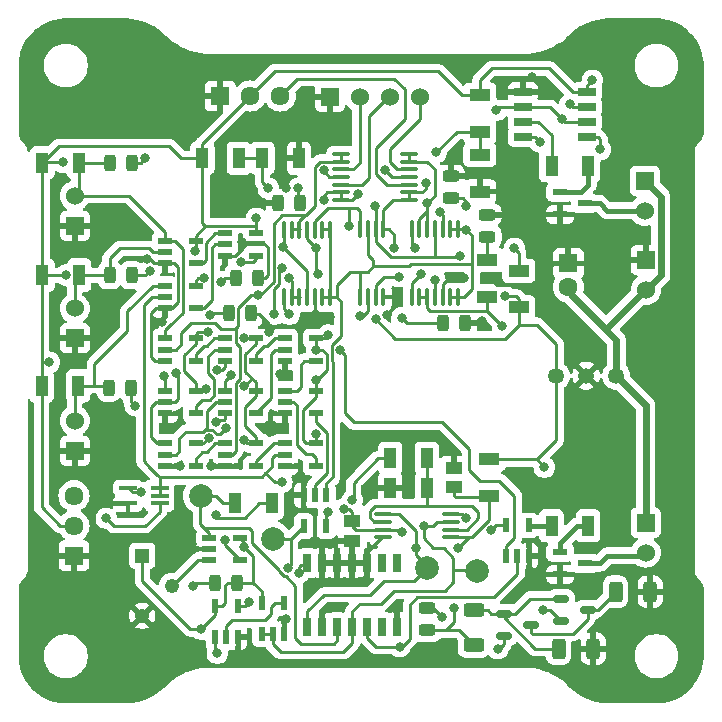
<source format=gbr>
%TF.GenerationSoftware,KiCad,Pcbnew,8.0.0*%
%TF.CreationDate,2024-04-17T18:01:46+02:00*%
%TF.ProjectId,TSAL,5453414c-2e6b-4696-9361-645f70636258,V2.0*%
%TF.SameCoordinates,Original*%
%TF.FileFunction,Copper,L1,Top*%
%TF.FilePolarity,Positive*%
%FSLAX46Y46*%
G04 Gerber Fmt 4.6, Leading zero omitted, Abs format (unit mm)*
G04 Created by KiCad (PCBNEW 8.0.0) date 2024-04-17 18:01:46*
%MOMM*%
%LPD*%
G01*
G04 APERTURE LIST*
G04 Aperture macros list*
%AMRoundRect*
0 Rectangle with rounded corners*
0 $1 Rounding radius*
0 $2 $3 $4 $5 $6 $7 $8 $9 X,Y pos of 4 corners*
0 Add a 4 corners polygon primitive as box body*
4,1,4,$2,$3,$4,$5,$6,$7,$8,$9,$2,$3,0*
0 Add four circle primitives for the rounded corners*
1,1,$1+$1,$2,$3*
1,1,$1+$1,$4,$5*
1,1,$1+$1,$6,$7*
1,1,$1+$1,$8,$9*
0 Add four rect primitives between the rounded corners*
20,1,$1+$1,$2,$3,$4,$5,0*
20,1,$1+$1,$4,$5,$6,$7,0*
20,1,$1+$1,$6,$7,$8,$9,0*
20,1,$1+$1,$8,$9,$2,$3,0*%
G04 Aperture macros list end*
%TA.AperFunction,SMDPad,CuDef*%
%ADD10RoundRect,0.243750X0.243750X0.456250X-0.243750X0.456250X-0.243750X-0.456250X0.243750X-0.456250X0*%
%TD*%
%TA.AperFunction,SMDPad,CuDef*%
%ADD11RoundRect,0.250000X0.625000X-0.312500X0.625000X0.312500X-0.625000X0.312500X-0.625000X-0.312500X0*%
%TD*%
%TA.AperFunction,SMDPad,CuDef*%
%ADD12R,1.150000X0.600000*%
%TD*%
%TA.AperFunction,SMDPad,CuDef*%
%ADD13R,1.050000X1.800000*%
%TD*%
%TA.AperFunction,SMDPad,CuDef*%
%ADD14R,1.528000X0.650000*%
%TD*%
%TA.AperFunction,SMDPad,CuDef*%
%ADD15RoundRect,0.243750X-0.243750X-0.456250X0.243750X-0.456250X0.243750X0.456250X-0.243750X0.456250X0*%
%TD*%
%TA.AperFunction,SMDPad,CuDef*%
%ADD16R,1.800000X1.050000*%
%TD*%
%TA.AperFunction,SMDPad,CuDef*%
%ADD17R,1.470000X1.070000*%
%TD*%
%TA.AperFunction,SMDPad,CuDef*%
%ADD18RoundRect,0.100000X-0.100000X0.637500X-0.100000X-0.637500X0.100000X-0.637500X0.100000X0.637500X0*%
%TD*%
%TA.AperFunction,SMDPad,CuDef*%
%ADD19R,1.300000X0.600000*%
%TD*%
%TA.AperFunction,SMDPad,CuDef*%
%ADD20RoundRect,0.243750X-0.456250X0.243750X-0.456250X-0.243750X0.456250X-0.243750X0.456250X0.243750X0*%
%TD*%
%TA.AperFunction,SMDPad,CuDef*%
%ADD21RoundRect,0.250000X-0.312500X-0.625000X0.312500X-0.625000X0.312500X0.625000X-0.312500X0.625000X0*%
%TD*%
%TA.AperFunction,SMDPad,CuDef*%
%ADD22RoundRect,0.100000X-0.637500X-0.100000X0.637500X-0.100000X0.637500X0.100000X-0.637500X0.100000X0*%
%TD*%
%TA.AperFunction,ComponentPad*%
%ADD23R,1.530000X1.530000*%
%TD*%
%TA.AperFunction,ComponentPad*%
%ADD24C,1.530000*%
%TD*%
%TA.AperFunction,SMDPad,CuDef*%
%ADD25R,0.650000X1.525000*%
%TD*%
%TA.AperFunction,ComponentPad*%
%ADD26R,1.600000X1.600000*%
%TD*%
%TA.AperFunction,ComponentPad*%
%ADD27C,1.600000*%
%TD*%
%TA.AperFunction,SMDPad,CuDef*%
%ADD28RoundRect,0.150000X-0.512500X-0.150000X0.512500X-0.150000X0.512500X0.150000X-0.512500X0.150000X0*%
%TD*%
%TA.AperFunction,ComponentPad*%
%ADD29R,1.610000X1.610000*%
%TD*%
%TA.AperFunction,ComponentPad*%
%ADD30C,1.610000*%
%TD*%
%TA.AperFunction,SMDPad,CuDef*%
%ADD31R,0.600000X1.150000*%
%TD*%
%TA.AperFunction,SMDPad,CuDef*%
%ADD32C,2.000000*%
%TD*%
%TA.AperFunction,ComponentPad*%
%ADD33C,1.350000*%
%TD*%
%TA.AperFunction,ComponentPad*%
%ADD34R,1.217000X1.217000*%
%TD*%
%TA.AperFunction,ComponentPad*%
%ADD35C,1.217000*%
%TD*%
%TA.AperFunction,SMDPad,CuDef*%
%ADD36R,1.500000X0.400000*%
%TD*%
%TA.AperFunction,SMDPad,CuDef*%
%ADD37RoundRect,0.250000X0.312500X0.625000X-0.312500X0.625000X-0.312500X-0.625000X0.312500X-0.625000X0*%
%TD*%
%TA.AperFunction,SMDPad,CuDef*%
%ADD38RoundRect,0.100000X0.100000X-0.637500X0.100000X0.637500X-0.100000X0.637500X-0.100000X-0.637500X0*%
%TD*%
%TA.AperFunction,ViaPad*%
%ADD39C,0.800000*%
%TD*%
%TA.AperFunction,Conductor*%
%ADD40C,0.250000*%
%TD*%
%TA.AperFunction,Conductor*%
%ADD41C,0.600000*%
%TD*%
%TA.AperFunction,Conductor*%
%ADD42C,0.400000*%
%TD*%
G04 APERTURE END LIST*
D10*
%TO.P,D5,1,K*%
%TO.N,GND*%
X119047500Y-48260000D03*
%TO.P,D5,2,A*%
%TO.N,Net-(D5-A)*%
X117172500Y-48260000D03*
%TD*%
D11*
%TO.P,R38,1*%
%TO.N,+5V*%
X137287000Y-79313500D03*
%TO.P,R38,2*%
%TO.N,Net-(Q3-Pad1)*%
X137287000Y-76388500D03*
%TD*%
D12*
%TO.P,G5,1*%
%TO.N,/PreCharge*%
X116205000Y-57790000D03*
%TO.P,G5,2*%
%TO.N,/Int_PreCharge*%
X116205000Y-58740000D03*
%TO.P,G5,3,GND*%
%TO.N,GND*%
X116205000Y-59690000D03*
%TO.P,G5,4*%
%TO.N,Net-(G12-Pad2)*%
X118805000Y-59690000D03*
%TO.P,G5,5,VCC*%
%TO.N,+5V*%
X118805000Y-57790000D03*
%TD*%
D13*
%TO.P,R2,1*%
%TO.N,/AIR_1*%
X103860000Y-38465000D03*
%TO.P,R2,2*%
%TO.N,+5V*%
X100760000Y-38465000D03*
%TD*%
D14*
%TO.P,TI1,1,GND*%
%TO.N,GND*%
X141434000Y-32497500D03*
%TO.P,TI1,2,TRIGGER*%
%TO.N,Net-(TI1-THRESHOLD)*%
X141434000Y-33767500D03*
%TO.P,TI1,3,OUTPUT*%
%TO.N,/Clign*%
X141434000Y-35037500D03*
%TO.P,TI1,4,RESET*%
%TO.N,/DC-Link_In*%
X141434000Y-36307500D03*
%TO.P,TI1,5,CONTROL_VOLTAGE*%
%TO.N,Net-(TI1-CONTROL_VOLTAGE)*%
X146856000Y-36307500D03*
%TO.P,TI1,6,THRESHOLD*%
%TO.N,Net-(TI1-THRESHOLD)*%
X146856000Y-35037500D03*
%TO.P,TI1,7,DISCHARGE*%
%TO.N,Net-(TI1-DISCHARGE)*%
X146856000Y-33767500D03*
%TO.P,TI1,8,+VCC*%
%TO.N,+5V*%
X146856000Y-32497500D03*
%TD*%
D13*
%TO.P,R6,1*%
%TO.N,Net-(G8-Pad4)*%
X143865000Y-69215000D03*
%TO.P,R6,2*%
%TO.N,Net-(Q1-Pad1)*%
X146965000Y-69215000D03*
%TD*%
D15*
%TO.P,D3,1,K*%
%TO.N,/AIR_2*%
X106452500Y-47990000D03*
%TO.P,D3,2,A*%
%TO.N,Net-(D3-A)*%
X108327500Y-47990000D03*
%TD*%
D16*
%TO.P,R23,1*%
%TO.N,/0.75V*%
X137795000Y-35840000D03*
%TO.P,R23,2*%
%TO.N,+5V*%
X137795000Y-32740000D03*
%TD*%
D17*
%TO.P,C23,1*%
%TO.N,GND*%
X127000000Y-70474000D03*
%TO.P,C23,2*%
%TO.N,/dis2*%
X127000000Y-68834000D03*
%TD*%
D18*
%TO.P,CP4,1*%
%TO.N,/SCS compliance*%
X135935000Y-44127500D03*
%TO.P,CP4,2*%
X135285000Y-44127500D03*
%TO.P,CP4,3,V+*%
%TO.N,+5V*%
X134635000Y-44127500D03*
%TO.P,CP4,4,-*%
%TO.N,/0.75V*%
X133985000Y-44127500D03*
%TO.P,CP4,5,+*%
%TO.N,/Int_PreCharge*%
X133335000Y-44127500D03*
%TO.P,CP4,6,-*%
X132685000Y-44127500D03*
%TO.P,CP4,7,+*%
%TO.N,/4.25V*%
X132035000Y-44127500D03*
%TO.P,CP4,8,-*%
%TO.N,/0.75V*%
X132035000Y-49852500D03*
%TO.P,CP4,9,+*%
%TO.N,/VoltageAIR*%
X132685000Y-49852500D03*
%TO.P,CP4,10,-*%
X133335000Y-49852500D03*
%TO.P,CP4,11,+*%
%TO.N,/4.25V*%
X133985000Y-49852500D03*
%TO.P,CP4,12,V-*%
%TO.N,GND*%
X134635000Y-49852500D03*
%TO.P,CP4,13*%
%TO.N,/SCS compliance*%
X135285000Y-49852500D03*
%TO.P,CP4,14*%
X135935000Y-49852500D03*
%TD*%
D19*
%TO.P,Q2,1*%
%TO.N,Net-(Q2-Pad1)*%
X144585000Y-40960000D03*
%TO.P,Q2,2*%
%TO.N,GND*%
X144585000Y-42860000D03*
%TO.P,Q2,3*%
%TO.N,Net-(J9-Pad2)*%
X146685000Y-41910000D03*
%TD*%
D20*
%TO.P,D2,1,K*%
%TO.N,Net-(D2-K)*%
X133350000Y-76200000D03*
%TO.P,D2,2,A*%
%TO.N,+5V*%
X133350000Y-78075000D03*
%TD*%
D16*
%TO.P,R30,1*%
%TO.N,/dis1*%
X138557000Y-66701000D03*
%TO.P,R30,2*%
%TO.N,+5V*%
X138557000Y-63601000D03*
%TD*%
D21*
%TO.P,R40,1*%
%TO.N,Net-(Q3-Pad1)*%
X144460500Y-79629000D03*
%TO.P,R40,2*%
%TO.N,GND*%
X147385500Y-79629000D03*
%TD*%
D13*
%TO.P,R20,1*%
%TO.N,/Int_del*%
X117068000Y-67310000D03*
%TO.P,R20,2*%
%TO.N,+5V*%
X120168000Y-67310000D03*
%TD*%
D22*
%TO.P,CP5,1*%
%TO.N,/CLR*%
X129598500Y-68240000D03*
%TO.P,CP5,2,-*%
%TO.N,/mid_Pot*%
X129598500Y-68890000D03*
%TO.P,CP5,3,+*%
%TO.N,/dis2*%
X129598500Y-69540000D03*
%TO.P,CP5,4,V-*%
%TO.N,GND*%
X129598500Y-70190000D03*
%TO.P,CP5,5,+*%
%TO.N,/dis1*%
X135323500Y-70190000D03*
%TO.P,CP5,6,-*%
%TO.N,/mid_Pot*%
X135323500Y-69540000D03*
%TO.P,CP5,7*%
%TO.N,/PRE*%
X135323500Y-68890000D03*
%TO.P,CP5,8,V+*%
%TO.N,+5V*%
X135323500Y-68240000D03*
%TD*%
D16*
%TO.P,R24,1*%
%TO.N,GND*%
X137795000Y-40920000D03*
%TO.P,R24,2*%
%TO.N,/0.75V*%
X137795000Y-37820000D03*
%TD*%
D10*
%TO.P,D9,1,K*%
%TO.N,GND*%
X118405950Y-51243969D03*
%TO.P,D9,2,A*%
%TO.N,Net-(D9-A)*%
X116530950Y-51243969D03*
%TD*%
D23*
%TO.P,J7,1,1*%
%TO.N,GND*%
X125095000Y-32902680D03*
D24*
%TO.P,J7,2,2*%
%TO.N,/Raw_Int_AIR_1*%
X127635000Y-32902680D03*
%TO.P,J7,3,3*%
%TO.N,/Raw_Int_AIR_2*%
X130175000Y-32902680D03*
%TO.P,J7,4,4*%
%TO.N,/Raw_Int_PreCharge*%
X132715000Y-32902680D03*
%TD*%
D18*
%TO.P,CP3,14*%
%TO.N,/SCS compliance*%
X125109800Y-49871200D03*
%TO.P,CP3,13*%
X124459800Y-49871200D03*
%TO.P,CP3,12,V-*%
%TO.N,GND*%
X123809800Y-49871200D03*
%TO.P,CP3,11,+*%
%TO.N,/4.25V*%
X123159800Y-49871200D03*
%TO.P,CP3,10,-*%
%TO.N,/Int_AIR_2*%
X122509800Y-49871200D03*
%TO.P,CP3,9,+*%
X121859800Y-49871200D03*
%TO.P,CP3,8,-*%
%TO.N,/0.75V*%
X121209800Y-49871200D03*
%TO.P,CP3,7,+*%
%TO.N,/4.25V*%
X121209800Y-44146200D03*
%TO.P,CP3,6,-*%
%TO.N,/Int_AIR_1*%
X121859800Y-44146200D03*
%TO.P,CP3,5,+*%
X122509800Y-44146200D03*
%TO.P,CP3,4,-*%
%TO.N,/0.75V*%
X123159800Y-44146200D03*
%TO.P,CP3,3,V+*%
%TO.N,+5V*%
X123809800Y-44146200D03*
%TO.P,CP3,2*%
%TO.N,/SCS compliance*%
X124459800Y-44146200D03*
%TO.P,CP3,1*%
X125109800Y-44146200D03*
%TD*%
D25*
%TO.P,DL1,1,1~{CLR}*%
%TO.N,/CLR*%
X123190000Y-77814000D03*
%TO.P,DL1,2,1D*%
%TO.N,GND*%
X124460000Y-77814000D03*
%TO.P,DL1,3,1~{CLK}*%
%TO.N,/Int_del*%
X125730000Y-77814000D03*
%TO.P,DL1,4,1~{PRE}*%
%TO.N,/PRE*%
X127000000Y-77814000D03*
%TO.P,DL1,5,1Q*%
%TO.N,/INT*%
X128270000Y-77814000D03*
%TO.P,DL1,6,1~{Q}*%
%TO.N,unconnected-(DL1-1~{Q}-Pad6)*%
X129540000Y-77814000D03*
%TO.P,DL1,7,GND*%
%TO.N,GND*%
X130810000Y-77814000D03*
%TO.P,DL1,8,2~{Q}*%
%TO.N,unconnected-(DL1-2~{Q}-Pad8)*%
X130810000Y-72390000D03*
%TO.P,DL1,9,2Q*%
%TO.N,unconnected-(DL1-2Q-Pad9)*%
X129540000Y-72390000D03*
%TO.P,DL1,10,2~{PRE}*%
%TO.N,GND*%
X128270000Y-72390000D03*
%TO.P,DL1,11,2~{CLK}*%
X127000000Y-72390000D03*
%TO.P,DL1,12,2D*%
X125730000Y-72390000D03*
%TO.P,DL1,13,2~{CLR}*%
X124460000Y-72390000D03*
%TO.P,DL1,14,VCC*%
%TO.N,+5V*%
X123190000Y-72390000D03*
%TD*%
D13*
%TO.P,R7,1*%
%TO.N,/PreCharge*%
X103785000Y-57375000D03*
%TO.P,R7,2*%
%TO.N,+5V*%
X100685000Y-57375000D03*
%TD*%
D12*
%TO.P,G3,1*%
%TO.N,/AIR_1*%
X111155000Y-53345000D03*
%TO.P,G3,2*%
%TO.N,/Int_AIR_1*%
X111155000Y-54295000D03*
%TO.P,G3,3,GND*%
%TO.N,GND*%
X111155000Y-55245000D03*
%TO.P,G3,4*%
%TO.N,Net-(G3-Pad4)*%
X113755000Y-55245000D03*
%TO.P,G3,5,VCC*%
%TO.N,+5V*%
X113755000Y-53345000D03*
%TD*%
%TO.P,G13,1*%
%TO.N,Net-(G12-Pad4)*%
X121315000Y-57790000D03*
%TO.P,G13,2*%
%TO.N,Net-(G11-Pad4)*%
X121315000Y-58740000D03*
%TO.P,G13,3,GND*%
%TO.N,GND*%
X121315000Y-59690000D03*
%TO.P,G13,4*%
%TO.N,Net-(G13-Pad4)*%
X123915000Y-59690000D03*
%TO.P,G13,5,VCC*%
%TO.N,+5V*%
X123915000Y-57790000D03*
%TD*%
D23*
%TO.P,J6,1,1*%
%TO.N,GND*%
X151840000Y-46720000D03*
D24*
%TO.P,J6,2,2*%
%TO.N,+12V*%
X151840000Y-49260000D03*
%TD*%
D16*
%TO.P,R25,1*%
%TO.N,Net-(D7-A)*%
X138430000Y-46710000D03*
%TO.P,R25,2*%
%TO.N,/VoltageAIR*%
X138430000Y-49810000D03*
%TD*%
D19*
%TO.P,Q1,1*%
%TO.N,Net-(Q1-Pad1)*%
X144585000Y-71440000D03*
%TO.P,Q1,2*%
%TO.N,GND*%
X144585000Y-73340000D03*
%TO.P,Q1,3*%
%TO.N,Net-(J5-Pad2)*%
X146685000Y-72390000D03*
%TD*%
D26*
%TO.P,C13,1*%
%TO.N,GND*%
X145295120Y-47012197D03*
D27*
%TO.P,C13,2*%
%TO.N,+12V*%
X145295120Y-49012197D03*
%TD*%
D23*
%TO.P,J2,1,1*%
%TO.N,GND*%
X103505000Y-53340000D03*
D24*
%TO.P,J2,2,2*%
%TO.N,/AIR_2*%
X103505000Y-50800000D03*
%TD*%
D28*
%TO.P,Q3,1*%
%TO.N,Net-(Q3-Pad1)*%
X144658500Y-75377000D03*
%TO.P,Q3,2*%
%TO.N,/dis1*%
X144658500Y-77277000D03*
%TO.P,Q3,3*%
%TO.N,Net-(Q3-Pad3)*%
X146933500Y-76327000D03*
%TD*%
D12*
%TO.P,G12,1*%
%TO.N,Net-(G12-Pad1)*%
X121315000Y-53345000D03*
%TO.P,G12,2*%
%TO.N,Net-(G12-Pad2)*%
X121315000Y-54295000D03*
%TO.P,G12,3,GND*%
%TO.N,GND*%
X121315000Y-55245000D03*
%TO.P,G12,4*%
%TO.N,Net-(G12-Pad4)*%
X123915000Y-55245000D03*
%TO.P,G12,5,VCC*%
%TO.N,+5V*%
X123915000Y-53345000D03*
%TD*%
%TO.P,G10,1*%
%TO.N,Net-(G1-Pad4)*%
X116235000Y-44450000D03*
%TO.P,G10,2*%
%TO.N,Net-(G10-Pad2)*%
X116235000Y-45400000D03*
%TO.P,G10,3,GND*%
%TO.N,GND*%
X116235000Y-46350000D03*
%TO.P,G10,4*%
%TO.N,/Lightning_cond*%
X118835000Y-46350000D03*
%TO.P,G10,5,VCC*%
%TO.N,+5V*%
X118835000Y-44450000D03*
%TD*%
D23*
%TO.P,J5,1,1*%
%TO.N,+12V*%
X151840000Y-68945000D03*
D24*
%TO.P,J5,2,2*%
%TO.N,Net-(J5-Pad2)*%
X151840000Y-71485000D03*
%TD*%
D12*
%TO.P,G4,1*%
%TO.N,/AIR_2*%
X111155000Y-57790000D03*
%TO.P,G4,2*%
%TO.N,/Int_AIR_2*%
X111155000Y-58740000D03*
%TO.P,G4,3,GND*%
%TO.N,GND*%
X111155000Y-59690000D03*
%TO.P,G4,4*%
%TO.N,Net-(G4-Pad4)*%
X113755000Y-59690000D03*
%TO.P,G4,5,VCC*%
%TO.N,+5V*%
X113755000Y-57790000D03*
%TD*%
%TO.P,G9,1*%
%TO.N,Net-(G3-Pad4)*%
X116205000Y-53345000D03*
%TO.P,G9,2*%
%TO.N,Net-(G4-Pad4)*%
X116205000Y-54295000D03*
%TO.P,G9,3,GND*%
%TO.N,GND*%
X116205000Y-55245000D03*
%TO.P,G9,4*%
%TO.N,Net-(G12-Pad1)*%
X118805000Y-55245000D03*
%TO.P,G9,5,VCC*%
%TO.N,+5V*%
X118805000Y-53345000D03*
%TD*%
D29*
%TO.P,J8,1,1*%
%TO.N,GND*%
X115815000Y-32827680D03*
D30*
%TO.P,J8,2,2*%
%TO.N,+5V*%
X118355000Y-32827680D03*
%TO.P,J8,3,3*%
%TO.N,/Raw_DC-Link_In*%
X120895000Y-32827680D03*
%TD*%
D13*
%TO.P,R22,1*%
%TO.N,GND*%
X122480000Y-38100000D03*
%TO.P,R22,2*%
%TO.N,/4.25V*%
X119380000Y-38100000D03*
%TD*%
D12*
%TO.P,G2,1*%
%TO.N,/PreCharge*%
X111125000Y-48895000D03*
%TO.P,G2,2*%
%TO.N,/VoltageAIR*%
X111125000Y-49845000D03*
%TO.P,G2,3,GND*%
%TO.N,GND*%
X111125000Y-50795000D03*
%TO.P,G2,4*%
%TO.N,Net-(G10-Pad2)*%
X113725000Y-50795000D03*
%TO.P,G2,5,VCC*%
%TO.N,+5V*%
X113725000Y-48895000D03*
%TD*%
%TO.P,CP1,1,OUT*%
%TO.N,/Int_del*%
X114879600Y-70236000D03*
%TO.P,CP1,2,VCC-*%
%TO.N,GND*%
X114879600Y-71186000D03*
%TO.P,CP1,3,IN-*%
%TO.N,Net-(CP1-IN-)*%
X114879600Y-72136000D03*
%TO.P,CP1,4,IN+*%
%TO.N,Net-(CP1-IN+)*%
X117479600Y-72136000D03*
%TO.P,CP1,5,VCC+*%
%TO.N,+5V*%
X117479600Y-70236000D03*
%TD*%
D31*
%TO.P,G14,1*%
%TO.N,/SCS compliance*%
X124794648Y-66646481D03*
%TO.P,G14,2*%
%TO.N,Net-(G13-Pad4)*%
X123844648Y-66646481D03*
%TO.P,G14,3,GND*%
%TO.N,GND*%
X122894648Y-66646481D03*
%TO.P,G14,4*%
%TO.N,/Int_log*%
X122894648Y-69246481D03*
%TO.P,G14,5,VCC*%
%TO.N,+5V*%
X124794648Y-69246481D03*
%TD*%
D17*
%TO.P,C22,1*%
%TO.N,GND*%
X135636000Y-64331000D03*
%TO.P,C22,2*%
%TO.N,/dis1*%
X135636000Y-65971000D03*
%TD*%
D12*
%TO.P,G1,1*%
%TO.N,/AIR_1*%
X111125000Y-45085000D03*
%TO.P,G1,2*%
%TO.N,/AIR_2*%
X111125000Y-46035000D03*
%TO.P,G1,3,GND*%
%TO.N,GND*%
X111125000Y-46985000D03*
%TO.P,G1,4*%
%TO.N,Net-(G1-Pad4)*%
X113725000Y-46985000D03*
%TO.P,G1,5,VCC*%
%TO.N,+5V*%
X113725000Y-45085000D03*
%TD*%
D13*
%TO.P,R18,1*%
%TO.N,/Clign*%
X143865000Y-38735000D03*
%TO.P,R18,2*%
%TO.N,Net-(Q2-Pad1)*%
X146965000Y-38735000D03*
%TD*%
D31*
%TO.P,G16,1*%
%TO.N,/PRE*%
X119319000Y-78389000D03*
%TO.P,G16,2*%
X120269000Y-78389000D03*
%TO.P,G16,3,GND*%
%TO.N,GND*%
X121219000Y-78389000D03*
%TO.P,G16,4*%
%TO.N,Net-(G15-Pad2)*%
X121219000Y-75789000D03*
%TO.P,G16,5,VCC*%
%TO.N,+5V*%
X119319000Y-75789000D03*
%TD*%
D13*
%TO.P,R26,1*%
%TO.N,/mid_Pot*%
X133312500Y-63500000D03*
%TO.P,R26,2*%
%TO.N,+5V*%
X130212500Y-63500000D03*
%TD*%
D12*
%TO.P,G7,1*%
%TO.N,/Int_AIR_2*%
X111155000Y-62235000D03*
%TO.P,G7,2*%
%TO.N,/Int_PreCharge*%
X111155000Y-63185000D03*
%TO.P,G7,3,GND*%
%TO.N,GND*%
X111155000Y-64135000D03*
%TO.P,G7,4*%
%TO.N,Net-(G6-Pad1)*%
X113755000Y-64135000D03*
%TO.P,G7,5,VCC*%
%TO.N,+5V*%
X113755000Y-62235000D03*
%TD*%
%TO.P,G11,1*%
%TO.N,Net-(G11-Pad1)*%
X121315000Y-62235000D03*
%TO.P,G11,2*%
%TO.N,/VoltageAIR*%
X121315000Y-63185000D03*
%TO.P,G11,3,GND*%
%TO.N,GND*%
X121315000Y-64135000D03*
%TO.P,G11,4*%
%TO.N,Net-(G11-Pad4)*%
X123915000Y-64135000D03*
%TO.P,G11,5,VCC*%
%TO.N,+5V*%
X123915000Y-62235000D03*
%TD*%
D32*
%TO.P,TP3,1,1*%
%TO.N,/PRE*%
X137541000Y-73025000D03*
%TD*%
D20*
%TO.P,D11,1,K*%
%TO.N,GND*%
X135339243Y-39618325D03*
%TO.P,D11,2,A*%
%TO.N,Net-(D11-A)*%
X135339243Y-41493325D03*
%TD*%
D29*
%TO.P,J4,1,1*%
%TO.N,GND*%
X103430000Y-71755000D03*
D30*
%TO.P,J4,2,2*%
%TO.N,+5V*%
X103430000Y-69215000D03*
%TO.P,J4,3,3*%
%TO.N,/Raw_VoltageAIR*%
X103430000Y-66675000D03*
%TD*%
D32*
%TO.P,TP2,1,1*%
%TO.N,/Int_del*%
X114173000Y-66675000D03*
%TD*%
D13*
%TO.P,R4,1*%
%TO.N,/AIR_2*%
X103860000Y-47990000D03*
%TO.P,R4,2*%
%TO.N,+5V*%
X100760000Y-47990000D03*
%TD*%
%TO.P,R21,1*%
%TO.N,/4.25V*%
X117400000Y-38100000D03*
%TO.P,R21,2*%
%TO.N,+5V*%
X114300000Y-38100000D03*
%TD*%
%TO.P,R27,1*%
%TO.N,GND*%
X130212500Y-66040000D03*
%TO.P,R27,2*%
%TO.N,/mid_Pot*%
X133312500Y-66040000D03*
%TD*%
D23*
%TO.P,J9,1,1*%
%TO.N,+12V*%
X151765000Y-40005000D03*
D24*
%TO.P,J9,2,2*%
%TO.N,Net-(J9-Pad2)*%
X151765000Y-42545000D03*
%TD*%
D15*
%TO.P,D10,1,K*%
%TO.N,GND*%
X120680000Y-41910000D03*
%TO.P,D10,2,A*%
%TO.N,Net-(D10-A)*%
X122555000Y-41910000D03*
%TD*%
%TO.P,D4,1,K*%
%TO.N,/PreCharge*%
X106377500Y-57515000D03*
%TO.P,D4,2,A*%
%TO.N,Net-(D4-A)*%
X108252500Y-57515000D03*
%TD*%
D33*
%TO.P,PS1,1,+VIN*%
%TO.N,+12V*%
X149342320Y-56515000D03*
%TO.P,PS1,2,GND*%
%TO.N,GND*%
X146802320Y-56515000D03*
%TO.P,PS1,3,+VOUT*%
%TO.N,+5V*%
X144262320Y-56515000D03*
%TD*%
D32*
%TO.P,TP1,1,1*%
%TO.N,/Int_log*%
X120323416Y-70374163D03*
%TD*%
D15*
%TO.P,D1,1,K*%
%TO.N,/AIR_1*%
X106452500Y-38465000D03*
%TO.P,D1,2,A*%
%TO.N,Net-(D1-A)*%
X108327500Y-38465000D03*
%TD*%
D10*
%TO.P,D8,1,K*%
%TO.N,GND*%
X136568634Y-52080993D03*
%TO.P,D8,2,A*%
%TO.N,Net-(D8-A)*%
X134693634Y-52080993D03*
%TD*%
D22*
%TO.P,U1,1*%
%TO.N,/Int_AIR_1*%
X126042500Y-37747159D03*
%TO.P,U1,2,-*%
X126042500Y-38397159D03*
%TO.P,U1,3,+*%
%TO.N,/Raw_Int_AIR_1*%
X126042500Y-39047159D03*
%TO.P,U1,4,V+*%
%TO.N,+5V*%
X126042500Y-39697159D03*
%TO.P,U1,5,+*%
%TO.N,/Raw_Int_AIR_2*%
X126042500Y-40347159D03*
%TO.P,U1,6,-*%
%TO.N,/Int_AIR_2*%
X126042500Y-40997159D03*
%TO.P,U1,7*%
X126042500Y-41647159D03*
%TO.P,U1,8*%
%TO.N,/DC-Link_In*%
X131767500Y-41647159D03*
%TO.P,U1,9,-*%
X131767500Y-40997159D03*
%TO.P,U1,10,+*%
%TO.N,/Raw_DC-Link_In*%
X131767500Y-40347159D03*
%TO.P,U1,11,V-*%
%TO.N,GND*%
X131767500Y-39697159D03*
%TO.P,U1,12,+*%
%TO.N,/Raw_Int_PreCharge*%
X131767500Y-39047159D03*
%TO.P,U1,13,-*%
%TO.N,/Int_PreCharge*%
X131767500Y-38397159D03*
%TO.P,U1,14*%
X131767500Y-37747159D03*
%TD*%
D34*
%TO.P,RV1,1,CCW*%
%TO.N,+5V*%
X109215000Y-71755000D03*
D35*
%TO.P,RV1,2,WIPER*%
%TO.N,Net-(CP1-IN-)*%
X111755000Y-74295000D03*
%TO.P,RV1,3,CW*%
%TO.N,GND*%
X109215000Y-76835000D03*
%TD*%
D36*
%TO.P,U2,1,+*%
%TO.N,/Raw_VoltageAIR*%
X110677000Y-67325000D03*
%TO.P,U2,2,-*%
%TO.N,/VoltageAIR*%
X110677000Y-66675000D03*
%TO.P,U2,3*%
X110677000Y-66025000D03*
%TO.P,U2,4,V+*%
%TO.N,+5V*%
X108017000Y-66025000D03*
%TO.P,U2,5,V-*%
%TO.N,GND*%
X108017000Y-67325000D03*
%TD*%
D31*
%TO.P,G8,1*%
%TO.N,/Lightning_cond*%
X140020000Y-71785000D03*
%TO.P,G8,2*%
%TO.N,/INT*%
X140970000Y-71785000D03*
%TO.P,G8,3,GND*%
%TO.N,GND*%
X141920000Y-71785000D03*
%TO.P,G8,4*%
%TO.N,Net-(G8-Pad4)*%
X141920000Y-69185000D03*
%TO.P,G8,5,VCC*%
%TO.N,+5V*%
X140020000Y-69185000D03*
%TD*%
D12*
%TO.P,G6,1*%
%TO.N,Net-(G6-Pad1)*%
X116235000Y-62235000D03*
%TO.P,G6,2*%
%TO.N,/Int_AIR_1*%
X116235000Y-63185000D03*
%TO.P,G6,3,GND*%
%TO.N,GND*%
X116235000Y-64135000D03*
%TO.P,G6,4*%
%TO.N,Net-(G11-Pad1)*%
X118835000Y-64135000D03*
%TO.P,G6,5,VCC*%
%TO.N,+5V*%
X118835000Y-62235000D03*
%TD*%
D23*
%TO.P,J1,1,1*%
%TO.N,GND*%
X103505000Y-43815000D03*
D24*
%TO.P,J1,2,2*%
%TO.N,/AIR_1*%
X103505000Y-41275000D03*
%TD*%
D23*
%TO.P,J3,1,1*%
%TO.N,GND*%
X103505000Y-62865000D03*
D24*
%TO.P,J3,2,2*%
%TO.N,/PreCharge*%
X103505000Y-60325000D03*
%TD*%
D15*
%TO.P,D6,1,K*%
%TO.N,Net-(D6-K)*%
X115394500Y-74041000D03*
%TO.P,D6,2,A*%
%TO.N,+5V*%
X117269500Y-74041000D03*
%TD*%
D31*
%TO.P,G15,1*%
%TO.N,/Int_log*%
X115382000Y-78643000D03*
%TO.P,G15,2*%
%TO.N,Net-(G15-Pad2)*%
X116332000Y-78643000D03*
%TO.P,G15,3,GND*%
%TO.N,GND*%
X117282000Y-78643000D03*
%TO.P,G15,4*%
%TO.N,Net-(G15-Pad4)*%
X117282000Y-76043000D03*
%TO.P,G15,5,VCC*%
%TO.N,+5V*%
X115382000Y-76043000D03*
%TD*%
D20*
%TO.P,D7,1,K*%
%TO.N,GND*%
X138430000Y-42877500D03*
%TO.P,D7,2,A*%
%TO.N,Net-(D7-A)*%
X138430000Y-44752500D03*
%TD*%
D37*
%TO.P,R37,1*%
%TO.N,GND*%
X152211500Y-74803000D03*
%TO.P,R37,2*%
%TO.N,Net-(Q3-Pad3)*%
X149286500Y-74803000D03*
%TD*%
D38*
%TO.P,CP2,8,V+*%
%TO.N,+5V*%
X127676000Y-44127500D03*
%TO.P,CP2,7*%
%TO.N,/SCS compliance*%
X128326000Y-44127500D03*
%TO.P,CP2,6,-*%
%TO.N,/0.75V*%
X128976000Y-44127500D03*
%TO.P,CP2,5,+*%
%TO.N,/DC-Link_In*%
X129626000Y-44127500D03*
%TO.P,CP2,4,V-*%
%TO.N,GND*%
X129626000Y-49852500D03*
%TO.P,CP2,3,+*%
%TO.N,/4.25V*%
X128976000Y-49852500D03*
%TO.P,CP2,2,-*%
%TO.N,/DC-Link_In*%
X128326000Y-49852500D03*
%TO.P,CP2,1*%
%TO.N,/SCS compliance*%
X127676000Y-49852500D03*
%TD*%
D16*
%TO.P,R28,1*%
%TO.N,+5V*%
X141096870Y-50726974D03*
%TO.P,R28,2*%
%TO.N,/SCS compliance*%
X141096870Y-47626974D03*
%TD*%
D28*
%TO.P,Q4,1*%
%TO.N,Net-(Q3-Pad1)*%
X139832500Y-76647000D03*
%TO.P,Q4,2*%
%TO.N,/dis2*%
X139832500Y-78547000D03*
%TO.P,Q4,3*%
%TO.N,Net-(Q3-Pad3)*%
X142107500Y-77597000D03*
%TD*%
D32*
%TO.P,TP4,1,1*%
%TO.N,/CLR*%
X133350000Y-72771000D03*
%TD*%
D39*
%TO.N,Net-(CP1-IN+)*%
X116179600Y-70419998D03*
%TO.N,+5V*%
X147320000Y-31496000D03*
X115443000Y-68326000D03*
X124564500Y-39121659D03*
X138715321Y-69616881D03*
X109118400Y-66395600D03*
X117859500Y-57396436D03*
X135636000Y-76200000D03*
X134410498Y-42672000D03*
X123952000Y-61468000D03*
X126746000Y-43815000D03*
X117859500Y-53340000D03*
X117859500Y-61976000D03*
X143256000Y-64262000D03*
X123952000Y-54345498D03*
X114808000Y-52832000D03*
X113695952Y-45989450D03*
X127000000Y-67056000D03*
X114581000Y-57652837D03*
X114173000Y-77978000D03*
X114822336Y-61798065D03*
X139929502Y-49784000D03*
X102735498Y-47990000D03*
X102537100Y-38456953D03*
X124968000Y-53048500D03*
X123952000Y-56896000D03*
X136647701Y-68575701D03*
X101346000Y-55372000D03*
X118872000Y-43180000D03*
X124968000Y-68072000D03*
X117867940Y-70987030D03*
X128979991Y-51744786D03*
X114410500Y-48260000D03*
X122474424Y-73221636D03*
%TO.N,Net-(D1-A)*%
X109429502Y-38100000D03*
%TO.N,Net-(D2-K)*%
X134620000Y-76962000D03*
%TO.N,Net-(D3-A)*%
X109855000Y-47625000D03*
%TO.N,Net-(D4-A)*%
X108622500Y-59055000D03*
%TO.N,Net-(D5-A)*%
X115876702Y-48565004D03*
%TO.N,Net-(D9-A)*%
X114935000Y-51345500D03*
%TO.N,Net-(D10-A)*%
X122428000Y-40640000D03*
%TO.N,Net-(D11-A)*%
X136652000Y-42164000D03*
%TO.N,GND*%
X129756500Y-39116000D03*
X142240000Y-73152000D03*
X116332000Y-40132000D03*
X124968000Y-76200000D03*
X109594681Y-46649425D03*
X115469596Y-60437044D03*
X138684000Y-48260000D03*
X137935916Y-51849186D03*
X111252000Y-60833000D03*
X130556000Y-76200000D03*
X128016000Y-73914000D03*
X129912202Y-51384248D03*
X136435500Y-48260000D03*
X139573000Y-39624000D03*
X125095000Y-51562000D03*
X115062000Y-64135000D03*
X117621654Y-45229475D03*
X119932869Y-52813187D03*
X120904000Y-56388000D03*
X142240000Y-31204500D03*
X113030000Y-71501000D03*
X120396000Y-60960000D03*
X126728727Y-62629164D03*
X121412000Y-77089000D03*
X112395000Y-64135000D03*
X121412000Y-40639500D03*
X115532500Y-56015500D03*
X110871000Y-51943000D03*
%TO.N,/CLR*%
X132397500Y-71120000D03*
%TO.N,/PRE*%
X133032500Y-69215000D03*
%TO.N,/SCS compliance*%
X136652000Y-44196000D03*
X140716000Y-45720000D03*
%TO.N,/DC-Link_In*%
X127635000Y-51435000D03*
X130556000Y-45720000D03*
X133194642Y-40160358D03*
X142875000Y-36717500D03*
%TO.N,/4.25V*%
X133985000Y-48402806D03*
X119888000Y-40640000D03*
X130937000Y-48133000D03*
X132269385Y-45657615D03*
X121158000Y-45593000D03*
%TO.N,/0.75V*%
X124079000Y-47879000D03*
X132842000Y-47879000D03*
X134112000Y-37592000D03*
X123952000Y-45720000D03*
X136144000Y-46369451D03*
X121666000Y-51308000D03*
X128905000Y-42164000D03*
%TO.N,/VoltageAIR*%
X139704299Y-52328299D03*
X121031000Y-65532000D03*
%TO.N,/Raw_VoltageAIR*%
X106172000Y-68580000D03*
%TO.N,/AIR_2*%
X111087360Y-56546182D03*
%TO.N,/PreCharge*%
X116730500Y-56465498D03*
%TO.N,Net-(D6-K)*%
X113538000Y-74295000D03*
%TO.N,Net-(D8-A)*%
X131186701Y-51599500D03*
%TO.N,/Int_AIR_1*%
X119009898Y-49713996D03*
%TO.N,/Int_AIR_2*%
X127508000Y-41148000D03*
X112060321Y-56317375D03*
X124564500Y-41656000D03*
X121666000Y-48260000D03*
%TO.N,/Int_PreCharge*%
X133350000Y-41910000D03*
X116332000Y-60960000D03*
%TO.N,/Int_log*%
X121543299Y-72766701D03*
X115570000Y-80010000D03*
%TO.N,Net-(TI1-THRESHOLD)*%
X139192000Y-34036000D03*
X144780000Y-34812500D03*
%TO.N,Net-(TI1-CONTROL_VOLTAGE)*%
X148004502Y-37352500D03*
%TO.N,/INT*%
X131006862Y-79457347D03*
%TO.N,/Lightning_cond*%
X121064500Y-47371000D03*
X120396000Y-51308000D03*
X125989500Y-54356000D03*
X117580029Y-46854569D03*
%TO.N,Net-(TI1-DISCHARGE)*%
X145415000Y-33542500D03*
%TO.N,Net-(G15-Pad4)*%
X118237000Y-75692000D03*
%TO.N,/dis2*%
X126297890Y-67780500D03*
X139319000Y-79629000D03*
X131191000Y-69747498D03*
%TO.N,/dis1*%
X143129000Y-76327000D03*
X135934498Y-71120000D03*
%TD*%
D40*
%TO.N,Net-(CP1-IN+)*%
X116179600Y-70419998D02*
X116179600Y-70836000D01*
X116179600Y-70836000D02*
X117479600Y-72136000D01*
%TO.N,+5V*%
X114300000Y-38100000D02*
X114300000Y-36882680D01*
X113755000Y-52996000D02*
X113755000Y-53345000D01*
X146856000Y-32497500D02*
X145654500Y-32497500D01*
X122809000Y-59436000D02*
X122809000Y-61976000D01*
X143256000Y-64262000D02*
X142595000Y-63601000D01*
X117905000Y-60755000D02*
X118835000Y-61685000D01*
X123915000Y-56933000D02*
X123952000Y-56896000D01*
X100685000Y-67665000D02*
X100685000Y-57375000D01*
X116459000Y-74041000D02*
X117269500Y-74041000D01*
X139147202Y-69185000D02*
X138715321Y-69616881D01*
X102710914Y-48014584D02*
X100784584Y-48014584D01*
X112776000Y-56134000D02*
X112776000Y-54800500D01*
X135267500Y-68240000D02*
X136312000Y-68240000D01*
X124412498Y-54308498D02*
X124815000Y-54711000D01*
X141096870Y-50726974D02*
X141096870Y-52196870D01*
X124815000Y-54711000D02*
X124815000Y-56033000D01*
X128979991Y-51744786D02*
X130635225Y-53400020D01*
X118118500Y-62235000D02*
X117859500Y-61976000D01*
X136048500Y-78075000D02*
X134904000Y-78075000D01*
X115981000Y-76043000D02*
X116251084Y-75772916D01*
X135636000Y-77343000D02*
X135636000Y-76200000D01*
X127108614Y-65560938D02*
X127108614Y-66947386D01*
X136245000Y-32740000D02*
X134239000Y-30734000D01*
X117864500Y-53345000D02*
X117859500Y-53340000D01*
X140843000Y-49784000D02*
X141096870Y-50037870D01*
X123915000Y-54308498D02*
X124412498Y-54308498D01*
X134904000Y-78075000D02*
X135636000Y-77343000D01*
X117905000Y-56183000D02*
X118805000Y-57083000D01*
X125041159Y-39697159D02*
X126042500Y-39697159D01*
X143637000Y-30480000D02*
X138811000Y-30480000D01*
X123915000Y-53345000D02*
X123915000Y-54308498D01*
X138811000Y-30480000D02*
X137795000Y-31496000D01*
X117905000Y-59133000D02*
X117905000Y-60755000D01*
X124564500Y-39121659D02*
X124564500Y-39220500D01*
X117859500Y-57396436D02*
X118488968Y-56766968D01*
X113725000Y-44644000D02*
X113725000Y-45085000D01*
X115652000Y-68535000D02*
X117901000Y-68535000D01*
X134635000Y-42896502D02*
X134635000Y-44127500D01*
X134410498Y-42672000D02*
X134635000Y-42896502D01*
X114173000Y-77978000D02*
X115382000Y-76769000D01*
X123915000Y-53345000D02*
X124671500Y-53345000D01*
X113725000Y-45960402D02*
X113695952Y-45989450D01*
X114300000Y-38100000D02*
X114300000Y-43581000D01*
X123915000Y-58330000D02*
X122809000Y-59436000D01*
X122809000Y-61976000D02*
X123068000Y-62235000D01*
X133350000Y-78075000D02*
X134904000Y-78075000D01*
X113725000Y-48454000D02*
X113725000Y-48895000D01*
X114808000Y-52832000D02*
X113919000Y-52832000D01*
X122692940Y-72506060D02*
X122474424Y-72724576D01*
X118805000Y-53345000D02*
X118805000Y-53788000D01*
X114300000Y-43581000D02*
X114544000Y-43825000D01*
X115382000Y-76043000D02*
X115981000Y-76043000D01*
X114822336Y-61798065D02*
X114385401Y-62235000D01*
X117867940Y-70987030D02*
X118618000Y-71737090D01*
X123915000Y-54308498D02*
X123952000Y-54345498D01*
X123840000Y-43419000D02*
X123840000Y-44127500D01*
X124564500Y-39220500D02*
X125041159Y-39697159D01*
X130635225Y-53400020D02*
X139893720Y-53400020D01*
X114410500Y-48260000D02*
X113919000Y-48260000D01*
X118618000Y-71737090D02*
X118618000Y-74041000D01*
X144262320Y-61985680D02*
X142647000Y-63601000D01*
X114581000Y-57652837D02*
X114443837Y-57790000D01*
X126746000Y-42427305D02*
X126873000Y-42300305D01*
X113755000Y-53821500D02*
X113755000Y-53345000D01*
X124671500Y-53345000D02*
X124968000Y-53048500D01*
X118835000Y-44450000D02*
X118835000Y-43825000D01*
X127676000Y-44127500D02*
X127676000Y-42595305D01*
X130212500Y-63500000D02*
X129169552Y-63500000D01*
X139929502Y-49784000D02*
X140843000Y-49784000D01*
X123915000Y-62235000D02*
X123915000Y-61505000D01*
X123915000Y-57790000D02*
X123915000Y-56933000D01*
X122474424Y-72724576D02*
X122474424Y-73221636D01*
X118872000Y-43180000D02*
X118835000Y-43217000D01*
X146856000Y-31960000D02*
X147320000Y-31496000D01*
X116251084Y-74248916D02*
X116459000Y-74041000D01*
X102735498Y-47990000D02*
X102710914Y-48014584D01*
X108387600Y-66395600D02*
X108017000Y-66025000D01*
X100760000Y-38465000D02*
X100760000Y-47990000D01*
X111506000Y-37084000D02*
X102141000Y-37084000D01*
X117905000Y-54688000D02*
X117905000Y-56183000D01*
X100685000Y-48065000D02*
X100685000Y-57375000D01*
X119319000Y-75789000D02*
X119319000Y-74742000D01*
X120448680Y-30734000D02*
X118355000Y-32827680D01*
X124815000Y-56033000D02*
X123915000Y-56933000D01*
X102235000Y-69215000D02*
X100685000Y-67665000D01*
X129169552Y-63500000D02*
X127108614Y-65560938D01*
X127381000Y-42300305D02*
X126873000Y-42300305D01*
X112522000Y-38100000D02*
X111506000Y-37084000D01*
X127676000Y-42595305D02*
X127381000Y-42300305D01*
X114300000Y-36882680D02*
X118355000Y-32827680D01*
X114300000Y-38100000D02*
X112522000Y-38100000D01*
X115382000Y-76769000D02*
X115382000Y-76043000D01*
X100685000Y-55372000D02*
X100685000Y-57375000D01*
X123068000Y-62235000D02*
X123915000Y-62235000D01*
X102141000Y-37084000D02*
X100760000Y-38465000D01*
X140020000Y-69185000D02*
X139147202Y-69185000D01*
X113284000Y-77978000D02*
X114173000Y-77978000D01*
X118835000Y-43217000D02*
X118835000Y-44450000D01*
X123915000Y-57790000D02*
X123915000Y-58330000D01*
X109215000Y-73909000D02*
X113284000Y-77978000D01*
X137795000Y-32740000D02*
X136245000Y-32740000D01*
X144262320Y-53838320D02*
X144262320Y-61985680D01*
X118805000Y-53345000D02*
X117864500Y-53345000D01*
X142620870Y-52196870D02*
X144262320Y-53838320D01*
X112776000Y-54800500D02*
X113755000Y-53821500D01*
X114443837Y-57790000D02*
X113755000Y-57790000D01*
X127108614Y-66947386D02*
X127000000Y-67056000D01*
X113725000Y-45085000D02*
X113725000Y-45960402D01*
X114385401Y-62235000D02*
X113755000Y-62235000D01*
X118805000Y-58233000D02*
X117905000Y-59133000D01*
X124794648Y-68245352D02*
X124968000Y-68072000D01*
X142595000Y-63601000D02*
X138557000Y-63601000D01*
X119319000Y-74742000D02*
X118618000Y-74041000D01*
X116251084Y-75772916D02*
X116251084Y-74248916D01*
X145654500Y-32497500D02*
X143637000Y-30480000D01*
X118805000Y-57083000D02*
X118805000Y-57790000D01*
X109118400Y-66395600D02*
X108387600Y-66395600D01*
X141096870Y-52196870D02*
X142620870Y-52196870D01*
X103040000Y-69215000D02*
X102235000Y-69215000D01*
X118488968Y-56766968D02*
X118805000Y-57083000D01*
X114544000Y-43825000D02*
X113725000Y-44644000D01*
X118805000Y-57790000D02*
X118805000Y-58233000D01*
X118835000Y-43825000D02*
X114544000Y-43825000D01*
X124794648Y-69246481D02*
X124794648Y-68245352D01*
X123190000Y-72506060D02*
X122692940Y-72506060D01*
X137795000Y-31496000D02*
X137795000Y-32740000D01*
X123915000Y-61505000D02*
X123952000Y-61468000D01*
X113755000Y-57113000D02*
X112776000Y-56134000D01*
X118835000Y-62235000D02*
X118118500Y-62235000D01*
X101346000Y-55372000D02*
X100685000Y-55372000D01*
X117867940Y-70624340D02*
X117479600Y-70236000D01*
X117867940Y-70987030D02*
X117867940Y-70624340D01*
X118805000Y-53788000D02*
X117905000Y-54688000D01*
X113919000Y-52832000D02*
X113755000Y-52996000D01*
X102537100Y-38456953D02*
X100768047Y-38456953D01*
X117901000Y-68535000D02*
X119126000Y-67310000D01*
X134239000Y-30734000D02*
X120448680Y-30734000D01*
X118835000Y-61685000D02*
X118835000Y-62235000D01*
X146856000Y-32497500D02*
X146856000Y-31960000D01*
X124958695Y-42300305D02*
X123840000Y-43419000D01*
X119126000Y-67310000D02*
X120168000Y-67310000D01*
X136312000Y-68240000D02*
X136647701Y-68575701D01*
X139893720Y-53400020D02*
X141096870Y-52196870D01*
X113755000Y-57790000D02*
X113755000Y-57113000D01*
X109215000Y-71755000D02*
X109215000Y-73909000D01*
X115443000Y-68326000D02*
X115652000Y-68535000D01*
X126873000Y-42300305D02*
X124958695Y-42300305D01*
X141096870Y-50037870D02*
X141096870Y-50726974D01*
X137287000Y-79313500D02*
X136048500Y-78075000D01*
X118618000Y-74041000D02*
X117269500Y-74041000D01*
X113919000Y-48260000D02*
X113725000Y-48454000D01*
X126746000Y-43815000D02*
X126746000Y-42427305D01*
%TO.N,Net-(CP1-IN-)*%
X113914000Y-72136000D02*
X114879600Y-72136000D01*
X111755000Y-74295000D02*
X113914000Y-72136000D01*
%TO.N,Net-(D1-A)*%
X109064502Y-38465000D02*
X109429502Y-38100000D01*
X108327500Y-38465000D02*
X109064502Y-38465000D01*
%TO.N,Net-(D2-K)*%
X134620000Y-76962000D02*
X133858000Y-76200000D01*
%TO.N,Net-(D3-A)*%
X109855000Y-47625000D02*
X109474000Y-48006000D01*
X109474000Y-48006000D02*
X108343500Y-48006000D01*
%TO.N,Net-(D4-A)*%
X108622500Y-59055000D02*
X108252500Y-58685000D01*
X108252500Y-58685000D02*
X108252500Y-57515000D01*
%TO.N,Net-(D5-A)*%
X116181706Y-48260000D02*
X115876702Y-48565004D01*
X117172500Y-48260000D02*
X116181706Y-48260000D01*
D41*
%TO.N,+12V*%
X153105000Y-41345000D02*
X153105000Y-47995000D01*
X151765000Y-40005000D02*
X153105000Y-41345000D01*
X151775112Y-49260000D02*
X148492500Y-52542612D01*
X148492500Y-52542612D02*
X148492500Y-52607500D01*
X153105000Y-47995000D02*
X151840000Y-49260000D01*
X151840000Y-68945000D02*
X151840000Y-59012680D01*
X151840000Y-59012680D02*
X149342320Y-56515000D01*
X149342320Y-56515000D02*
X149342320Y-53457320D01*
X145317811Y-49432811D02*
X148492500Y-52607500D01*
X149342320Y-53457320D02*
X148492500Y-52607500D01*
D40*
%TO.N,Net-(D9-A)*%
X116530950Y-51243969D02*
X115036531Y-51243969D01*
X115036531Y-51243969D02*
X114935000Y-51345500D01*
%TO.N,Net-(D10-A)*%
X122428000Y-40640000D02*
X122428000Y-41783000D01*
%TO.N,Net-(D11-A)*%
X136347056Y-41493325D02*
X135339243Y-41493325D01*
X136652000Y-41798269D02*
X136347056Y-41493325D01*
X136652000Y-42164000D02*
X136652000Y-41798269D01*
%TO.N,GND*%
X119932869Y-52114869D02*
X119932869Y-52813187D01*
X118405950Y-51286268D02*
X119104268Y-51286268D01*
X115469596Y-60437044D02*
X115671640Y-60235000D01*
X128016000Y-73914000D02*
X128270000Y-73660000D01*
X109904730Y-46649425D02*
X110240305Y-46985000D01*
X116168000Y-60235000D02*
X116205000Y-60198000D01*
X124460000Y-51562000D02*
X125095000Y-51562000D01*
X111895000Y-46985000D02*
X112199000Y-47289000D01*
X115671640Y-60235000D02*
X116168000Y-60235000D01*
X130337659Y-39697159D02*
X129756500Y-39116000D01*
X121315000Y-55977000D02*
X120904000Y-56388000D01*
X121219000Y-78389000D02*
X121219000Y-77282000D01*
X109982000Y-54897000D02*
X109982000Y-51181000D01*
X145295120Y-47012197D02*
X144077449Y-47012197D01*
X119890000Y-48004000D02*
X119890000Y-45683281D01*
X141896500Y-31204500D02*
X142240000Y-31204500D01*
X119104268Y-51286268D02*
X119932869Y-52114869D01*
X112395000Y-64135000D02*
X111155000Y-64135000D01*
X111125000Y-46985000D02*
X111895000Y-46985000D01*
X136181500Y-48514000D02*
X136435500Y-48260000D01*
X123840000Y-49852500D02*
X123840000Y-50942000D01*
X141434000Y-32497500D02*
X141434000Y-31667000D01*
X119890000Y-45683281D02*
X119436194Y-45229475D01*
X124460000Y-76708000D02*
X124968000Y-76200000D01*
X134899111Y-48514000D02*
X136181500Y-48514000D01*
X108017000Y-67325000D02*
X106568000Y-67325000D01*
X110240305Y-46985000D02*
X111125000Y-46985000D01*
X116235000Y-46350000D02*
X117060000Y-46350000D01*
X119634000Y-48260000D02*
X119890000Y-48004000D01*
X109982000Y-51181000D02*
X110368000Y-50795000D01*
X115942500Y-56015500D02*
X116205000Y-55753000D01*
X124460000Y-77814000D02*
X124460000Y-76708000D01*
X106568000Y-67325000D02*
X103505000Y-64262000D01*
X128270000Y-73660000D02*
X128270000Y-72390000D01*
X117060000Y-46350000D02*
X117621654Y-45788346D01*
X143383000Y-47706646D02*
X143383000Y-48133000D01*
X121315000Y-55245000D02*
X121315000Y-55977000D01*
X139239500Y-48815500D02*
X138684000Y-48260000D01*
X116205000Y-55753000D02*
X116205000Y-55245000D01*
X117621654Y-45788346D02*
X117621654Y-45229475D01*
X115062000Y-64135000D02*
X116235000Y-64135000D01*
X121219000Y-77282000D02*
X121412000Y-77089000D01*
X143383000Y-48133000D02*
X142700500Y-48815500D01*
X129542500Y-70190000D02*
X128270000Y-71462500D01*
X110330000Y-55245000D02*
X109982000Y-54897000D01*
X116205000Y-60198000D02*
X116205000Y-59690000D01*
X112199000Y-47289000D02*
X112199000Y-50296000D01*
X114879600Y-71186000D02*
X113345000Y-71186000D01*
X141434000Y-31667000D02*
X141896500Y-31204500D01*
X130810000Y-76454000D02*
X130556000Y-76200000D01*
X112199000Y-50296000D02*
X111700000Y-50795000D01*
X142700500Y-48815500D02*
X139239500Y-48815500D01*
X113345000Y-71186000D02*
X113030000Y-71501000D01*
X134635000Y-48778111D02*
X134899111Y-48514000D01*
X144077449Y-47012197D02*
X143383000Y-47706646D01*
X115532500Y-56015500D02*
X115942500Y-56015500D01*
X128270000Y-71462500D02*
X128270000Y-72390000D01*
X103505000Y-64262000D02*
X103505000Y-62865000D01*
X110368000Y-50795000D02*
X111125000Y-50795000D01*
X123840000Y-50942000D02*
X124460000Y-51562000D01*
X111155000Y-55245000D02*
X110330000Y-55245000D01*
X130810000Y-77814000D02*
X130810000Y-76454000D01*
X134635000Y-49852500D02*
X134635000Y-48778111D01*
X119047500Y-48260000D02*
X119634000Y-48260000D01*
X111700000Y-50795000D02*
X111125000Y-50795000D01*
X119436194Y-45229475D02*
X117621654Y-45229475D01*
X109594681Y-46649425D02*
X109904730Y-46649425D01*
X131767500Y-39697159D02*
X130337659Y-39697159D01*
%TO.N,/Int_del*%
X120818299Y-72939299D02*
X120818299Y-73067006D01*
X120792899Y-72939299D02*
X120818299Y-72939299D01*
X114879600Y-69794600D02*
X114477800Y-69392800D01*
X122682000Y-79248000D02*
X125412500Y-79248000D01*
X114477800Y-69392800D02*
X118233000Y-69392800D01*
X121242994Y-73491701D02*
X121370701Y-73491701D01*
X115443000Y-66675000D02*
X116078000Y-67310000D01*
X114879600Y-70236000D02*
X114879600Y-69794600D01*
X118233000Y-69392800D02*
X118516400Y-69676200D01*
X122174000Y-78740000D02*
X122682000Y-79248000D01*
X120818299Y-73067006D02*
X121242994Y-73491701D01*
X116078000Y-67310000D02*
X117068000Y-67310000D01*
X121370701Y-73491701D02*
X122174000Y-74295000D01*
X125412500Y-79248000D02*
X125730000Y-78930500D01*
X114125031Y-66777064D02*
X114125031Y-69040031D01*
X118516400Y-70662800D02*
X120792899Y-72939299D01*
X114173000Y-66675000D02*
X115443000Y-66675000D01*
X125730000Y-78930500D02*
X125730000Y-77814000D01*
X118516400Y-69676200D02*
X118516400Y-70662800D01*
X114125031Y-69040031D02*
X114477800Y-69392800D01*
X122174000Y-74295000D02*
X122174000Y-78740000D01*
%TO.N,/CLR*%
X123190000Y-76454000D02*
X123190000Y-77814000D01*
X132207000Y-73914000D02*
X129667000Y-73914000D01*
X133252795Y-72868205D02*
X132207000Y-73914000D01*
X129598500Y-68240000D02*
X130978000Y-68240000D01*
X132397500Y-71120000D02*
X132397500Y-71691500D01*
X132397500Y-71691500D02*
X133350000Y-72644000D01*
X124587000Y-75057000D02*
X123190000Y-76454000D01*
X129667000Y-73914000D02*
X128524000Y-75057000D01*
X130978000Y-68240000D02*
X132397500Y-69659500D01*
X132397500Y-69659500D02*
X132397500Y-71120000D01*
X128524000Y-75057000D02*
X124587000Y-75057000D01*
%TO.N,/mid_Pot*%
X128480000Y-67963959D02*
X128879959Y-67564000D01*
X137662500Y-68066500D02*
X137662500Y-68585500D01*
X137160000Y-67564000D02*
X137662500Y-68066500D01*
X133312500Y-63500000D02*
X133312500Y-66040000D01*
X128853959Y-68890000D02*
X128480000Y-68516041D01*
X133312500Y-66040000D02*
X133312500Y-67564000D01*
X137662500Y-68585500D02*
X136708000Y-69540000D01*
X128879959Y-67564000D02*
X133312500Y-67564000D01*
X133312500Y-67564000D02*
X137160000Y-67564000D01*
X128480000Y-68516041D02*
X128480000Y-67963959D01*
X129598500Y-68890000D02*
X128853959Y-68890000D01*
X136708000Y-69540000D02*
X135267500Y-69540000D01*
%TO.N,/PRE*%
X135323500Y-68890000D02*
X134183000Y-68890000D01*
X135645785Y-72938997D02*
X137326312Y-72938997D01*
X133032500Y-70294500D02*
X133858000Y-71120000D01*
X126238000Y-79883000D02*
X127000000Y-79121000D01*
X134805000Y-74745000D02*
X130487000Y-74745000D01*
X133858000Y-71120000D02*
X134747000Y-71120000D01*
X119319000Y-78389000D02*
X120269000Y-78389000D01*
X120269000Y-78389000D02*
X120269000Y-79214000D01*
X133032500Y-69215000D02*
X133032500Y-70294500D01*
X120938000Y-79883000D02*
X126238000Y-79883000D01*
X127635000Y-75819000D02*
X127000000Y-76454000D01*
X133858000Y-69215000D02*
X133032500Y-69215000D01*
X127000000Y-79121000D02*
X127000000Y-77814000D01*
X120269000Y-79214000D02*
X120938000Y-79883000D01*
X134183000Y-68890000D02*
X133858000Y-69215000D01*
X130487000Y-74745000D02*
X129413000Y-75819000D01*
X134747000Y-71120000D02*
X135559782Y-71932782D01*
X135559782Y-73025000D02*
X135645785Y-72938997D01*
X129413000Y-75819000D02*
X127635000Y-75819000D01*
X135559782Y-73990218D02*
X134805000Y-74745000D01*
X127000000Y-76454000D02*
X127000000Y-77814000D01*
X135559782Y-71932782D02*
X135559782Y-73025000D01*
X135559782Y-73025000D02*
X135559782Y-73990218D01*
%TO.N,/SCS compliance*%
X126065827Y-50258577D02*
X125659750Y-49852500D01*
X127676000Y-47774500D02*
X127635000Y-47733500D01*
X137160000Y-49149000D02*
X137160000Y-47117000D01*
X137137451Y-47094451D02*
X131953000Y-47094451D01*
X136456500Y-49852500D02*
X135285000Y-49852500D01*
X125264500Y-55287500D02*
X125264500Y-53932500D01*
X128326000Y-44127500D02*
X128326000Y-46284000D01*
X125140000Y-49852500D02*
X124490000Y-49852500D01*
X137160000Y-47117000D02*
X137160000Y-44704000D01*
X126065827Y-53131173D02*
X126065827Y-50258577D01*
X125140000Y-44127500D02*
X125140000Y-49852500D01*
X141096870Y-46100870D02*
X141096870Y-47626974D01*
X124490000Y-44127500D02*
X125140000Y-44127500D01*
X126764500Y-47733500D02*
X125659750Y-48838250D01*
X137160000Y-47117000D02*
X137137451Y-47094451D01*
X128778000Y-46736000D02*
X128778000Y-47244000D01*
X125659750Y-49852500D02*
X125140000Y-49852500D01*
X125659750Y-48838250D02*
X125659750Y-49852500D01*
X128288500Y-47733500D02*
X127635000Y-47733500D01*
X127676000Y-49852500D02*
X127676000Y-47774500D01*
X136583500Y-44127500D02*
X136652000Y-44196000D01*
X125349000Y-55372000D02*
X125264500Y-55287500D01*
X125349000Y-65070198D02*
X125349000Y-55372000D01*
X137160000Y-44704000D02*
X136583500Y-44127500D01*
X131803451Y-47244000D02*
X128778000Y-47244000D01*
X131953000Y-47094451D02*
X131803451Y-47244000D01*
X124794648Y-65624550D02*
X125349000Y-65070198D01*
X137160000Y-49149000D02*
X136456500Y-49852500D01*
X135285000Y-44127500D02*
X136583500Y-44127500D01*
X128778000Y-47244000D02*
X128288500Y-47733500D01*
X124794648Y-66646481D02*
X124794648Y-65624550D01*
X140716000Y-45720000D02*
X141096870Y-46100870D01*
X127635000Y-47733500D02*
X126764500Y-47733500D01*
X128326000Y-46284000D02*
X128778000Y-46736000D01*
X125264500Y-53932500D02*
X126065827Y-53131173D01*
%TO.N,/DC-Link_In*%
X130106500Y-44127500D02*
X129626000Y-44127500D01*
X130556000Y-45720000D02*
X130556000Y-44577000D01*
X128326000Y-49852500D02*
X128326000Y-51012027D01*
X133194642Y-40668358D02*
X133194642Y-40160358D01*
X127903027Y-51435000D02*
X127635000Y-51435000D01*
X131767500Y-40997159D02*
X131767500Y-41647159D01*
X129626000Y-42488830D02*
X130467671Y-41647159D01*
X130556000Y-44577000D02*
X130106500Y-44127500D01*
X128326000Y-51012027D02*
X127903027Y-51435000D01*
X131767500Y-41647159D02*
X130467671Y-41647159D01*
X131767500Y-40997159D02*
X132865841Y-40997159D01*
X132865841Y-40997159D02*
X133194642Y-40668358D01*
X142875000Y-36717500D02*
X142479500Y-36322000D01*
X142479500Y-36322000D02*
X141448500Y-36322000D01*
X129626000Y-44127500D02*
X129626000Y-42488830D01*
%TO.N,/4.25V*%
X119380000Y-40132000D02*
X119380000Y-38100000D01*
X123190000Y-47625000D02*
X121158000Y-45593000D01*
X119888000Y-40640000D02*
X119380000Y-40132000D01*
X129667000Y-48133000D02*
X130937000Y-48133000D01*
X117400000Y-38100000D02*
X119380000Y-38100000D01*
X128976000Y-48824000D02*
X129667000Y-48133000D01*
X132269385Y-45657615D02*
X132035000Y-45423230D01*
X132035000Y-45423230D02*
X132035000Y-44127500D01*
X121158000Y-45593000D02*
X121240000Y-45511000D01*
X133985000Y-48402806D02*
X133985000Y-49852500D01*
X121240000Y-45511000D02*
X121240000Y-44127500D01*
X123190000Y-49852500D02*
X123190000Y-47625000D01*
X128976000Y-49852500D02*
X128976000Y-48824000D01*
%TO.N,/0.75V*%
X121666000Y-51308000D02*
X121240000Y-50882000D01*
X136068451Y-46445000D02*
X136144000Y-46369451D01*
X130255695Y-46445000D02*
X136068451Y-46445000D01*
X132035000Y-48686000D02*
X132842000Y-47879000D01*
X133985000Y-44127500D02*
X133985000Y-46445000D01*
X128976000Y-42235000D02*
X128905000Y-42164000D01*
X128976000Y-44127500D02*
X128976000Y-45165305D01*
X123190000Y-44958000D02*
X123190000Y-44127500D01*
X123952000Y-47752000D02*
X124079000Y-47879000D01*
X123952000Y-45720000D02*
X123952000Y-47752000D01*
X128976000Y-44127500D02*
X128976000Y-42235000D01*
X121240000Y-50882000D02*
X121240000Y-49852500D01*
X137795000Y-35840000D02*
X137795000Y-37820000D01*
X123952000Y-45720000D02*
X123190000Y-44958000D01*
X132035000Y-49852500D02*
X132035000Y-48686000D01*
X134112000Y-37592000D02*
X135864000Y-35840000D01*
X135864000Y-35840000D02*
X137795000Y-35840000D01*
X128976000Y-45165305D02*
X130255695Y-46445000D01*
%TO.N,/VoltageAIR*%
X138430000Y-51054000D02*
X138430000Y-49810000D01*
X133335000Y-50785000D02*
X133604000Y-51054000D01*
X133720993Y-51055993D02*
X138430000Y-51055993D01*
X133719000Y-51054000D02*
X133720993Y-51055993D01*
X110677000Y-66025000D02*
X110677000Y-65093544D01*
X110490000Y-64906544D02*
X109723228Y-64139772D01*
X121031000Y-65532000D02*
X120416000Y-65532000D01*
X119644000Y-64760000D02*
X119311728Y-65092272D01*
X120182492Y-64221508D02*
X119644000Y-64760000D01*
X139704299Y-52328299D02*
X138430000Y-51054000D01*
X120182492Y-63459508D02*
X120182492Y-64221508D01*
X120416000Y-65532000D02*
X119644000Y-64760000D01*
X110677000Y-66675000D02*
X110677000Y-66025000D01*
X109347000Y-50546000D02*
X110048000Y-49845000D01*
X109347000Y-63763544D02*
X109347000Y-50546000D01*
X110675728Y-65092272D02*
X110490000Y-64906544D01*
X119311728Y-65092272D02*
X110675728Y-65092272D01*
X121315000Y-63185000D02*
X120457000Y-63185000D01*
X138430000Y-51055993D02*
X138430000Y-49810000D01*
X133335000Y-49852500D02*
X133335000Y-50785000D01*
X132685000Y-49852500D02*
X133335000Y-49852500D01*
X110048000Y-49845000D02*
X111125000Y-49845000D01*
X110677000Y-65093544D02*
X110675728Y-65092272D01*
X133604000Y-51054000D02*
X133719000Y-51054000D01*
X110490000Y-64906544D02*
X109347000Y-63763544D01*
X120457000Y-63185000D02*
X120182492Y-63459508D01*
%TO.N,/Raw_VoltageAIR*%
X106172000Y-68580000D02*
X106807000Y-69215000D01*
X109474000Y-69215000D02*
X110677000Y-68012000D01*
X106807000Y-69215000D02*
X109474000Y-69215000D01*
X110677000Y-68012000D02*
X110677000Y-67325000D01*
%TO.N,/AIR_1*%
X103505000Y-41275000D02*
X108077000Y-41275000D01*
X108077000Y-41275000D02*
X111125000Y-44323000D01*
X111950000Y-45085000D02*
X112649000Y-45784000D01*
X111171305Y-52668000D02*
X111162000Y-52668000D01*
X103860000Y-38465000D02*
X106452500Y-38465000D01*
X111125000Y-44323000D02*
X111125000Y-45085000D01*
X103860000Y-38465000D02*
X103860000Y-40920000D01*
X112649000Y-51181000D02*
X111596000Y-52234000D01*
X111596000Y-52234000D02*
X111596000Y-52243305D01*
X112649000Y-45784000D02*
X112649000Y-51181000D01*
X111596000Y-52243305D02*
X111171305Y-52668000D01*
X111162000Y-52668000D02*
X111155000Y-52675000D01*
X111155000Y-52675000D02*
X111155000Y-53345000D01*
X111125000Y-45085000D02*
X111950000Y-45085000D01*
%TO.N,/AIR_2*%
X106452500Y-47990000D02*
X106452500Y-46582500D01*
X109781043Y-45720000D02*
X110096043Y-46035000D01*
X111087360Y-56546182D02*
X111155000Y-56613822D01*
X106452500Y-46582500D02*
X107315000Y-45720000D01*
X110096043Y-46035000D02*
X111125000Y-46035000D01*
X103860000Y-47990000D02*
X106452500Y-47990000D01*
X111155000Y-56613822D02*
X111155000Y-57654720D01*
X103505000Y-50800000D02*
X103505000Y-48345000D01*
X107315000Y-45720000D02*
X109781043Y-45720000D01*
%TO.N,/PreCharge*%
X105156000Y-57375000D02*
X105156000Y-55499000D01*
X105156000Y-55499000D02*
X107950000Y-52705000D01*
X110109000Y-48895000D02*
X111125000Y-48895000D01*
X103785000Y-57375000D02*
X106237500Y-57375000D01*
X103505000Y-60325000D02*
X103505000Y-57655000D01*
X103785000Y-57375000D02*
X105156000Y-57375000D01*
X107950000Y-51054000D02*
X110109000Y-48895000D01*
X116730500Y-56465498D02*
X116205000Y-56990998D01*
X107950000Y-52705000D02*
X107950000Y-51054000D01*
X116205000Y-56990998D02*
X116205000Y-57790000D01*
%TO.N,Net-(D6-K)*%
X113792000Y-74041000D02*
X113538000Y-74295000D01*
X115394500Y-74041000D02*
X113792000Y-74041000D01*
%TO.N,Net-(D7-A)*%
X138430000Y-44752500D02*
X138430000Y-46710000D01*
%TO.N,Net-(D8-A)*%
X131186701Y-51599500D02*
X131668194Y-52080993D01*
X131668194Y-52080993D02*
X134693634Y-52080993D01*
%TO.N,/Int_AIR_1*%
X117455000Y-54058604D02*
X117455000Y-56775631D01*
X119196004Y-49713996D02*
X119009898Y-49713996D01*
X121890000Y-44127500D02*
X122540000Y-44127500D01*
X115329952Y-52070000D02*
X115837952Y-52578000D01*
X118431589Y-49713996D02*
X117348000Y-50797585D01*
X117348000Y-52324000D02*
X117094000Y-52578000D01*
X116810000Y-63185000D02*
X116235000Y-63185000D01*
X112522000Y-53848000D02*
X112522000Y-52928468D01*
X126042500Y-38397159D02*
X126042500Y-37747159D01*
X124263695Y-38397159D02*
X123840000Y-38820854D01*
X123041088Y-42935000D02*
X121079688Y-42935000D01*
X126042500Y-38397159D02*
X124263695Y-38397159D01*
X117134500Y-57096131D02*
X117134500Y-62860500D01*
X117348000Y-50797585D02*
X117348000Y-52324000D01*
X117094000Y-52578000D02*
X117134500Y-52618500D01*
X112522000Y-52928468D02*
X113380468Y-52070000D01*
X115837952Y-52578000D02*
X117094000Y-52578000D01*
X117134500Y-53738104D02*
X117455000Y-54058604D01*
X123041088Y-42935000D02*
X122983501Y-42935000D01*
X111155000Y-54295000D02*
X112075000Y-54295000D01*
X120340000Y-48570000D02*
X119196004Y-49713996D01*
X117134500Y-52618500D02*
X117134500Y-53738104D01*
X113380468Y-52070000D02*
X115329952Y-52070000D01*
X122509800Y-43408701D02*
X122509800Y-44146200D01*
X119009898Y-49713996D02*
X118431589Y-49713996D01*
X123840000Y-42136088D02*
X123041088Y-42935000D01*
X123840000Y-38820854D02*
X123840000Y-42136088D01*
X122983501Y-42935000D02*
X122509800Y-43408701D01*
X121079688Y-42935000D02*
X120340000Y-43674688D01*
X117134500Y-62860500D02*
X116810000Y-63185000D01*
X112075000Y-54295000D02*
X112522000Y-53848000D01*
X120340000Y-43674688D02*
X120340000Y-48570000D01*
X117455000Y-56775631D02*
X117134500Y-57096131D01*
%TO.N,/Int_AIR_2*%
X124864841Y-40997159D02*
X124564500Y-41297500D01*
X127008841Y-41647159D02*
X127508000Y-41148000D01*
X111155000Y-62235000D02*
X110495000Y-62235000D01*
X112268000Y-56525054D02*
X112268000Y-58452000D01*
X112268000Y-58452000D02*
X111980000Y-58740000D01*
X110495000Y-62235000D02*
X109955805Y-61695805D01*
X111980000Y-58740000D02*
X111155000Y-58740000D01*
X126042500Y-40997159D02*
X124864841Y-40997159D01*
X126042500Y-40997159D02*
X126042500Y-41647159D01*
X109955805Y-61695805D02*
X109955805Y-59194559D01*
X121890000Y-49852500D02*
X121890000Y-48484000D01*
X126042500Y-41647159D02*
X127008841Y-41647159D01*
X109955805Y-59194559D02*
X110410364Y-58740000D01*
X124564500Y-41297500D02*
X124564500Y-41656000D01*
X121890000Y-48484000D02*
X121666000Y-48260000D01*
X110410364Y-58740000D02*
X111155000Y-58740000D01*
X112060321Y-56317375D02*
X112268000Y-56525054D01*
X122540000Y-49852500D02*
X121890000Y-49852500D01*
%TO.N,/Int_PreCharge*%
X133335000Y-42560000D02*
X133335000Y-41925000D01*
X133335000Y-41925000D02*
X133985000Y-41275000D01*
X116205000Y-58740000D02*
X115443000Y-58740000D01*
X114522031Y-61073065D02*
X115122641Y-61073065D01*
X133329255Y-38397159D02*
X131767500Y-38397159D01*
X112343558Y-61815438D02*
X112343558Y-62916442D01*
X131767500Y-38397159D02*
X131767500Y-37747159D01*
X133985000Y-41275000D02*
X133985000Y-39052904D01*
X133335000Y-42560000D02*
X133335000Y-44127500D01*
X133985000Y-39052904D02*
X133329255Y-38397159D01*
X114681000Y-59502000D02*
X114681000Y-60914096D01*
X114681000Y-60914096D02*
X114328570Y-61266526D01*
X115122641Y-61073065D02*
X115517576Y-61468000D01*
X114328570Y-61266526D02*
X112892470Y-61266526D01*
X114328570Y-61266526D02*
X114522031Y-61073065D01*
X132685000Y-43210000D02*
X133335000Y-42560000D01*
X115824000Y-61468000D02*
X116332000Y-60960000D01*
X132685000Y-44127500D02*
X132685000Y-43210000D01*
X112892470Y-61266526D02*
X112343558Y-61815438D01*
X112075000Y-63185000D02*
X111155000Y-63185000D01*
X115517576Y-61468000D02*
X115824000Y-61468000D01*
X115443000Y-58740000D02*
X114681000Y-59502000D01*
X112343558Y-62916442D02*
X112075000Y-63185000D01*
%TO.N,/Int_log*%
X121543299Y-72766701D02*
X121766966Y-72543034D01*
X121766966Y-70374163D02*
X122894648Y-69246481D01*
X121766966Y-72543034D02*
X121766966Y-70374163D01*
X115382000Y-79822000D02*
X115570000Y-80010000D01*
X121766966Y-70374163D02*
X120323416Y-70374163D01*
X115382000Y-78643000D02*
X115382000Y-79822000D01*
%TO.N,/Raw_Int_AIR_1*%
X127635000Y-38481000D02*
X127068841Y-39047159D01*
X127068841Y-39047159D02*
X126042500Y-39047159D01*
X127635000Y-32712159D02*
X127635000Y-38481000D01*
%TO.N,/Raw_Int_AIR_2*%
X128389581Y-34497578D02*
X128389581Y-39768099D01*
X130175000Y-32712159D02*
X128389581Y-34497578D01*
X127810521Y-40347159D02*
X126042500Y-40347159D01*
X128389581Y-39768099D02*
X127810521Y-40347159D01*
%TO.N,/Raw_DC-Link_In*%
X131445000Y-32267680D02*
X130546320Y-31369000D01*
X122353680Y-31369000D02*
X120895000Y-32827680D01*
X129940159Y-40347159D02*
X129032000Y-39439000D01*
X131445000Y-34818402D02*
X131445000Y-32267680D01*
X129032000Y-37231402D02*
X131445000Y-34818402D01*
X130546320Y-31369000D02*
X122353680Y-31369000D01*
X131767500Y-40347159D02*
X129940159Y-40347159D01*
X129032000Y-39439000D02*
X129032000Y-37231402D01*
%TO.N,/Raw_Int_PreCharge*%
X132715000Y-32712159D02*
X132715000Y-34807680D01*
X132715000Y-34807680D02*
X130175000Y-37347680D01*
X130175000Y-37347680D02*
X130175000Y-38427159D01*
X130175000Y-38427159D02*
X130795000Y-39047159D01*
X130795000Y-39047159D02*
X131767500Y-39047159D01*
%TO.N,Net-(TI1-THRESHOLD)*%
X139460500Y-33767500D02*
X141434000Y-33767500D01*
X144780000Y-34812500D02*
X143735000Y-33767500D01*
X145005000Y-35037500D02*
X144780000Y-34812500D01*
X143735000Y-33767500D02*
X141434000Y-33767500D01*
X139192000Y-34036000D02*
X139460500Y-33767500D01*
X146856000Y-35037500D02*
X145005000Y-35037500D01*
%TO.N,Net-(TI1-CONTROL_VOLTAGE)*%
X147813500Y-36307500D02*
X148004502Y-36498502D01*
X146959502Y-36307500D02*
X147813500Y-36307500D01*
X148004502Y-36498502D02*
X148004502Y-37352500D01*
%TO.N,/INT*%
X128987347Y-79457347D02*
X128270000Y-78740000D01*
X132507924Y-75273817D02*
X138975183Y-75273817D01*
X131006862Y-79457347D02*
X128987347Y-79457347D01*
X131895582Y-75886159D02*
X132507924Y-75273817D01*
X140970000Y-73279000D02*
X140970000Y-71785000D01*
X128270000Y-78740000D02*
X128270000Y-77814000D01*
X131006862Y-79457347D02*
X131235653Y-79457347D01*
X131235653Y-79457347D02*
X131895582Y-78797418D01*
X131895582Y-78797418D02*
X131895582Y-75886159D01*
X138975183Y-75273817D02*
X140970000Y-73279000D01*
%TO.N,Net-(G1-Pad4)*%
X114625000Y-46728500D02*
X114368500Y-46985000D01*
X114368500Y-46985000D02*
X113725000Y-46985000D01*
X114625000Y-45235000D02*
X114625000Y-46728500D01*
X115410000Y-44450000D02*
X114625000Y-45235000D01*
X116235000Y-44450000D02*
X115410000Y-44450000D01*
%TO.N,Net-(G12-Pad2)*%
X121315000Y-54295000D02*
X120490000Y-54295000D01*
X120075000Y-58420000D02*
X118805000Y-59690000D01*
X120075000Y-54710000D02*
X120075000Y-58420000D01*
X120490000Y-54295000D02*
X120075000Y-54710000D01*
%TO.N,Net-(G3-Pad4)*%
X115320305Y-53345000D02*
X114695305Y-53970000D01*
X116205000Y-53345000D02*
X115320305Y-53345000D01*
X114695305Y-53970000D02*
X114432000Y-53970000D01*
X114432000Y-53970000D02*
X113755000Y-54647000D01*
X113755000Y-54647000D02*
X113755000Y-55245000D01*
%TO.N,Net-(G4-Pad4)*%
X114808000Y-54865396D02*
X114808000Y-56316305D01*
X114935000Y-58547000D02*
X114300000Y-58547000D01*
X114808000Y-56316305D02*
X115305500Y-56813805D01*
X115305500Y-58176500D02*
X114935000Y-58547000D01*
X113755000Y-59092000D02*
X113755000Y-59690000D01*
X115378396Y-54295000D02*
X114808000Y-54865396D01*
X114300000Y-58547000D02*
X113755000Y-59092000D01*
X116205000Y-54295000D02*
X115378396Y-54295000D01*
X115305500Y-56813805D02*
X115305500Y-58176500D01*
%TO.N,Net-(G10-Pad2)*%
X114432000Y-50795000D02*
X113725000Y-50795000D01*
X115135000Y-45675000D02*
X115135000Y-50092000D01*
X115135000Y-50092000D02*
X114432000Y-50795000D01*
X115410000Y-45400000D02*
X115135000Y-45675000D01*
X116235000Y-45400000D02*
X115410000Y-45400000D01*
%TO.N,Net-(G11-Pad1)*%
X118835000Y-63727500D02*
X118835000Y-64135000D01*
X121315000Y-62235000D02*
X120327500Y-62235000D01*
X120327500Y-62235000D02*
X118835000Y-63727500D01*
%TO.N,/Lightning_cond*%
X127127000Y-60452000D02*
X134620000Y-60452000D01*
X140716000Y-70264000D02*
X140020000Y-70960000D01*
X118835000Y-46646000D02*
X118835000Y-46350000D01*
X120790000Y-48780400D02*
X120396000Y-49174400D01*
X117580029Y-46854569D02*
X118626431Y-46854569D01*
X137795000Y-65405000D02*
X139446000Y-65405000D01*
X118626431Y-46854569D02*
X118835000Y-46646000D01*
X140716000Y-66675000D02*
X140716000Y-70264000D01*
X125989500Y-54356000D02*
X126365000Y-54731500D01*
X126365000Y-54731500D02*
X126365000Y-59690000D01*
X134620000Y-60452000D02*
X136906000Y-62738000D01*
X126365000Y-59690000D02*
X127127000Y-60452000D01*
X120396000Y-49174400D02*
X120396000Y-51308000D01*
X139446000Y-65405000D02*
X140716000Y-66675000D01*
X121064500Y-47371000D02*
X120790000Y-47645500D01*
X140020000Y-70960000D02*
X140020000Y-71785000D01*
X120790000Y-47645500D02*
X120790000Y-48780400D01*
X136906000Y-64516000D02*
X137795000Y-65405000D01*
X136906000Y-62738000D02*
X136906000Y-64516000D01*
D42*
%TO.N,Net-(G8-Pad4)*%
X143865000Y-69215000D02*
X141950000Y-69215000D01*
D40*
%TO.N,Net-(G12-Pad1)*%
X119512000Y-53970000D02*
X119801361Y-53970000D01*
X119801361Y-53970000D02*
X120426361Y-53345000D01*
X118805000Y-54677000D02*
X119512000Y-53970000D01*
X118805000Y-55245000D02*
X118805000Y-54677000D01*
X120426361Y-53345000D02*
X121315000Y-53345000D01*
%TO.N,Net-(G11-Pad4)*%
X123571000Y-63119000D02*
X123915000Y-63463000D01*
X122010050Y-58740000D02*
X122301000Y-59030950D01*
X123063000Y-63119000D02*
X123571000Y-63119000D01*
X123915000Y-63463000D02*
X123915000Y-64135000D01*
X121315000Y-58740000D02*
X122010050Y-58740000D01*
X122301000Y-62357000D02*
X123063000Y-63119000D01*
X122301000Y-59030950D02*
X122301000Y-62357000D01*
%TO.N,Net-(G12-Pad4)*%
X122615000Y-55565000D02*
X122615000Y-57460457D01*
X122935000Y-55245000D02*
X122615000Y-55565000D01*
X122285457Y-57790000D02*
X121315000Y-57790000D01*
X122615000Y-57460457D02*
X122285457Y-57790000D01*
X123915000Y-55245000D02*
X122935000Y-55245000D01*
%TO.N,Net-(G13-Pad4)*%
X124841000Y-61331695D02*
X123915000Y-60405695D01*
X124841000Y-64734000D02*
X124841000Y-61331695D01*
X123844648Y-66646481D02*
X123844648Y-65730352D01*
X123844648Y-65730352D02*
X124841000Y-64734000D01*
X123915000Y-60405695D02*
X123915000Y-59690000D01*
D42*
%TO.N,Net-(J5-Pad2)*%
X148590000Y-71755000D02*
X147955000Y-72390000D01*
X147955000Y-72390000D02*
X146685000Y-72390000D01*
X151570000Y-71755000D02*
X148590000Y-71755000D01*
%TO.N,Net-(J9-Pad2)*%
X147955000Y-41910000D02*
X146685000Y-41910000D01*
X151765000Y-42545000D02*
X148590000Y-42545000D01*
X148590000Y-42545000D02*
X147955000Y-41910000D01*
%TO.N,Net-(Q1-Pad1)*%
X146965000Y-69215000D02*
X146050000Y-69215000D01*
X144585000Y-70680000D02*
X144585000Y-71440000D01*
X146050000Y-69215000D02*
X144585000Y-70680000D01*
%TO.N,Net-(Q2-Pad1)*%
X146965000Y-38735000D02*
X146965000Y-40360000D01*
X146965000Y-40360000D02*
X146365000Y-40960000D01*
X146365000Y-40960000D02*
X144585000Y-40960000D01*
D40*
%TO.N,Net-(TI1-DISCHARGE)*%
X145640000Y-33767500D02*
X145415000Y-33542500D01*
X146856000Y-33767500D02*
X145640000Y-33767500D01*
%TO.N,/Clign*%
X143865000Y-36169000D02*
X143865000Y-38735000D01*
X142733500Y-35037500D02*
X143865000Y-36169000D01*
X141434000Y-35037500D02*
X142733500Y-35037500D01*
%TO.N,Net-(G6-Pad1)*%
X116235000Y-62235000D02*
X115410706Y-62235000D01*
X114300000Y-62992000D02*
X113755000Y-63537000D01*
X115410706Y-62235000D02*
X114653706Y-62992000D01*
X114653706Y-62992000D02*
X114300000Y-62992000D01*
X113755000Y-63537000D02*
X113755000Y-64135000D01*
%TO.N,Net-(G15-Pad2)*%
X116332000Y-77724000D02*
X116332000Y-78389000D01*
X121219000Y-75789000D02*
X120426000Y-75789000D01*
X119639507Y-77210493D02*
X116845507Y-77210493D01*
X120142000Y-76708000D02*
X119639507Y-77210493D01*
X120426000Y-75789000D02*
X120142000Y-76073000D01*
X120142000Y-76073000D02*
X120142000Y-76708000D01*
X116845507Y-77210493D02*
X116332000Y-77724000D01*
%TO.N,Net-(G15-Pad4)*%
X117886000Y-76043000D02*
X118237000Y-75692000D01*
X117282000Y-76043000D02*
X117886000Y-76043000D01*
%TO.N,/dis2*%
X139832500Y-79242500D02*
X139832500Y-78547000D01*
X129542500Y-69540000D02*
X127325000Y-69540000D01*
X129598500Y-69540000D02*
X130983502Y-69540000D01*
X139446000Y-79629000D02*
X139832500Y-79242500D01*
X127000000Y-68834000D02*
X127000000Y-68072000D01*
X126708500Y-67780500D02*
X126297890Y-67780500D01*
X127000000Y-68072000D02*
X126708500Y-67780500D01*
X139319000Y-79629000D02*
X139446000Y-79629000D01*
X127325000Y-69540000D02*
X127000000Y-69215000D01*
X130983502Y-69540000D02*
X131191000Y-69747498D01*
%TO.N,/dis1*%
X135763000Y-66802000D02*
X138557000Y-66802000D01*
X135636000Y-65971000D02*
X135636000Y-66675000D01*
X136864498Y-70190000D02*
X135934498Y-71120000D01*
X143129000Y-76327000D02*
X143708500Y-76327000D01*
X137116897Y-70190000D02*
X136906000Y-70190000D01*
X138557000Y-66802000D02*
X138557000Y-68749897D01*
X135636000Y-66675000D02*
X135763000Y-66802000D01*
X136906000Y-70190000D02*
X136864498Y-70190000D01*
X136906000Y-70190000D02*
X135323500Y-70190000D01*
X138557000Y-68749897D02*
X137116897Y-70190000D01*
X143708500Y-76327000D02*
X144658500Y-77277000D01*
%TO.N,Net-(Q3-Pad1)*%
X137287000Y-76388500D02*
X138491500Y-76388500D01*
X139832500Y-76967500D02*
X139832500Y-76647000D01*
X144460500Y-79629000D02*
X142494000Y-79629000D01*
X142047000Y-75377000D02*
X144658500Y-75377000D01*
X138491500Y-76388500D02*
X138750000Y-76647000D01*
X138750000Y-76647000D02*
X139832500Y-76647000D01*
X142494000Y-79629000D02*
X139832500Y-76967500D01*
X140777000Y-76647000D02*
X142047000Y-75377000D01*
X139832500Y-76647000D02*
X140777000Y-76647000D01*
%TO.N,Net-(Q3-Pad3)*%
X142107500Y-77597000D02*
X142107500Y-78226500D01*
X145669000Y-78359000D02*
X146933500Y-77094500D01*
X142107500Y-78226500D02*
X142240000Y-78359000D01*
X146933500Y-77094500D02*
X146933500Y-76327000D01*
X146933500Y-76327000D02*
X147762500Y-76327000D01*
X147762500Y-76327000D02*
X149286500Y-74803000D01*
X142240000Y-78359000D02*
X145669000Y-78359000D01*
%TD*%
%TA.AperFunction,Conductor*%
%TO.N,GND*%
G36*
X107679653Y-26250007D02*
G01*
X107892417Y-26252363D01*
X107901821Y-26252826D01*
X108326483Y-26289980D01*
X108337198Y-26291391D01*
X108756311Y-26365292D01*
X108766859Y-26367630D01*
X109079862Y-26451498D01*
X109177940Y-26477778D01*
X109188256Y-26481031D01*
X109588157Y-26626579D01*
X109598145Y-26630715D01*
X109983877Y-26810580D01*
X109993449Y-26815564D01*
X110362017Y-27028350D01*
X110371124Y-27034150D01*
X110588742Y-27186523D01*
X110719748Y-27278251D01*
X110728330Y-27284836D01*
X111054862Y-27558817D01*
X111061876Y-27565174D01*
X111214003Y-27714013D01*
X111214959Y-27714959D01*
X111285534Y-27785534D01*
X111441486Y-27938165D01*
X111775795Y-28218672D01*
X112133280Y-28468976D01*
X112511218Y-28687172D01*
X112906735Y-28871600D01*
X113082485Y-28935566D01*
X113316808Y-29020851D01*
X113316814Y-29020852D01*
X113316820Y-29020855D01*
X113738353Y-29133803D01*
X114168125Y-29209583D01*
X114602867Y-29247620D01*
X114821068Y-29250000D01*
X141678926Y-29250000D01*
X141678932Y-29250000D01*
X141897136Y-29247672D01*
X142331883Y-29209642D01*
X142688431Y-29146776D01*
X142761639Y-29133869D01*
X142761640Y-29133868D01*
X142761661Y-29133865D01*
X143183199Y-29020918D01*
X143593288Y-28871660D01*
X143988808Y-28687227D01*
X144366748Y-28469024D01*
X144724232Y-28218711D01*
X145058539Y-27938193D01*
X145214466Y-27785534D01*
X145285132Y-27714867D01*
X145285967Y-27714042D01*
X145285997Y-27714013D01*
X145438054Y-27565116D01*
X145445080Y-27558746D01*
X145771615Y-27284749D01*
X145780174Y-27278180D01*
X146128826Y-27034051D01*
X146137920Y-27028258D01*
X146506505Y-26815456D01*
X146516084Y-26810470D01*
X146901813Y-26630603D01*
X146911768Y-26626480D01*
X147311711Y-26480915D01*
X147322019Y-26477665D01*
X147733131Y-26367511D01*
X147743650Y-26365179D01*
X148162791Y-26291277D01*
X148173496Y-26289868D01*
X148598141Y-26252722D01*
X148607598Y-26252258D01*
X148820406Y-26250006D01*
X148821718Y-26250000D01*
X152749213Y-26250000D01*
X152750733Y-26250008D01*
X152941077Y-26252343D01*
X152951681Y-26252930D01*
X153331224Y-26290312D01*
X153343249Y-26292096D01*
X153716527Y-26366345D01*
X153728329Y-26369301D01*
X154092544Y-26479785D01*
X154104002Y-26483885D01*
X154455627Y-26629532D01*
X154466626Y-26634734D01*
X154802282Y-26814147D01*
X154812713Y-26820399D01*
X155129169Y-27031849D01*
X155138942Y-27039097D01*
X155430257Y-27278172D01*
X155433148Y-27280544D01*
X155442165Y-27288717D01*
X155711282Y-27557834D01*
X155719455Y-27566851D01*
X155960902Y-27861057D01*
X155968150Y-27870830D01*
X156179600Y-28187286D01*
X156185856Y-28197724D01*
X156365264Y-28533372D01*
X156370467Y-28544372D01*
X156516114Y-28895997D01*
X156520214Y-28907455D01*
X156630698Y-29271670D01*
X156633654Y-29283474D01*
X156707902Y-29656744D01*
X156709688Y-29668781D01*
X156747068Y-30048304D01*
X156747656Y-30058937D01*
X156749991Y-30249266D01*
X156750000Y-30250787D01*
X156750000Y-35915028D01*
X156749957Y-35918297D01*
X156747477Y-36012334D01*
X156744679Y-36035456D01*
X156704312Y-36220779D01*
X156695918Y-36245964D01*
X156617030Y-36418443D01*
X156605383Y-36438639D01*
X156550948Y-36515331D01*
X156549030Y-36517959D01*
X156200012Y-36983316D01*
X156200000Y-36983333D01*
X156137850Y-37070911D01*
X156137844Y-37070919D01*
X156137843Y-37070921D01*
X156048519Y-37266176D01*
X156048519Y-37266177D01*
X156002813Y-37475969D01*
X156002812Y-37475972D01*
X156000000Y-37583316D01*
X156000000Y-72916677D01*
X156002818Y-73024023D01*
X156040833Y-73198500D01*
X156048529Y-73233824D01*
X156137840Y-73429088D01*
X156144516Y-73438494D01*
X156200004Y-73516673D01*
X156549033Y-73982044D01*
X156550937Y-73984653D01*
X156605392Y-74061343D01*
X156617053Y-74081558D01*
X156695937Y-74254028D01*
X156704331Y-74279213D01*
X156744696Y-74464527D01*
X156747495Y-74487672D01*
X156749958Y-74581728D01*
X156750000Y-74584974D01*
X156750000Y-80249212D01*
X156749991Y-80250733D01*
X156747656Y-80441062D01*
X156747068Y-80451695D01*
X156709688Y-80831218D01*
X156707902Y-80843255D01*
X156633654Y-81216525D01*
X156630698Y-81228329D01*
X156520214Y-81592544D01*
X156516114Y-81604002D01*
X156370467Y-81955627D01*
X156365264Y-81966627D01*
X156185856Y-82302275D01*
X156179600Y-82312713D01*
X155968150Y-82629169D01*
X155960902Y-82638942D01*
X155719455Y-82933148D01*
X155711282Y-82942165D01*
X155442165Y-83211282D01*
X155433148Y-83219455D01*
X155138942Y-83460902D01*
X155129169Y-83468150D01*
X154812713Y-83679600D01*
X154802275Y-83685856D01*
X154466627Y-83865264D01*
X154455627Y-83870467D01*
X154104002Y-84016114D01*
X154092544Y-84020214D01*
X153728329Y-84130698D01*
X153716525Y-84133654D01*
X153343255Y-84207902D01*
X153331218Y-84209688D01*
X152951695Y-84247068D01*
X152941062Y-84247656D01*
X152750734Y-84249991D01*
X152749213Y-84250000D01*
X148821760Y-84250000D01*
X148820420Y-84249993D01*
X148607605Y-84247693D01*
X148598137Y-84247228D01*
X148173518Y-84210075D01*
X148162793Y-84208663D01*
X147743688Y-84134761D01*
X147733127Y-84132420D01*
X147322050Y-84022270D01*
X147311733Y-84019017D01*
X146911822Y-83873458D01*
X146901828Y-83869318D01*
X146516133Y-83689464D01*
X146506537Y-83684469D01*
X146138102Y-83471750D01*
X146137971Y-83471674D01*
X146128854Y-83465865D01*
X145780239Y-83221759D01*
X145771657Y-83215174D01*
X145445137Y-82941189D01*
X145438123Y-82934832D01*
X145285997Y-82785987D01*
X145285036Y-82785036D01*
X145214519Y-82714519D01*
X145214504Y-82714504D01*
X145214466Y-82714466D01*
X145058514Y-82561835D01*
X144724205Y-82281328D01*
X144366720Y-82031024D01*
X143988782Y-81812828D01*
X143593265Y-81628400D01*
X143593258Y-81628397D01*
X143593255Y-81628396D01*
X143183191Y-81479148D01*
X143183168Y-81479141D01*
X142761654Y-81366199D01*
X142761657Y-81366199D01*
X142761647Y-81366197D01*
X142761641Y-81366195D01*
X142761637Y-81366195D01*
X142331880Y-81290417D01*
X142060161Y-81266643D01*
X141897133Y-81252380D01*
X141678932Y-81250000D01*
X141678898Y-81250000D01*
X114821074Y-81250000D01*
X114821068Y-81250000D01*
X114805622Y-81250164D01*
X114602879Y-81252327D01*
X114602856Y-81252328D01*
X114168117Y-81290358D01*
X114168108Y-81290359D01*
X113738360Y-81366130D01*
X113738339Y-81366135D01*
X113316811Y-81479078D01*
X113316790Y-81479085D01*
X112906715Y-81628338D01*
X112906707Y-81628341D01*
X112511209Y-81812764D01*
X112511185Y-81812776D01*
X112133260Y-82030971D01*
X112133234Y-82030987D01*
X111775766Y-82281289D01*
X111441463Y-82561804D01*
X111285494Y-82714504D01*
X111214958Y-82785041D01*
X111214032Y-82785957D01*
X111061949Y-82934878D01*
X111054900Y-82941270D01*
X110728395Y-83215241D01*
X110719813Y-83221827D01*
X110371187Y-83465938D01*
X110362063Y-83471750D01*
X109993502Y-83684538D01*
X109983906Y-83689533D01*
X109598205Y-83869387D01*
X109588211Y-83873527D01*
X109188292Y-84019082D01*
X109177975Y-84022335D01*
X108766889Y-84132483D01*
X108756327Y-84134824D01*
X108337218Y-84208720D01*
X108326493Y-84210132D01*
X107901876Y-84247276D01*
X107892382Y-84247741D01*
X107679594Y-84249993D01*
X107678282Y-84250000D01*
X102750787Y-84250000D01*
X102749266Y-84249991D01*
X102558937Y-84247656D01*
X102548304Y-84247068D01*
X102168781Y-84209688D01*
X102156744Y-84207902D01*
X101783474Y-84133654D01*
X101771670Y-84130698D01*
X101407455Y-84020214D01*
X101395997Y-84016114D01*
X101044372Y-83870467D01*
X101033372Y-83865264D01*
X100697724Y-83685856D01*
X100687286Y-83679600D01*
X100370830Y-83468150D01*
X100361057Y-83460902D01*
X100069741Y-83221827D01*
X100066850Y-83219454D01*
X100057834Y-83211282D01*
X99788717Y-82942165D01*
X99780544Y-82933148D01*
X99539097Y-82638942D01*
X99531849Y-82629169D01*
X99320399Y-82312713D01*
X99314143Y-82302275D01*
X99134735Y-81966627D01*
X99129532Y-81955627D01*
X98983885Y-81604002D01*
X98979785Y-81592544D01*
X98945367Y-81479085D01*
X98869300Y-81228327D01*
X98866345Y-81216525D01*
X98792097Y-80843255D01*
X98790311Y-80831218D01*
X98752930Y-80451681D01*
X98752343Y-80441075D01*
X98751487Y-80371288D01*
X100899500Y-80371288D01*
X100931161Y-80611785D01*
X100993947Y-80846104D01*
X101062871Y-81012500D01*
X101086776Y-81070212D01*
X101208064Y-81280289D01*
X101208066Y-81280292D01*
X101208067Y-81280293D01*
X101355733Y-81472736D01*
X101355739Y-81472743D01*
X101527256Y-81644260D01*
X101527262Y-81644265D01*
X101719711Y-81791936D01*
X101929788Y-81913224D01*
X102153900Y-82006054D01*
X102388211Y-82068838D01*
X102568586Y-82092584D01*
X102628711Y-82100500D01*
X102628712Y-82100500D01*
X102871289Y-82100500D01*
X102919388Y-82094167D01*
X103111789Y-82068838D01*
X103346100Y-82006054D01*
X103570212Y-81913224D01*
X103780289Y-81791936D01*
X103972738Y-81644265D01*
X104144265Y-81472738D01*
X104291936Y-81280289D01*
X104413224Y-81070212D01*
X104506054Y-80846100D01*
X104568838Y-80611789D01*
X104600500Y-80371288D01*
X104600500Y-80128712D01*
X104568838Y-79888211D01*
X104506054Y-79653900D01*
X104413224Y-79429788D01*
X104291936Y-79219711D01*
X104205717Y-79107348D01*
X104144266Y-79027263D01*
X104144260Y-79027256D01*
X103972743Y-78855739D01*
X103972736Y-78855733D01*
X103780293Y-78708067D01*
X103780292Y-78708066D01*
X103780289Y-78708064D01*
X103570870Y-78587156D01*
X103570214Y-78586777D01*
X103570205Y-78586773D01*
X103346104Y-78493947D01*
X103111785Y-78431161D01*
X102871289Y-78399500D01*
X102871288Y-78399500D01*
X102628712Y-78399500D01*
X102628711Y-78399500D01*
X102388214Y-78431161D01*
X102153895Y-78493947D01*
X101929794Y-78586773D01*
X101929785Y-78586777D01*
X101719706Y-78708067D01*
X101527263Y-78855733D01*
X101527256Y-78855739D01*
X101355739Y-79027256D01*
X101355733Y-79027263D01*
X101208067Y-79219706D01*
X101086777Y-79429785D01*
X101086773Y-79429794D01*
X100993947Y-79653895D01*
X100931161Y-79888214D01*
X100899500Y-80128711D01*
X100899500Y-80371288D01*
X98751487Y-80371288D01*
X98750009Y-80250732D01*
X98750000Y-80249212D01*
X98750000Y-76835000D01*
X108101751Y-76835000D01*
X108120705Y-77039558D01*
X108120706Y-77039560D01*
X108176924Y-77237147D01*
X108176930Y-77237162D01*
X108268497Y-77421051D01*
X108268498Y-77421052D01*
X108271464Y-77424980D01*
X108271465Y-77424981D01*
X108860000Y-76836446D01*
X108860000Y-76881737D01*
X108884193Y-76972025D01*
X108930930Y-77052975D01*
X108997025Y-77119070D01*
X109077975Y-77165807D01*
X109168263Y-77190000D01*
X109213553Y-77190000D01*
X108628136Y-77775414D01*
X108718781Y-77831539D01*
X108718783Y-77831540D01*
X108910342Y-77905749D01*
X109112284Y-77943500D01*
X109317716Y-77943500D01*
X109519659Y-77905749D01*
X109711214Y-77831541D01*
X109711218Y-77831539D01*
X109801862Y-77775414D01*
X109216448Y-77190000D01*
X109261737Y-77190000D01*
X109352025Y-77165807D01*
X109432975Y-77119070D01*
X109499070Y-77052975D01*
X109545807Y-76972025D01*
X109570000Y-76881737D01*
X109570000Y-76836448D01*
X110158533Y-77424981D01*
X110158533Y-77424980D01*
X110161502Y-77421050D01*
X110161505Y-77421045D01*
X110253069Y-77237162D01*
X110253075Y-77237147D01*
X110309293Y-77039560D01*
X110309294Y-77039558D01*
X110328249Y-76835000D01*
X110328249Y-76834999D01*
X110309294Y-76630441D01*
X110309293Y-76630439D01*
X110253075Y-76432852D01*
X110253069Y-76432837D01*
X110161502Y-76248950D01*
X110158533Y-76245018D01*
X109570000Y-76833551D01*
X109570000Y-76788263D01*
X109545807Y-76697975D01*
X109499070Y-76617025D01*
X109432975Y-76550930D01*
X109352025Y-76504193D01*
X109261737Y-76480000D01*
X109216448Y-76480000D01*
X109801862Y-75894584D01*
X109801861Y-75894583D01*
X109711223Y-75838463D01*
X109711216Y-75838459D01*
X109519657Y-75764250D01*
X109317716Y-75726500D01*
X109112284Y-75726500D01*
X108910342Y-75764250D01*
X108718783Y-75838459D01*
X108628136Y-75894584D01*
X109213553Y-76480000D01*
X109168263Y-76480000D01*
X109077975Y-76504193D01*
X108997025Y-76550930D01*
X108930930Y-76617025D01*
X108884193Y-76697975D01*
X108860000Y-76788263D01*
X108860000Y-76833553D01*
X108271465Y-76245018D01*
X108271464Y-76245018D01*
X108268497Y-76248948D01*
X108268495Y-76248952D01*
X108176930Y-76432837D01*
X108176924Y-76432852D01*
X108120706Y-76630439D01*
X108120705Y-76630441D01*
X108101751Y-76834999D01*
X108101751Y-76835000D01*
X98750000Y-76835000D01*
X98750000Y-74584971D01*
X98750043Y-74581703D01*
X98750485Y-74564928D01*
X98752522Y-74487658D01*
X98755318Y-74464552D01*
X98795689Y-74279213D01*
X98804079Y-74254039D01*
X98882974Y-74081546D01*
X98894606Y-74061375D01*
X98949103Y-73984595D01*
X98950941Y-73982077D01*
X99300000Y-73516667D01*
X99362179Y-73429099D01*
X99451490Y-73233832D01*
X99460605Y-73191988D01*
X99497188Y-73024033D01*
X99497189Y-73024029D01*
X99500000Y-72916667D01*
X99500000Y-58614424D01*
X99519685Y-58547385D01*
X99572489Y-58501630D01*
X99641647Y-58491686D01*
X99705203Y-58520711D01*
X99723267Y-58540114D01*
X99796737Y-58638259D01*
X99796738Y-58638259D01*
X99796739Y-58638261D01*
X99913796Y-58725889D01*
X99970835Y-58747163D01*
X100026767Y-58789033D01*
X100051184Y-58854498D01*
X100051500Y-58863344D01*
X100051500Y-67727398D01*
X100075843Y-67849777D01*
X100075845Y-67849785D01*
X100123598Y-67965072D01*
X100123603Y-67965081D01*
X100192928Y-68068832D01*
X100192931Y-68068836D01*
X101742929Y-69618833D01*
X101790047Y-69665951D01*
X101831168Y-69707072D01*
X101934918Y-69776396D01*
X101934927Y-69776401D01*
X101961043Y-69787218D01*
X102050215Y-69824155D01*
X102172601Y-69848499D01*
X102172605Y-69848500D01*
X102172606Y-69848500D01*
X102205544Y-69848500D01*
X102272583Y-69868185D01*
X102307119Y-69901377D01*
X102411266Y-70050115D01*
X102419957Y-70062526D01*
X102582474Y-70225043D01*
X102582478Y-70225046D01*
X102582481Y-70225048D01*
X102589585Y-70230023D01*
X102633210Y-70284600D01*
X102640402Y-70354098D01*
X102608880Y-70416453D01*
X102548649Y-70451866D01*
X102531721Y-70454886D01*
X102517625Y-70456401D01*
X102517620Y-70456403D01*
X102382913Y-70506645D01*
X102382906Y-70506649D01*
X102267812Y-70592809D01*
X102267809Y-70592812D01*
X102181649Y-70707906D01*
X102181645Y-70707913D01*
X102131403Y-70842620D01*
X102131401Y-70842627D01*
X102125000Y-70902155D01*
X102125000Y-71505000D01*
X102956574Y-71505000D01*
X102931460Y-71548498D01*
X102895000Y-71684566D01*
X102895000Y-71825434D01*
X102931460Y-71961502D01*
X102956574Y-72005000D01*
X102125000Y-72005000D01*
X102125000Y-72607844D01*
X102131401Y-72667372D01*
X102131403Y-72667379D01*
X102181645Y-72802086D01*
X102181649Y-72802093D01*
X102267809Y-72917187D01*
X102267812Y-72917190D01*
X102382906Y-73003350D01*
X102382913Y-73003354D01*
X102517620Y-73053596D01*
X102517627Y-73053598D01*
X102577155Y-73059999D01*
X102577172Y-73060000D01*
X103180000Y-73060000D01*
X103180000Y-72228426D01*
X103223498Y-72253540D01*
X103359566Y-72290000D01*
X103500434Y-72290000D01*
X103636502Y-72253540D01*
X103680000Y-72228426D01*
X103680000Y-73060000D01*
X104282828Y-73060000D01*
X104282844Y-73059999D01*
X104342372Y-73053598D01*
X104342379Y-73053596D01*
X104477086Y-73003354D01*
X104477093Y-73003350D01*
X104592187Y-72917190D01*
X104592190Y-72917187D01*
X104678350Y-72802093D01*
X104678354Y-72802086D01*
X104728596Y-72667379D01*
X104728598Y-72667372D01*
X104734999Y-72607844D01*
X104735000Y-72607827D01*
X104735000Y-72005000D01*
X103903426Y-72005000D01*
X103928540Y-71961502D01*
X103965000Y-71825434D01*
X103965000Y-71684566D01*
X103928540Y-71548498D01*
X103903426Y-71505000D01*
X104735000Y-71505000D01*
X104735000Y-70902172D01*
X104734999Y-70902155D01*
X104728598Y-70842627D01*
X104728596Y-70842620D01*
X104678354Y-70707913D01*
X104678350Y-70707906D01*
X104592190Y-70592812D01*
X104592187Y-70592809D01*
X104477093Y-70506649D01*
X104477086Y-70506645D01*
X104342379Y-70456403D01*
X104342373Y-70456401D01*
X104328279Y-70454886D01*
X104263729Y-70428146D01*
X104223882Y-70370752D01*
X104221391Y-70300927D01*
X104257045Y-70240839D01*
X104270418Y-70230020D01*
X104276079Y-70226056D01*
X104277526Y-70225043D01*
X104440043Y-70062526D01*
X104571869Y-69874259D01*
X104669001Y-69665959D01*
X104728486Y-69443958D01*
X104748517Y-69215000D01*
X104728486Y-68986042D01*
X104670579Y-68769931D01*
X104669003Y-68764048D01*
X104669002Y-68764047D01*
X104669001Y-68764041D01*
X104571869Y-68555742D01*
X104473904Y-68415833D01*
X104440042Y-68367472D01*
X104277527Y-68204958D01*
X104277521Y-68204953D01*
X104089263Y-68073133D01*
X104089255Y-68073129D01*
X104055485Y-68057382D01*
X104003045Y-68011210D01*
X103983893Y-67944017D01*
X104004108Y-67877136D01*
X104055485Y-67832618D01*
X104089259Y-67816869D01*
X104277526Y-67685043D01*
X104440043Y-67522526D01*
X104571869Y-67334259D01*
X104669001Y-67125959D01*
X104728486Y-66903958D01*
X104748517Y-66675000D01*
X104748379Y-66673428D01*
X104735391Y-66524968D01*
X104728486Y-66446042D01*
X104669001Y-66224041D01*
X104571869Y-66015742D01*
X104496435Y-65908011D01*
X104440042Y-65827472D01*
X104277527Y-65664958D01*
X104277521Y-65664953D01*
X104089263Y-65533133D01*
X104089259Y-65533131D01*
X103987697Y-65485772D01*
X103880959Y-65435999D01*
X103880955Y-65435998D01*
X103880951Y-65435996D01*
X103658963Y-65376515D01*
X103658959Y-65376514D01*
X103658958Y-65376514D01*
X103658957Y-65376513D01*
X103658952Y-65376513D01*
X103430002Y-65356483D01*
X103429998Y-65356483D01*
X103201047Y-65376513D01*
X103201036Y-65376515D01*
X102979048Y-65435996D01*
X102979039Y-65436000D01*
X102770743Y-65533130D01*
X102770741Y-65533131D01*
X102582471Y-65664958D01*
X102419958Y-65827471D01*
X102288131Y-66015741D01*
X102288130Y-66015743D01*
X102191000Y-66224039D01*
X102190996Y-66224048D01*
X102131515Y-66446036D01*
X102131513Y-66446047D01*
X102111483Y-66674998D01*
X102111483Y-66675001D01*
X102131513Y-66903952D01*
X102131515Y-66903963D01*
X102190996Y-67125951D01*
X102190998Y-67125955D01*
X102190999Y-67125959D01*
X102260329Y-67274638D01*
X102288131Y-67334259D01*
X102288133Y-67334263D01*
X102419953Y-67522521D01*
X102419958Y-67522527D01*
X102582472Y-67685041D01*
X102582478Y-67685046D01*
X102770736Y-67816866D01*
X102770737Y-67816866D01*
X102770741Y-67816869D01*
X102804515Y-67832618D01*
X102856954Y-67878791D01*
X102876106Y-67945984D01*
X102855890Y-68012865D01*
X102804516Y-68057381D01*
X102770748Y-68073127D01*
X102770741Y-68073131D01*
X102582471Y-68204958D01*
X102439348Y-68348082D01*
X102378025Y-68381567D01*
X102308333Y-68376583D01*
X102263986Y-68348082D01*
X101354819Y-67438915D01*
X101321334Y-67377592D01*
X101318500Y-67351234D01*
X101318500Y-58863344D01*
X101338185Y-58796305D01*
X101390989Y-58750550D01*
X101399144Y-58747171D01*
X101456204Y-58725889D01*
X101573261Y-58638261D01*
X101660889Y-58521204D01*
X101711989Y-58384201D01*
X101717149Y-58336204D01*
X101718499Y-58323654D01*
X101718500Y-58323637D01*
X101718500Y-56426362D01*
X101718499Y-56426345D01*
X101714295Y-56387247D01*
X101711989Y-56365799D01*
X101701719Y-56338265D01*
X101700817Y-56335845D01*
X101695831Y-56266153D01*
X101729316Y-56204830D01*
X101766564Y-56179230D01*
X101802748Y-56163120D01*
X101802748Y-56163119D01*
X101802752Y-56163118D01*
X101957253Y-56050866D01*
X102085040Y-55908944D01*
X102180527Y-55743556D01*
X102239542Y-55561928D01*
X102259504Y-55372000D01*
X102239542Y-55182072D01*
X102180527Y-55000444D01*
X102085040Y-54835056D01*
X101957253Y-54693134D01*
X101802752Y-54580882D01*
X101628288Y-54503206D01*
X101628286Y-54503205D01*
X101441486Y-54463499D01*
X101435020Y-54462820D01*
X101435174Y-54461349D01*
X101375461Y-54443815D01*
X101329706Y-54391011D01*
X101318500Y-54339500D01*
X101318500Y-49506319D01*
X101338185Y-49439280D01*
X101390989Y-49393525D01*
X101399166Y-49390138D01*
X101491525Y-49355688D01*
X101531204Y-49340889D01*
X101648261Y-49253261D01*
X101735889Y-49136204D01*
X101786989Y-48999201D01*
X101793459Y-48939022D01*
X101793499Y-48938654D01*
X101793500Y-48938637D01*
X101793500Y-48772084D01*
X101813185Y-48705045D01*
X101865989Y-48659290D01*
X101917500Y-48648084D01*
X102055351Y-48648084D01*
X102122390Y-48667769D01*
X102128228Y-48671760D01*
X102278746Y-48781118D01*
X102453210Y-48858794D01*
X102640011Y-48898500D01*
X102711102Y-48898500D01*
X102778141Y-48918185D01*
X102823896Y-48970989D01*
X102831778Y-48993983D01*
X102833010Y-48999199D01*
X102833011Y-48999201D01*
X102863681Y-49081430D01*
X102871500Y-49124762D01*
X102871500Y-49624374D01*
X102851815Y-49691413D01*
X102818624Y-49725948D01*
X102683282Y-49820716D01*
X102525716Y-49978282D01*
X102397907Y-50160811D01*
X102397903Y-50160817D01*
X102303731Y-50362771D01*
X102303727Y-50362780D01*
X102246057Y-50578009D01*
X102246055Y-50578019D01*
X102226635Y-50799998D01*
X102226635Y-50800001D01*
X102246055Y-51021980D01*
X102246057Y-51021990D01*
X102303727Y-51237219D01*
X102303732Y-51237233D01*
X102397901Y-51439179D01*
X102397907Y-51439189D01*
X102525710Y-51621710D01*
X102525714Y-51621715D01*
X102525716Y-51621717D01*
X102683283Y-51779284D01*
X102683289Y-51779288D01*
X102683290Y-51779289D01*
X102783454Y-51849426D01*
X102827079Y-51904003D01*
X102834271Y-51973501D01*
X102802748Y-52035856D01*
X102742518Y-52071269D01*
X102712330Y-52075000D01*
X102692155Y-52075000D01*
X102632627Y-52081401D01*
X102632620Y-52081403D01*
X102497913Y-52131645D01*
X102497906Y-52131649D01*
X102382812Y-52217809D01*
X102382809Y-52217812D01*
X102296649Y-52332906D01*
X102296645Y-52332913D01*
X102246403Y-52467620D01*
X102246401Y-52467627D01*
X102240000Y-52527155D01*
X102240000Y-53090000D01*
X103060440Y-53090000D01*
X103029755Y-53143147D01*
X102995000Y-53272857D01*
X102995000Y-53407143D01*
X103029755Y-53536853D01*
X103060440Y-53590000D01*
X102240000Y-53590000D01*
X102240000Y-54152844D01*
X102246401Y-54212372D01*
X102246403Y-54212379D01*
X102296645Y-54347086D01*
X102296649Y-54347093D01*
X102382809Y-54462187D01*
X102382812Y-54462190D01*
X102497906Y-54548350D01*
X102497913Y-54548354D01*
X102632620Y-54598596D01*
X102632627Y-54598598D01*
X102692155Y-54604999D01*
X102692172Y-54605000D01*
X103255000Y-54605000D01*
X103255000Y-53784560D01*
X103308147Y-53815245D01*
X103437857Y-53850000D01*
X103572143Y-53850000D01*
X103701853Y-53815245D01*
X103755000Y-53784560D01*
X103755000Y-54605000D01*
X104317828Y-54605000D01*
X104317844Y-54604999D01*
X104377372Y-54598598D01*
X104377379Y-54598596D01*
X104512086Y-54548354D01*
X104512093Y-54548350D01*
X104627187Y-54462190D01*
X104627190Y-54462187D01*
X104713350Y-54347093D01*
X104713354Y-54347086D01*
X104763596Y-54212379D01*
X104763598Y-54212372D01*
X104769999Y-54152844D01*
X104770000Y-54152827D01*
X104770000Y-53590000D01*
X103949560Y-53590000D01*
X103980245Y-53536853D01*
X104015000Y-53407143D01*
X104015000Y-53272857D01*
X103980245Y-53143147D01*
X103949560Y-53090000D01*
X104770000Y-53090000D01*
X104770000Y-52527172D01*
X104769999Y-52527155D01*
X104763598Y-52467627D01*
X104763596Y-52467620D01*
X104713354Y-52332913D01*
X104713350Y-52332906D01*
X104627190Y-52217812D01*
X104627187Y-52217809D01*
X104512093Y-52131649D01*
X104512086Y-52131645D01*
X104377379Y-52081403D01*
X104377372Y-52081401D01*
X104317844Y-52075000D01*
X104297670Y-52075000D01*
X104230631Y-52055315D01*
X104184876Y-52002511D01*
X104174932Y-51933353D01*
X104203957Y-51869797D01*
X104226546Y-51849426D01*
X104287769Y-51806556D01*
X104326717Y-51779284D01*
X104484284Y-51621717D01*
X104612097Y-51439183D01*
X104706270Y-51237227D01*
X104763944Y-51021986D01*
X104782002Y-50815576D01*
X104783365Y-50800001D01*
X104783365Y-50799998D01*
X104770548Y-50653500D01*
X104763944Y-50578014D01*
X104706270Y-50362773D01*
X104612097Y-50160818D01*
X104484284Y-49978283D01*
X104326717Y-49820716D01*
X104326712Y-49820712D01*
X104326709Y-49820710D01*
X104191376Y-49725947D01*
X104147751Y-49671370D01*
X104138500Y-49624373D01*
X104138500Y-49522500D01*
X104158185Y-49455461D01*
X104210989Y-49409706D01*
X104262500Y-49398500D01*
X104433638Y-49398500D01*
X104433654Y-49398499D01*
X104460692Y-49395591D01*
X104494201Y-49391989D01*
X104631204Y-49340889D01*
X104748261Y-49253261D01*
X104835889Y-49136204D01*
X104886989Y-48999201D01*
X104893459Y-48939022D01*
X104893499Y-48938654D01*
X104893500Y-48938637D01*
X104893500Y-48747500D01*
X104913185Y-48680461D01*
X104965989Y-48634706D01*
X105017500Y-48623500D01*
X105385470Y-48623500D01*
X105452509Y-48643185D01*
X105498264Y-48695989D01*
X105503176Y-48708497D01*
X105522337Y-48766324D01*
X105522340Y-48766331D01*
X105550427Y-48811866D01*
X105614656Y-48915998D01*
X105739002Y-49040344D01*
X105888671Y-49132661D01*
X106055596Y-49187974D01*
X106158625Y-49198500D01*
X106746374Y-49198499D01*
X106849404Y-49187974D01*
X107016329Y-49132661D01*
X107165998Y-49040344D01*
X107290344Y-48915998D01*
X107290349Y-48915988D01*
X107292732Y-48912977D01*
X107294900Y-48911441D01*
X107295451Y-48910891D01*
X107295545Y-48910985D01*
X107349754Y-48872599D01*
X107419553Y-48869459D01*
X107479969Y-48904554D01*
X107487268Y-48912977D01*
X107489653Y-48915994D01*
X107489656Y-48915998D01*
X107614002Y-49040344D01*
X107763671Y-49132661D01*
X107930596Y-49187974D01*
X108033625Y-49198500D01*
X108610234Y-49198499D01*
X108677273Y-49218183D01*
X108723028Y-49270987D01*
X108732972Y-49340146D01*
X108703947Y-49403702D01*
X108697915Y-49410180D01*
X108121596Y-49986500D01*
X107546167Y-50561929D01*
X107512207Y-50595889D01*
X107457927Y-50650168D01*
X107388603Y-50753918D01*
X107388598Y-50753927D01*
X107340845Y-50869214D01*
X107340843Y-50869222D01*
X107316500Y-50991601D01*
X107316500Y-52391233D01*
X107296815Y-52458272D01*
X107280180Y-52478914D01*
X104752167Y-55006929D01*
X104713207Y-55045889D01*
X104663927Y-55095168D01*
X104594603Y-55198918D01*
X104594598Y-55198927D01*
X104546845Y-55314214D01*
X104546843Y-55314222D01*
X104522500Y-55436601D01*
X104522500Y-55846070D01*
X104502815Y-55913109D01*
X104450011Y-55958864D01*
X104385247Y-55969360D01*
X104358643Y-55966500D01*
X104358638Y-55966500D01*
X103211362Y-55966500D01*
X103211345Y-55966500D01*
X103150797Y-55973011D01*
X103150795Y-55973011D01*
X103013795Y-56024111D01*
X102896739Y-56111739D01*
X102809111Y-56228795D01*
X102758011Y-56365795D01*
X102758011Y-56365797D01*
X102751500Y-56426345D01*
X102751500Y-58323654D01*
X102758011Y-58384202D01*
X102758011Y-58384204D01*
X102798101Y-58491686D01*
X102809111Y-58521204D01*
X102842154Y-58565344D01*
X102846766Y-58571504D01*
X102871184Y-58636968D01*
X102871500Y-58645816D01*
X102871500Y-59149374D01*
X102851815Y-59216413D01*
X102818624Y-59250948D01*
X102683282Y-59345716D01*
X102525716Y-59503282D01*
X102397907Y-59685811D01*
X102397903Y-59685817D01*
X102303731Y-59887771D01*
X102303727Y-59887780D01*
X102246057Y-60103009D01*
X102246055Y-60103019D01*
X102226635Y-60324998D01*
X102226635Y-60325001D01*
X102246055Y-60546980D01*
X102246057Y-60546990D01*
X102303727Y-60762219D01*
X102303732Y-60762233D01*
X102397901Y-60964179D01*
X102397907Y-60964189D01*
X102525710Y-61146710D01*
X102525714Y-61146715D01*
X102525716Y-61146717D01*
X102683283Y-61304284D01*
X102683289Y-61304288D01*
X102683290Y-61304289D01*
X102783454Y-61374426D01*
X102827079Y-61429003D01*
X102834271Y-61498501D01*
X102802748Y-61560856D01*
X102742518Y-61596269D01*
X102712330Y-61600000D01*
X102692155Y-61600000D01*
X102632627Y-61606401D01*
X102632620Y-61606403D01*
X102497913Y-61656645D01*
X102497906Y-61656649D01*
X102382812Y-61742809D01*
X102382809Y-61742812D01*
X102296649Y-61857906D01*
X102296645Y-61857913D01*
X102246403Y-61992620D01*
X102246401Y-61992627D01*
X102240000Y-62052155D01*
X102240000Y-62615000D01*
X103060440Y-62615000D01*
X103029755Y-62668147D01*
X102995000Y-62797857D01*
X102995000Y-62932143D01*
X103029755Y-63061853D01*
X103060440Y-63115000D01*
X102240000Y-63115000D01*
X102240000Y-63677844D01*
X102246401Y-63737372D01*
X102246403Y-63737379D01*
X102296645Y-63872086D01*
X102296649Y-63872093D01*
X102382809Y-63987187D01*
X102382812Y-63987190D01*
X102497906Y-64073350D01*
X102497913Y-64073354D01*
X102632620Y-64123596D01*
X102632627Y-64123598D01*
X102692155Y-64129999D01*
X102692172Y-64130000D01*
X103255000Y-64130000D01*
X103255000Y-63309560D01*
X103308147Y-63340245D01*
X103437857Y-63375000D01*
X103572143Y-63375000D01*
X103701853Y-63340245D01*
X103755000Y-63309560D01*
X103755000Y-64130000D01*
X104317828Y-64130000D01*
X104317844Y-64129999D01*
X104377372Y-64123598D01*
X104377379Y-64123596D01*
X104512086Y-64073354D01*
X104512093Y-64073350D01*
X104627187Y-63987190D01*
X104627190Y-63987187D01*
X104713350Y-63872093D01*
X104713354Y-63872086D01*
X104763596Y-63737379D01*
X104763598Y-63737372D01*
X104769999Y-63677844D01*
X104770000Y-63677827D01*
X104770000Y-63115000D01*
X103949560Y-63115000D01*
X103980245Y-63061853D01*
X104015000Y-62932143D01*
X104015000Y-62797857D01*
X103980245Y-62668147D01*
X103949560Y-62615000D01*
X104770000Y-62615000D01*
X104770000Y-62052172D01*
X104769999Y-62052155D01*
X104763598Y-61992627D01*
X104763596Y-61992620D01*
X104713354Y-61857913D01*
X104713350Y-61857906D01*
X104627190Y-61742812D01*
X104627187Y-61742809D01*
X104512093Y-61656649D01*
X104512086Y-61656645D01*
X104377379Y-61606403D01*
X104377372Y-61606401D01*
X104317844Y-61600000D01*
X104297670Y-61600000D01*
X104230631Y-61580315D01*
X104184876Y-61527511D01*
X104174932Y-61458353D01*
X104203957Y-61394797D01*
X104226546Y-61374426D01*
X104283335Y-61334660D01*
X104326717Y-61304284D01*
X104484284Y-61146717D01*
X104612097Y-60964183D01*
X104706270Y-60762227D01*
X104763944Y-60546986D01*
X104783365Y-60325000D01*
X104763944Y-60103014D01*
X104707028Y-59890603D01*
X104706272Y-59887780D01*
X104706271Y-59887779D01*
X104706270Y-59887773D01*
X104612097Y-59685818D01*
X104484284Y-59503283D01*
X104326717Y-59345716D01*
X104326712Y-59345712D01*
X104326709Y-59345710D01*
X104191376Y-59250947D01*
X104147751Y-59196370D01*
X104138500Y-59149373D01*
X104138500Y-58907500D01*
X104158185Y-58840461D01*
X104210989Y-58794706D01*
X104262500Y-58783500D01*
X104358638Y-58783500D01*
X104358654Y-58783499D01*
X104385692Y-58780591D01*
X104419201Y-58776989D01*
X104419577Y-58776849D01*
X104433768Y-58771555D01*
X104556204Y-58725889D01*
X104673261Y-58638261D01*
X104760889Y-58521204D01*
X104811989Y-58384201D01*
X104817149Y-58336204D01*
X104818499Y-58323654D01*
X104818500Y-58323637D01*
X104818500Y-58132500D01*
X104838185Y-58065461D01*
X104890989Y-58019706D01*
X104942500Y-58008500D01*
X105093606Y-58008500D01*
X105218394Y-58008500D01*
X105268208Y-58008500D01*
X105335247Y-58028185D01*
X105381002Y-58080989D01*
X105391566Y-58119902D01*
X105392025Y-58124404D01*
X105447338Y-58291326D01*
X105447340Y-58291331D01*
X105467267Y-58323637D01*
X105539656Y-58440998D01*
X105664002Y-58565344D01*
X105813671Y-58657661D01*
X105980596Y-58712974D01*
X106083625Y-58723500D01*
X106671374Y-58723499D01*
X106774404Y-58712974D01*
X106941329Y-58657661D01*
X107090998Y-58565344D01*
X107215344Y-58440998D01*
X107215349Y-58440988D01*
X107217732Y-58437977D01*
X107219900Y-58436441D01*
X107220451Y-58435891D01*
X107220545Y-58435985D01*
X107274754Y-58397599D01*
X107344553Y-58394459D01*
X107404969Y-58429554D01*
X107412268Y-58437977D01*
X107414653Y-58440994D01*
X107414656Y-58440998D01*
X107539002Y-58565344D01*
X107560097Y-58578356D01*
X107606821Y-58630303D01*
X107619000Y-58683894D01*
X107619000Y-58747398D01*
X107643343Y-58869777D01*
X107643345Y-58869785D01*
X107691099Y-58985073D01*
X107693972Y-58990448D01*
X107691574Y-58991729D01*
X107708975Y-59047189D01*
X107708996Y-59049473D01*
X107708996Y-59054997D01*
X107708996Y-59055000D01*
X107728958Y-59244928D01*
X107728959Y-59244931D01*
X107787970Y-59426549D01*
X107787973Y-59426556D01*
X107883460Y-59591944D01*
X108011247Y-59733866D01*
X108165748Y-59846118D01*
X108340212Y-59923794D01*
X108527013Y-59963500D01*
X108589500Y-59963500D01*
X108656539Y-59983185D01*
X108702294Y-60035989D01*
X108713500Y-60087500D01*
X108713500Y-63825942D01*
X108737843Y-63948321D01*
X108737845Y-63948329D01*
X108785598Y-64063616D01*
X108785603Y-64063625D01*
X108854928Y-64167376D01*
X108854931Y-64167380D01*
X109821762Y-65134210D01*
X109855247Y-65195533D01*
X109850263Y-65265224D01*
X109808391Y-65321158D01*
X109777416Y-65338072D01*
X109680795Y-65374111D01*
X109563738Y-65461739D01*
X109545748Y-65485772D01*
X109489814Y-65527642D01*
X109420122Y-65532626D01*
X109407023Y-65528335D01*
X109406868Y-65528814D01*
X109400686Y-65526805D01*
X109213887Y-65487100D01*
X109205410Y-65487100D01*
X109138371Y-65467415D01*
X109131099Y-65462367D01*
X109130262Y-65461740D01*
X109130261Y-65461739D01*
X109013204Y-65374111D01*
X109002906Y-65370270D01*
X108876203Y-65323011D01*
X108815654Y-65316500D01*
X108815638Y-65316500D01*
X107218362Y-65316500D01*
X107218345Y-65316500D01*
X107157797Y-65323011D01*
X107157795Y-65323011D01*
X107020795Y-65374111D01*
X106903739Y-65461739D01*
X106816111Y-65578795D01*
X106765011Y-65715795D01*
X106765011Y-65715797D01*
X106758500Y-65776345D01*
X106758500Y-66273654D01*
X106765011Y-66334202D01*
X106765011Y-66334204D01*
X106803834Y-66438289D01*
X106816111Y-66471204D01*
X106903739Y-66588261D01*
X106903740Y-66588261D01*
X106903741Y-66588263D01*
X106908869Y-66593391D01*
X106942354Y-66654714D01*
X106937370Y-66724406D01*
X106914390Y-66760161D01*
X106915125Y-66760712D01*
X106823649Y-66882906D01*
X106823645Y-66882913D01*
X106773403Y-67017620D01*
X106773401Y-67017627D01*
X106767000Y-67077155D01*
X106767000Y-67125000D01*
X108093000Y-67125000D01*
X108160039Y-67144685D01*
X108205794Y-67197489D01*
X108217000Y-67249000D01*
X108217000Y-68025000D01*
X108814828Y-68025000D01*
X108814844Y-68024999D01*
X108874372Y-68018598D01*
X108874379Y-68018596D01*
X109009086Y-67968354D01*
X109009093Y-67968350D01*
X109124187Y-67882190D01*
X109124190Y-67882187D01*
X109210350Y-67767093D01*
X109210353Y-67767088D01*
X109226281Y-67724382D01*
X109268152Y-67668447D01*
X109333616Y-67644029D01*
X109401889Y-67658880D01*
X109451295Y-67708284D01*
X109458645Y-67724377D01*
X109476111Y-67771205D01*
X109491275Y-67791461D01*
X109563739Y-67888261D01*
X109644248Y-67948529D01*
X109686119Y-68004463D01*
X109691103Y-68074155D01*
X109657618Y-68135477D01*
X109247915Y-68545181D01*
X109186592Y-68578666D01*
X109160234Y-68581500D01*
X107197312Y-68581500D01*
X107130273Y-68561815D01*
X107084518Y-68509011D01*
X107073991Y-68470462D01*
X107065542Y-68390072D01*
X107006527Y-68208444D01*
X106997291Y-68192448D01*
X106980819Y-68124549D01*
X107003672Y-68058522D01*
X107058593Y-68015331D01*
X107128146Y-68008690D01*
X107148013Y-68014267D01*
X107159623Y-68018597D01*
X107159627Y-68018598D01*
X107219155Y-68024999D01*
X107219172Y-68025000D01*
X107817000Y-68025000D01*
X107817000Y-67525000D01*
X106767000Y-67525000D01*
X106767000Y-67572844D01*
X106773401Y-67632376D01*
X106774178Y-67635662D01*
X106774037Y-67638284D01*
X106774231Y-67640087D01*
X106773938Y-67640118D01*
X106770430Y-67705431D01*
X106729557Y-67762099D01*
X106664536Y-67787673D01*
X106603064Y-67777445D01*
X106454288Y-67711206D01*
X106454286Y-67711205D01*
X106267487Y-67671500D01*
X106076513Y-67671500D01*
X105889714Y-67711205D01*
X105813881Y-67744968D01*
X105717964Y-67787673D01*
X105715246Y-67788883D01*
X105560745Y-67901135D01*
X105432959Y-68043057D01*
X105337473Y-68208443D01*
X105337470Y-68208450D01*
X105282841Y-68376583D01*
X105278458Y-68390072D01*
X105258496Y-68580000D01*
X105278458Y-68769928D01*
X105278459Y-68769931D01*
X105337470Y-68951549D01*
X105337473Y-68951556D01*
X105432960Y-69116944D01*
X105560747Y-69258866D01*
X105715248Y-69371118D01*
X105889712Y-69448794D01*
X106076513Y-69488500D01*
X106133233Y-69488500D01*
X106200272Y-69508185D01*
X106220914Y-69524819D01*
X106403163Y-69707069D01*
X106403166Y-69707072D01*
X106480339Y-69758637D01*
X106506925Y-69776401D01*
X106506931Y-69776403D01*
X106506932Y-69776404D01*
X106567923Y-69801667D01*
X106610255Y-69819201D01*
X106622215Y-69824155D01*
X106744601Y-69848499D01*
X106744605Y-69848500D01*
X106744606Y-69848500D01*
X109536395Y-69848500D01*
X109536396Y-69848499D01*
X109658785Y-69824155D01*
X109774075Y-69776400D01*
X109877833Y-69707071D01*
X111169071Y-68415833D01*
X111238400Y-68312075D01*
X111286155Y-68196785D01*
X111293649Y-68159111D01*
X111298782Y-68133308D01*
X111331167Y-68071397D01*
X111391883Y-68036823D01*
X111420399Y-68033500D01*
X111475638Y-68033500D01*
X111475654Y-68033499D01*
X111502692Y-68030591D01*
X111536201Y-68026989D01*
X111541537Y-68024999D01*
X111558698Y-68018598D01*
X111673204Y-67975889D01*
X111790261Y-67888261D01*
X111877889Y-67771204D01*
X111928444Y-67635662D01*
X111928988Y-67634204D01*
X111928988Y-67634203D01*
X111928989Y-67634201D01*
X111932591Y-67600692D01*
X111935499Y-67573654D01*
X111935500Y-67573637D01*
X111935500Y-67076362D01*
X111935499Y-67076348D01*
X111930419Y-67029100D01*
X111928989Y-67015799D01*
X111928988Y-67015796D01*
X111928715Y-67013257D01*
X111928715Y-66986743D01*
X111928988Y-66984203D01*
X111928989Y-66984201D01*
X111934020Y-66937404D01*
X111935499Y-66923651D01*
X111935500Y-66923637D01*
X111935500Y-66426362D01*
X111935499Y-66426348D01*
X111932690Y-66400228D01*
X111928989Y-66365799D01*
X111928988Y-66365796D01*
X111928715Y-66363257D01*
X111928715Y-66336743D01*
X111928988Y-66334203D01*
X111928989Y-66334201D01*
X111933741Y-66290000D01*
X111935499Y-66273651D01*
X111935500Y-66273637D01*
X111935500Y-65849772D01*
X111955185Y-65782733D01*
X112007989Y-65736978D01*
X112059500Y-65725772D01*
X112764058Y-65725772D01*
X112831097Y-65745457D01*
X112876852Y-65798261D01*
X112886796Y-65867419D01*
X112869785Y-65914562D01*
X112824759Y-65988037D01*
X112824757Y-65988040D01*
X112733895Y-66207402D01*
X112733895Y-66207404D01*
X112678465Y-66438285D01*
X112659835Y-66675000D01*
X112678465Y-66911714D01*
X112733895Y-67142595D01*
X112733895Y-67142597D01*
X112824757Y-67361959D01*
X112824759Y-67361962D01*
X112948820Y-67564410D01*
X112948821Y-67564413D01*
X112973189Y-67592944D01*
X113103031Y-67744969D01*
X113205655Y-67832618D01*
X113283586Y-67899178D01*
X113283589Y-67899179D01*
X113432321Y-67990323D01*
X113479196Y-68042135D01*
X113491531Y-68096050D01*
X113491531Y-69102429D01*
X113515874Y-69224808D01*
X113515876Y-69224816D01*
X113563629Y-69340103D01*
X113563634Y-69340112D01*
X113632959Y-69443863D01*
X113632962Y-69443867D01*
X113804201Y-69615105D01*
X113837686Y-69676428D01*
X113832702Y-69746119D01*
X113802611Y-69826796D01*
X113802611Y-69826797D01*
X113796100Y-69887345D01*
X113796100Y-70584654D01*
X113802610Y-70645197D01*
X113802612Y-70645204D01*
X113815526Y-70679828D01*
X113820510Y-70749519D01*
X113815527Y-70766492D01*
X113811001Y-70778625D01*
X113804600Y-70838155D01*
X113804600Y-70936000D01*
X113949145Y-70936000D01*
X114016184Y-70955685D01*
X114023452Y-70960730D01*
X114058396Y-70986889D01*
X114154794Y-71022844D01*
X114193543Y-71037297D01*
X114195399Y-71037989D01*
X114222650Y-71040918D01*
X114255945Y-71044499D01*
X114255962Y-71044500D01*
X115005600Y-71044500D01*
X115072639Y-71064185D01*
X115118394Y-71116989D01*
X115129600Y-71168500D01*
X115129600Y-71203500D01*
X115109915Y-71270539D01*
X115057111Y-71316294D01*
X115005600Y-71327500D01*
X114255945Y-71327500D01*
X114195397Y-71334011D01*
X114195395Y-71334011D01*
X114058395Y-71385111D01*
X114023456Y-71411267D01*
X113957992Y-71435684D01*
X113949145Y-71436000D01*
X113804600Y-71436000D01*
X113794941Y-71445658D01*
X113784915Y-71479804D01*
X113732111Y-71525559D01*
X113728053Y-71527326D01*
X113613928Y-71574598D01*
X113613918Y-71574603D01*
X113510167Y-71643928D01*
X113510163Y-71643931D01*
X112003793Y-73150301D01*
X111942470Y-73183786D01*
X111893330Y-73184509D01*
X111858508Y-73178000D01*
X111858505Y-73178000D01*
X111651495Y-73178000D01*
X111448009Y-73216038D01*
X111448006Y-73216038D01*
X111448006Y-73216039D01*
X111254977Y-73290818D01*
X111254975Y-73290819D01*
X111078972Y-73399797D01*
X110925992Y-73539256D01*
X110801237Y-73704457D01*
X110708970Y-73889756D01*
X110708966Y-73889766D01*
X110652315Y-74088876D01*
X110646027Y-74156733D01*
X110620240Y-74221670D01*
X110563439Y-74262357D01*
X110493658Y-74265876D01*
X110434875Y-74232971D01*
X109884819Y-73682915D01*
X109851334Y-73621592D01*
X109848500Y-73595234D01*
X109848500Y-72982989D01*
X109868185Y-72915950D01*
X109920989Y-72870195D01*
X109929166Y-72866807D01*
X109932699Y-72865489D01*
X109932701Y-72865489D01*
X110069704Y-72814389D01*
X110186761Y-72726761D01*
X110274389Y-72609704D01*
X110325489Y-72472701D01*
X110329383Y-72436482D01*
X110331999Y-72412154D01*
X110332000Y-72412137D01*
X110332000Y-71097862D01*
X110331999Y-71097845D01*
X110328379Y-71064185D01*
X110325489Y-71037299D01*
X110323380Y-71031645D01*
X110299606Y-70967906D01*
X110274389Y-70900296D01*
X110186761Y-70783239D01*
X110069704Y-70695611D01*
X110049108Y-70687929D01*
X109932703Y-70644511D01*
X109872154Y-70638000D01*
X109872138Y-70638000D01*
X108557862Y-70638000D01*
X108557845Y-70638000D01*
X108497297Y-70644511D01*
X108497295Y-70644511D01*
X108360295Y-70695611D01*
X108243239Y-70783239D01*
X108155611Y-70900295D01*
X108104511Y-71037295D01*
X108104511Y-71037297D01*
X108098000Y-71097845D01*
X108098000Y-72412154D01*
X108104511Y-72472702D01*
X108104511Y-72472704D01*
X108150740Y-72596645D01*
X108155611Y-72609704D01*
X108243239Y-72726761D01*
X108325425Y-72788285D01*
X108355620Y-72810889D01*
X108360296Y-72814389D01*
X108497299Y-72865489D01*
X108497300Y-72865489D01*
X108500834Y-72866807D01*
X108556768Y-72908679D01*
X108581184Y-72974144D01*
X108581500Y-72982989D01*
X108581500Y-73971398D01*
X108605843Y-74093777D01*
X108605845Y-74093785D01*
X108653598Y-74209072D01*
X108653603Y-74209081D01*
X108722928Y-74312832D01*
X108722931Y-74312836D01*
X112880163Y-78470068D01*
X112880167Y-78470071D01*
X112983918Y-78539396D01*
X112983924Y-78539399D01*
X112983925Y-78539400D01*
X113099215Y-78587155D01*
X113221601Y-78611499D01*
X113221605Y-78611500D01*
X113221606Y-78611500D01*
X113346394Y-78611500D01*
X113465691Y-78611500D01*
X113532730Y-78631185D01*
X113557840Y-78652527D01*
X113561747Y-78656866D01*
X113716248Y-78769118D01*
X113890712Y-78846794D01*
X114077513Y-78886500D01*
X114268487Y-78886500D01*
X114423719Y-78853504D01*
X114493386Y-78858820D01*
X114549120Y-78900957D01*
X114573225Y-78966536D01*
X114573500Y-78974794D01*
X114573500Y-79266654D01*
X114580011Y-79327202D01*
X114580011Y-79327204D01*
X114631111Y-79464204D01*
X114631112Y-79464206D01*
X114704830Y-79562682D01*
X114729247Y-79628146D01*
X114723494Y-79675310D01*
X114676459Y-79820068D01*
X114676458Y-79820072D01*
X114656496Y-80010000D01*
X114676458Y-80199928D01*
X114676459Y-80199931D01*
X114735470Y-80381549D01*
X114735473Y-80381556D01*
X114830960Y-80546944D01*
X114958747Y-80688866D01*
X115113248Y-80801118D01*
X115287712Y-80878794D01*
X115474513Y-80918500D01*
X115665487Y-80918500D01*
X115852288Y-80878794D01*
X116026752Y-80801118D01*
X116181253Y-80688866D01*
X116309040Y-80546944D01*
X116404527Y-80381556D01*
X116463542Y-80199928D01*
X116483504Y-80010000D01*
X116468102Y-79863459D01*
X116480672Y-79794732D01*
X116528404Y-79743708D01*
X116591423Y-79726500D01*
X116680638Y-79726500D01*
X116680654Y-79726499D01*
X116718560Y-79722423D01*
X116741201Y-79719989D01*
X116775828Y-79707073D01*
X116845514Y-79702088D01*
X116862495Y-79707074D01*
X116874623Y-79711598D01*
X116934155Y-79717999D01*
X116934172Y-79718000D01*
X117032000Y-79718000D01*
X117032000Y-79573454D01*
X117051685Y-79506415D01*
X117056725Y-79499154D01*
X117082889Y-79464204D01*
X117133989Y-79327201D01*
X117137591Y-79293692D01*
X117140499Y-79266654D01*
X117140500Y-79266637D01*
X117140500Y-78893000D01*
X117532000Y-78893000D01*
X117532000Y-79718000D01*
X117629828Y-79718000D01*
X117629844Y-79717999D01*
X117689372Y-79711598D01*
X117689379Y-79711596D01*
X117824086Y-79661354D01*
X117824093Y-79661350D01*
X117939187Y-79575190D01*
X117939190Y-79575187D01*
X118025350Y-79460093D01*
X118025354Y-79460086D01*
X118075596Y-79325379D01*
X118075598Y-79325372D01*
X118081999Y-79265844D01*
X118082000Y-79265827D01*
X118082000Y-78893000D01*
X117532000Y-78893000D01*
X117140500Y-78893000D01*
X117140500Y-78517000D01*
X117160185Y-78449961D01*
X117212989Y-78404206D01*
X117264500Y-78393000D01*
X118082000Y-78393000D01*
X118082000Y-78020172D01*
X118081999Y-78020155D01*
X118077816Y-77981249D01*
X118090221Y-77912489D01*
X118137831Y-77861352D01*
X118201105Y-77843993D01*
X118386500Y-77843993D01*
X118453539Y-77863678D01*
X118499294Y-77916482D01*
X118510500Y-77967993D01*
X118510500Y-79012654D01*
X118517011Y-79073202D01*
X118517011Y-79073204D01*
X118558111Y-79183394D01*
X118568111Y-79210204D01*
X118655739Y-79327261D01*
X118772796Y-79414889D01*
X118887949Y-79457839D01*
X118905018Y-79464206D01*
X118909799Y-79465989D01*
X118937050Y-79468918D01*
X118970345Y-79472499D01*
X118970362Y-79472500D01*
X119613541Y-79472500D01*
X119680580Y-79492185D01*
X119716643Y-79527609D01*
X119776928Y-79617832D01*
X119776931Y-79617836D01*
X120534163Y-80375068D01*
X120534167Y-80375071D01*
X120637918Y-80444396D01*
X120637927Y-80444401D01*
X120664043Y-80455218D01*
X120753215Y-80492155D01*
X120875601Y-80516499D01*
X120875605Y-80516500D01*
X120875606Y-80516500D01*
X126300395Y-80516500D01*
X126300396Y-80516499D01*
X126422785Y-80492155D01*
X126538075Y-80444400D01*
X126641833Y-80375071D01*
X127492072Y-79524833D01*
X127561401Y-79421075D01*
X127607246Y-79310393D01*
X127609155Y-79305785D01*
X127618767Y-79257460D01*
X127651150Y-79195551D01*
X127711865Y-79160975D01*
X127781634Y-79164713D01*
X127828065Y-79193970D01*
X128495276Y-79861180D01*
X128582831Y-79948735D01*
X128583515Y-79949419D01*
X128687265Y-80018743D01*
X128687271Y-80018746D01*
X128687272Y-80018747D01*
X128802562Y-80066502D01*
X128924948Y-80090846D01*
X128924952Y-80090847D01*
X128924953Y-80090847D01*
X130299553Y-80090847D01*
X130366592Y-80110532D01*
X130391702Y-80131874D01*
X130395609Y-80136213D01*
X130550110Y-80248465D01*
X130724574Y-80326141D01*
X130911375Y-80365847D01*
X131102349Y-80365847D01*
X131289150Y-80326141D01*
X131463614Y-80248465D01*
X131618115Y-80136213D01*
X131745902Y-79994291D01*
X131841389Y-79828903D01*
X131871362Y-79736651D01*
X131901607Y-79687295D01*
X132387654Y-79201251D01*
X132456983Y-79097493D01*
X132460572Y-79088826D01*
X132504408Y-79034424D01*
X132570701Y-79012355D01*
X132614137Y-79018570D01*
X132740596Y-79060474D01*
X132843625Y-79071000D01*
X133856374Y-79070999D01*
X133959404Y-79060474D01*
X134126329Y-79005161D01*
X134275998Y-78912844D01*
X134400344Y-78788498D01*
X134413356Y-78767402D01*
X134465303Y-78720679D01*
X134518894Y-78708500D01*
X134841606Y-78708500D01*
X134966394Y-78708500D01*
X135734734Y-78708500D01*
X135801773Y-78728185D01*
X135822415Y-78744819D01*
X135873379Y-78795783D01*
X135906864Y-78857106D01*
X135909056Y-78896066D01*
X135903500Y-78950445D01*
X135903500Y-79676537D01*
X135903501Y-79676553D01*
X135914113Y-79780427D01*
X135949829Y-79888211D01*
X135969885Y-79948738D01*
X136062970Y-80099652D01*
X136188348Y-80225030D01*
X136339262Y-80318115D01*
X136507574Y-80373887D01*
X136611455Y-80384500D01*
X137962544Y-80384499D01*
X138066426Y-80373887D01*
X138234738Y-80318115D01*
X138385652Y-80225030D01*
X138423496Y-80187185D01*
X138484816Y-80153701D01*
X138554508Y-80158685D01*
X138603326Y-80191895D01*
X138656303Y-80250732D01*
X138707747Y-80307866D01*
X138862248Y-80420118D01*
X139036712Y-80497794D01*
X139223513Y-80537500D01*
X139414487Y-80537500D01*
X139601288Y-80497794D01*
X139775752Y-80420118D01*
X139930253Y-80307866D01*
X140058040Y-80165944D01*
X140153527Y-80000556D01*
X140212542Y-79818928D01*
X140215065Y-79794920D01*
X140241648Y-79730306D01*
X140250693Y-79720210D01*
X140324572Y-79646333D01*
X140393901Y-79542575D01*
X140426362Y-79464206D01*
X140434641Y-79444218D01*
X140434642Y-79444214D01*
X140441655Y-79427285D01*
X140442295Y-79424063D01*
X140443095Y-79422534D01*
X140443422Y-79421458D01*
X140443626Y-79421519D01*
X140474679Y-79362154D01*
X140529318Y-79329178D01*
X140608601Y-79306145D01*
X140751807Y-79221453D01*
X140869453Y-79103807D01*
X140869454Y-79103804D01*
X140872120Y-79100369D01*
X140874899Y-79098361D01*
X140874970Y-79098291D01*
X140874981Y-79098302D01*
X140928762Y-79059461D01*
X140998528Y-79055669D01*
X141057782Y-79088686D01*
X142090163Y-80121068D01*
X142090167Y-80121071D01*
X142193918Y-80190396D01*
X142193924Y-80190399D01*
X142193925Y-80190400D01*
X142309215Y-80238155D01*
X142431601Y-80262499D01*
X142431605Y-80262500D01*
X142431606Y-80262500D01*
X142556393Y-80262500D01*
X143273228Y-80262500D01*
X143340267Y-80282185D01*
X143386022Y-80334989D01*
X143396586Y-80373899D01*
X143400113Y-80408427D01*
X143427858Y-80492156D01*
X143455885Y-80576738D01*
X143548970Y-80727652D01*
X143674348Y-80853030D01*
X143825262Y-80946115D01*
X143993574Y-81001887D01*
X144097455Y-81012500D01*
X144823544Y-81012499D01*
X144927426Y-81001887D01*
X145095738Y-80946115D01*
X145246652Y-80853030D01*
X145372030Y-80727652D01*
X145465115Y-80576738D01*
X145520887Y-80408426D01*
X145531500Y-80304545D01*
X145531500Y-79879000D01*
X146323001Y-79879000D01*
X146323001Y-80303986D01*
X146333494Y-80406697D01*
X146388641Y-80573119D01*
X146388643Y-80573124D01*
X146480684Y-80722345D01*
X146604654Y-80846315D01*
X146753875Y-80938356D01*
X146753880Y-80938358D01*
X146920302Y-80993505D01*
X146920309Y-80993506D01*
X147023019Y-81003999D01*
X147135499Y-81003999D01*
X147135500Y-81003998D01*
X147135500Y-79879000D01*
X147635500Y-79879000D01*
X147635500Y-81003999D01*
X147747972Y-81003999D01*
X147747986Y-81003998D01*
X147850697Y-80993505D01*
X148017119Y-80938358D01*
X148017124Y-80938356D01*
X148166345Y-80846315D01*
X148290315Y-80722345D01*
X148382356Y-80573124D01*
X148382358Y-80573119D01*
X148437505Y-80406697D01*
X148437506Y-80406690D01*
X148441123Y-80371288D01*
X150899500Y-80371288D01*
X150931161Y-80611785D01*
X150993947Y-80846104D01*
X151062871Y-81012500D01*
X151086776Y-81070212D01*
X151208064Y-81280289D01*
X151208066Y-81280292D01*
X151208067Y-81280293D01*
X151355733Y-81472736D01*
X151355739Y-81472743D01*
X151527256Y-81644260D01*
X151527262Y-81644265D01*
X151719711Y-81791936D01*
X151929788Y-81913224D01*
X152153900Y-82006054D01*
X152388211Y-82068838D01*
X152568586Y-82092584D01*
X152628711Y-82100500D01*
X152628712Y-82100500D01*
X152871289Y-82100500D01*
X152919388Y-82094167D01*
X153111789Y-82068838D01*
X153346100Y-82006054D01*
X153570212Y-81913224D01*
X153780289Y-81791936D01*
X153972738Y-81644265D01*
X154144265Y-81472738D01*
X154291936Y-81280289D01*
X154413224Y-81070212D01*
X154506054Y-80846100D01*
X154568838Y-80611789D01*
X154600500Y-80371288D01*
X154600500Y-80128712D01*
X154568838Y-79888211D01*
X154506054Y-79653900D01*
X154413224Y-79429788D01*
X154291936Y-79219711D01*
X154205717Y-79107348D01*
X154144266Y-79027263D01*
X154144260Y-79027256D01*
X153972743Y-78855739D01*
X153972736Y-78855733D01*
X153780293Y-78708067D01*
X153780292Y-78708066D01*
X153780289Y-78708064D01*
X153570870Y-78587156D01*
X153570214Y-78586777D01*
X153570205Y-78586773D01*
X153346104Y-78493947D01*
X153111785Y-78431161D01*
X152871289Y-78399500D01*
X152871288Y-78399500D01*
X152628712Y-78399500D01*
X152628711Y-78399500D01*
X152388214Y-78431161D01*
X152153895Y-78493947D01*
X151929794Y-78586773D01*
X151929785Y-78586777D01*
X151719706Y-78708067D01*
X151527263Y-78855733D01*
X151527256Y-78855739D01*
X151355739Y-79027256D01*
X151355733Y-79027263D01*
X151208067Y-79219706D01*
X151086777Y-79429785D01*
X151086773Y-79429794D01*
X150993947Y-79653895D01*
X150931161Y-79888214D01*
X150899500Y-80128711D01*
X150899500Y-80371288D01*
X148441123Y-80371288D01*
X148447999Y-80303986D01*
X148448000Y-80303973D01*
X148448000Y-79879000D01*
X147635500Y-79879000D01*
X147135500Y-79879000D01*
X146323001Y-79879000D01*
X145531500Y-79879000D01*
X145531499Y-79116499D01*
X145551184Y-79049461D01*
X145603987Y-79003706D01*
X145655499Y-78992500D01*
X145731395Y-78992500D01*
X145731396Y-78992499D01*
X145853785Y-78968155D01*
X145969075Y-78920400D01*
X146072833Y-78851071D01*
X146116715Y-78807189D01*
X146178038Y-78773703D01*
X146247729Y-78778687D01*
X146303663Y-78820558D01*
X146328081Y-78886022D01*
X146327755Y-78907470D01*
X146323000Y-78954009D01*
X146323000Y-79379000D01*
X147135500Y-79379000D01*
X147135500Y-78254000D01*
X147635500Y-78254000D01*
X147635500Y-79379000D01*
X148447999Y-79379000D01*
X148447999Y-78954028D01*
X148447998Y-78954013D01*
X148437505Y-78851302D01*
X148382358Y-78684880D01*
X148382356Y-78684875D01*
X148290315Y-78535654D01*
X148166345Y-78411684D01*
X148017124Y-78319643D01*
X148017119Y-78319641D01*
X147850697Y-78264494D01*
X147850690Y-78264493D01*
X147747986Y-78254000D01*
X147635500Y-78254000D01*
X147135500Y-78254000D01*
X147023027Y-78254000D01*
X147023009Y-78254001D01*
X146976469Y-78258756D01*
X146907776Y-78245986D01*
X146856892Y-78198105D01*
X146839972Y-78130315D01*
X146862388Y-78064139D01*
X146876187Y-78047717D01*
X147425568Y-77498336D01*
X147425571Y-77498333D01*
X147494900Y-77394575D01*
X147542655Y-77279285D01*
X147558496Y-77199644D01*
X147590880Y-77137736D01*
X147645518Y-77104762D01*
X147709601Y-77086145D01*
X147852807Y-77001453D01*
X147884262Y-76969997D01*
X147941671Y-76938648D01*
X147941452Y-76937924D01*
X147944930Y-76936868D01*
X147945580Y-76936514D01*
X147947242Y-76936167D01*
X147947274Y-76936157D01*
X147947285Y-76936155D01*
X148062575Y-76888400D01*
X148166333Y-76819071D01*
X148768784Y-76216618D01*
X148830105Y-76183135D01*
X148869064Y-76180943D01*
X148923455Y-76186500D01*
X149649544Y-76186499D01*
X149753426Y-76175887D01*
X149921738Y-76120115D01*
X150072652Y-76027030D01*
X150198030Y-75901652D01*
X150291115Y-75750738D01*
X150346887Y-75582426D01*
X150357500Y-75478545D01*
X150357500Y-75053000D01*
X151149001Y-75053000D01*
X151149001Y-75477986D01*
X151159494Y-75580697D01*
X151214641Y-75747119D01*
X151214643Y-75747124D01*
X151306684Y-75896345D01*
X151430654Y-76020315D01*
X151579875Y-76112356D01*
X151579880Y-76112358D01*
X151746302Y-76167505D01*
X151746309Y-76167506D01*
X151849019Y-76177999D01*
X151961499Y-76177999D01*
X151961500Y-76177998D01*
X151961500Y-75053000D01*
X152461500Y-75053000D01*
X152461500Y-76177999D01*
X152573972Y-76177999D01*
X152573986Y-76177998D01*
X152676697Y-76167505D01*
X152843119Y-76112358D01*
X152843124Y-76112356D01*
X152992345Y-76020315D01*
X153116315Y-75896345D01*
X153208356Y-75747124D01*
X153208358Y-75747119D01*
X153263505Y-75580697D01*
X153263506Y-75580690D01*
X153273999Y-75477986D01*
X153274000Y-75477973D01*
X153274000Y-75053000D01*
X152461500Y-75053000D01*
X151961500Y-75053000D01*
X151149001Y-75053000D01*
X150357500Y-75053000D01*
X150357499Y-74553000D01*
X151149000Y-74553000D01*
X151961500Y-74553000D01*
X151961500Y-73428000D01*
X152461500Y-73428000D01*
X152461500Y-74553000D01*
X153273999Y-74553000D01*
X153273999Y-74128028D01*
X153273998Y-74128013D01*
X153263505Y-74025302D01*
X153208358Y-73858880D01*
X153208356Y-73858875D01*
X153116315Y-73709654D01*
X152992345Y-73585684D01*
X152843124Y-73493643D01*
X152843119Y-73493641D01*
X152676697Y-73438494D01*
X152676690Y-73438493D01*
X152573986Y-73428000D01*
X152461500Y-73428000D01*
X151961500Y-73428000D01*
X151849027Y-73428000D01*
X151849012Y-73428001D01*
X151746302Y-73438494D01*
X151579880Y-73493641D01*
X151579875Y-73493643D01*
X151430654Y-73585684D01*
X151306684Y-73709654D01*
X151214643Y-73858875D01*
X151214641Y-73858880D01*
X151159494Y-74025302D01*
X151159493Y-74025309D01*
X151149000Y-74128013D01*
X151149000Y-74553000D01*
X150357499Y-74553000D01*
X150357499Y-74127456D01*
X150346887Y-74023574D01*
X150291115Y-73855262D01*
X150198030Y-73704348D01*
X150072652Y-73578970D01*
X149971643Y-73516667D01*
X149921740Y-73485886D01*
X149921735Y-73485884D01*
X149753427Y-73430113D01*
X149649546Y-73419500D01*
X148923462Y-73419500D01*
X148923446Y-73419501D01*
X148819572Y-73430113D01*
X148651264Y-73485884D01*
X148651259Y-73485886D01*
X148500346Y-73578971D01*
X148374971Y-73704346D01*
X148281886Y-73855259D01*
X148281884Y-73855264D01*
X148226113Y-74023572D01*
X148215500Y-74127447D01*
X148215500Y-74926733D01*
X148195815Y-74993772D01*
X148179181Y-75014414D01*
X147696473Y-75497121D01*
X147635150Y-75530606D01*
X147574200Y-75528517D01*
X147549837Y-75521439D01*
X147549825Y-75521437D01*
X147512507Y-75518500D01*
X147512502Y-75518500D01*
X146354498Y-75518500D01*
X146354492Y-75518500D01*
X146317170Y-75521437D01*
X146317164Y-75521438D01*
X146157403Y-75567853D01*
X146157397Y-75567855D01*
X146016621Y-75651110D01*
X145948897Y-75668293D01*
X145882634Y-75646133D01*
X145838871Y-75591666D01*
X145829500Y-75544378D01*
X145829500Y-75160504D01*
X145829500Y-75160498D01*
X145826562Y-75123169D01*
X145819265Y-75098054D01*
X145788969Y-74993772D01*
X145780145Y-74963399D01*
X145695453Y-74820193D01*
X145695451Y-74820191D01*
X145695448Y-74820187D01*
X145577812Y-74702551D01*
X145577803Y-74702544D01*
X145434601Y-74617855D01*
X145434596Y-74617853D01*
X145274835Y-74571438D01*
X145274829Y-74571437D01*
X145237507Y-74568500D01*
X145237502Y-74568500D01*
X144079498Y-74568500D01*
X144079492Y-74568500D01*
X144042170Y-74571437D01*
X144042164Y-74571438D01*
X143882403Y-74617853D01*
X143882398Y-74617855D01*
X143739196Y-74702544D01*
X143739187Y-74702551D01*
X143734558Y-74707181D01*
X143673235Y-74740666D01*
X143646877Y-74743500D01*
X141984601Y-74743500D01*
X141862222Y-74767843D01*
X141862214Y-74767845D01*
X141746927Y-74815598D01*
X141746918Y-74815603D01*
X141643167Y-74884928D01*
X141643163Y-74884931D01*
X140684972Y-75843122D01*
X140623649Y-75876607D01*
X140562697Y-75874518D01*
X140448829Y-75841437D01*
X140411507Y-75838500D01*
X140411502Y-75838500D01*
X139605767Y-75838500D01*
X139538728Y-75818815D01*
X139492973Y-75766011D01*
X139483029Y-75696853D01*
X139512054Y-75633297D01*
X139518086Y-75626819D01*
X141462068Y-73682836D01*
X141462071Y-73682833D01*
X141524100Y-73590000D01*
X143435000Y-73590000D01*
X143435000Y-73687844D01*
X143441401Y-73747372D01*
X143441403Y-73747379D01*
X143491645Y-73882086D01*
X143491649Y-73882093D01*
X143577809Y-73997187D01*
X143577812Y-73997190D01*
X143692906Y-74083350D01*
X143692913Y-74083354D01*
X143827620Y-74133596D01*
X143827627Y-74133598D01*
X143887155Y-74139999D01*
X143887172Y-74140000D01*
X144335000Y-74140000D01*
X144335000Y-73590000D01*
X144835000Y-73590000D01*
X144835000Y-74140000D01*
X145282828Y-74140000D01*
X145282844Y-74139999D01*
X145342372Y-74133598D01*
X145342379Y-74133596D01*
X145477086Y-74083354D01*
X145477093Y-74083350D01*
X145592187Y-73997190D01*
X145592190Y-73997187D01*
X145678350Y-73882093D01*
X145678354Y-73882086D01*
X145728596Y-73747379D01*
X145728598Y-73747372D01*
X145734999Y-73687844D01*
X145735000Y-73687827D01*
X145735000Y-73590000D01*
X144835000Y-73590000D01*
X144335000Y-73590000D01*
X143435000Y-73590000D01*
X141524100Y-73590000D01*
X141531400Y-73579075D01*
X141579155Y-73463785D01*
X141603500Y-73341394D01*
X141603500Y-73216606D01*
X141603500Y-73090000D01*
X143435000Y-73090000D01*
X144335000Y-73090000D01*
X144335000Y-72540000D01*
X143887155Y-72540000D01*
X143827627Y-72546401D01*
X143827620Y-72546403D01*
X143692913Y-72596645D01*
X143692906Y-72596649D01*
X143577812Y-72682809D01*
X143577809Y-72682812D01*
X143491649Y-72797906D01*
X143491645Y-72797913D01*
X143441403Y-72932620D01*
X143441401Y-72932627D01*
X143435000Y-72992155D01*
X143435000Y-73090000D01*
X141603500Y-73090000D01*
X141603500Y-72977862D01*
X141623185Y-72910823D01*
X141639819Y-72890181D01*
X141670000Y-72860000D01*
X141670000Y-72715454D01*
X141689685Y-72648415D01*
X141694725Y-72641154D01*
X141720889Y-72606204D01*
X141767822Y-72480372D01*
X141771988Y-72469204D01*
X141771988Y-72469203D01*
X141771989Y-72469201D01*
X141775591Y-72435692D01*
X141778499Y-72408654D01*
X141778500Y-72408637D01*
X141778500Y-72035000D01*
X142170000Y-72035000D01*
X142170000Y-72860000D01*
X142267828Y-72860000D01*
X142267844Y-72859999D01*
X142327372Y-72853598D01*
X142327379Y-72853596D01*
X142462086Y-72803354D01*
X142462093Y-72803350D01*
X142577187Y-72717190D01*
X142577190Y-72717187D01*
X142663350Y-72602093D01*
X142663354Y-72602086D01*
X142713596Y-72467379D01*
X142713598Y-72467372D01*
X142719999Y-72407844D01*
X142720000Y-72407827D01*
X142720000Y-72035000D01*
X142170000Y-72035000D01*
X141778500Y-72035000D01*
X141778500Y-71161362D01*
X141778499Y-71161345D01*
X141775148Y-71130180D01*
X141771989Y-71100799D01*
X141771267Y-71098864D01*
X141725032Y-70974904D01*
X141720889Y-70963796D01*
X141694732Y-70928855D01*
X141670316Y-70863392D01*
X141670000Y-70854545D01*
X141670000Y-70710000D01*
X142170000Y-70710000D01*
X142170000Y-71535000D01*
X142720000Y-71535000D01*
X142720000Y-71162172D01*
X142719999Y-71162155D01*
X142713598Y-71102627D01*
X142713596Y-71102620D01*
X142663354Y-70967913D01*
X142663350Y-70967906D01*
X142577190Y-70852812D01*
X142577187Y-70852809D01*
X142462093Y-70766649D01*
X142462086Y-70766645D01*
X142327379Y-70716403D01*
X142327372Y-70716401D01*
X142267844Y-70710000D01*
X142170000Y-70710000D01*
X141670000Y-70710000D01*
X141572155Y-70710000D01*
X141512625Y-70716401D01*
X141500492Y-70720927D01*
X141430800Y-70725910D01*
X141413828Y-70720926D01*
X141379201Y-70708010D01*
X141373979Y-70706777D01*
X141313263Y-70672204D01*
X141280876Y-70610294D01*
X141287102Y-70540703D01*
X141287879Y-70538776D01*
X141322994Y-70454001D01*
X141325155Y-70448785D01*
X141344139Y-70353341D01*
X141376523Y-70291432D01*
X141437239Y-70256858D01*
X141503197Y-70260392D01*
X141503242Y-70260204D01*
X141504288Y-70260451D01*
X141507008Y-70260597D01*
X141509087Y-70261351D01*
X141510256Y-70261786D01*
X141510799Y-70261989D01*
X141540270Y-70265157D01*
X141571345Y-70268499D01*
X141571362Y-70268500D01*
X142268638Y-70268500D01*
X142268654Y-70268499D01*
X142295692Y-70265591D01*
X142329201Y-70261989D01*
X142333325Y-70260451D01*
X142365366Y-70248500D01*
X142466204Y-70210889D01*
X142583261Y-70123261D01*
X142608233Y-70089901D01*
X142664166Y-70048030D01*
X142733858Y-70043046D01*
X142795181Y-70076530D01*
X142828666Y-70137853D01*
X142831083Y-70160341D01*
X142831144Y-70160335D01*
X142831144Y-70160340D01*
X142831323Y-70160331D01*
X142831500Y-70163654D01*
X142838011Y-70224202D01*
X142838011Y-70224204D01*
X142876127Y-70326394D01*
X142889111Y-70361204D01*
X142976739Y-70478261D01*
X143093796Y-70565889D01*
X143230799Y-70616989D01*
X143258050Y-70619918D01*
X143291345Y-70623499D01*
X143291362Y-70623500D01*
X143438732Y-70623500D01*
X143505771Y-70643185D01*
X143551526Y-70695989D01*
X143561470Y-70765147D01*
X143537999Y-70821809D01*
X143524601Y-70839708D01*
X143484111Y-70893795D01*
X143433011Y-71030795D01*
X143433011Y-71030797D01*
X143426500Y-71091345D01*
X143426500Y-71788654D01*
X143433011Y-71849202D01*
X143433011Y-71849204D01*
X143484111Y-71986204D01*
X143571739Y-72103261D01*
X143688796Y-72190889D01*
X143825799Y-72241989D01*
X143853050Y-72244918D01*
X143886345Y-72248499D01*
X143886362Y-72248500D01*
X145283638Y-72248500D01*
X145283654Y-72248499D01*
X145344201Y-72241989D01*
X145359164Y-72236408D01*
X145428856Y-72231422D01*
X145490179Y-72264906D01*
X145523666Y-72326228D01*
X145526500Y-72352589D01*
X145526500Y-72436482D01*
X145506815Y-72503521D01*
X145454011Y-72549276D01*
X145384853Y-72559220D01*
X145359169Y-72552665D01*
X145342378Y-72546403D01*
X145342372Y-72546401D01*
X145282844Y-72540000D01*
X144835000Y-72540000D01*
X144835000Y-73090000D01*
X145679545Y-73090000D01*
X145746584Y-73109685D01*
X145753852Y-73114730D01*
X145788796Y-73140889D01*
X145925799Y-73191989D01*
X145953050Y-73194918D01*
X145986345Y-73198499D01*
X145986362Y-73198500D01*
X147383638Y-73198500D01*
X147383654Y-73198499D01*
X147410692Y-73195591D01*
X147444201Y-73191989D01*
X147464256Y-73184509D01*
X147534250Y-73158402D01*
X147581204Y-73140889D01*
X147581204Y-73140888D01*
X147581206Y-73140888D01*
X147581207Y-73140887D01*
X147604789Y-73123234D01*
X147670253Y-73098816D01*
X147679100Y-73098500D01*
X148024782Y-73098500D01*
X148093221Y-73084886D01*
X148093222Y-73084886D01*
X148116876Y-73080181D01*
X148161662Y-73071273D01*
X148188877Y-73060000D01*
X148205135Y-73053266D01*
X148205138Y-73053264D01*
X148205146Y-73053261D01*
X148290601Y-73017865D01*
X148406643Y-72940328D01*
X148847151Y-72499818D01*
X148908474Y-72466334D01*
X148934832Y-72463500D01*
X150978066Y-72463500D01*
X151045105Y-72483185D01*
X151049190Y-72485926D01*
X151135557Y-72546401D01*
X151200817Y-72592097D01*
X151234587Y-72607844D01*
X151402766Y-72686267D01*
X151402768Y-72686267D01*
X151402773Y-72686270D01*
X151618014Y-72743944D01*
X151776575Y-72757816D01*
X151839998Y-72763365D01*
X151840000Y-72763365D01*
X151840002Y-72763365D01*
X151895496Y-72758509D01*
X152061986Y-72743944D01*
X152277227Y-72686270D01*
X152479183Y-72592097D01*
X152654691Y-72469204D01*
X152661710Y-72464289D01*
X152661710Y-72464288D01*
X152661717Y-72464284D01*
X152819284Y-72306717D01*
X152830990Y-72290000D01*
X152860049Y-72248499D01*
X152947097Y-72124183D01*
X153041270Y-71922227D01*
X153098944Y-71706986D01*
X153116834Y-71502500D01*
X153118365Y-71485001D01*
X153118365Y-71484998D01*
X153105155Y-71334011D01*
X153098944Y-71263014D01*
X153041270Y-71047773D01*
X152947097Y-70845818D01*
X152819284Y-70663283D01*
X152661717Y-70505716D01*
X152661712Y-70505712D01*
X152661709Y-70505710D01*
X152573685Y-70444074D01*
X152530060Y-70389497D01*
X152522868Y-70319999D01*
X152554391Y-70257644D01*
X152614621Y-70222231D01*
X152644809Y-70218500D01*
X152653638Y-70218500D01*
X152653654Y-70218499D01*
X152680692Y-70215591D01*
X152714201Y-70211989D01*
X152851204Y-70160889D01*
X152968261Y-70073261D01*
X153055889Y-69956204D01*
X153106989Y-69819201D01*
X153111590Y-69776404D01*
X153113499Y-69758654D01*
X153113500Y-69758637D01*
X153113500Y-68131362D01*
X153113499Y-68131345D01*
X153107375Y-68074394D01*
X153106989Y-68070799D01*
X153106255Y-68068832D01*
X153071589Y-67975889D01*
X153055889Y-67933796D01*
X152968261Y-67816739D01*
X152851204Y-67729111D01*
X152846601Y-67727394D01*
X152729165Y-67683591D01*
X152673232Y-67641719D01*
X152648816Y-67576254D01*
X152648500Y-67567410D01*
X152648500Y-58933049D01*
X152648499Y-58933045D01*
X152620982Y-58794706D01*
X152617430Y-58776849D01*
X152576322Y-58677606D01*
X152556484Y-58629712D01*
X152556483Y-58629710D01*
X152556482Y-58629708D01*
X152468003Y-58497291D01*
X152468000Y-58497287D01*
X150567162Y-56596450D01*
X150533677Y-56535127D01*
X150531372Y-56520210D01*
X150530889Y-56515004D01*
X150530890Y-56515000D01*
X150510652Y-56296601D01*
X150450629Y-56085639D01*
X150450628Y-56085636D01*
X150352866Y-55889304D01*
X150352861Y-55889296D01*
X150220684Y-55714266D01*
X150191280Y-55687460D01*
X150155000Y-55627748D01*
X150150820Y-55595824D01*
X150150820Y-53377689D01*
X150150819Y-53377685D01*
X150138539Y-53315950D01*
X150119750Y-53221489D01*
X150082713Y-53132075D01*
X150058804Y-53074352D01*
X150012515Y-53005075D01*
X149970323Y-52941930D01*
X149691128Y-52662735D01*
X149657643Y-52601412D01*
X149662627Y-52531720D01*
X149691126Y-52487375D01*
X151615331Y-50563170D01*
X151676652Y-50529687D01*
X151713814Y-50527325D01*
X151821730Y-50536766D01*
X151839999Y-50538365D01*
X151840000Y-50538365D01*
X151840002Y-50538365D01*
X151895496Y-50533509D01*
X152061986Y-50518944D01*
X152277227Y-50461270D01*
X152479183Y-50367097D01*
X152661717Y-50239284D01*
X152819284Y-50081717D01*
X152947097Y-49899183D01*
X153041270Y-49697227D01*
X153098944Y-49481986D01*
X153118365Y-49260000D01*
X153112545Y-49193485D01*
X153126311Y-49124988D01*
X153148389Y-49095002D01*
X153733003Y-48510389D01*
X153821484Y-48377968D01*
X153859642Y-48285845D01*
X153882430Y-48230831D01*
X153913500Y-48074630D01*
X153913500Y-41265370D01*
X153882430Y-41109169D01*
X153843922Y-41016204D01*
X153841994Y-41011549D01*
X153821487Y-40962038D01*
X153821485Y-40962034D01*
X153821484Y-40962032D01*
X153785755Y-40908560D01*
X153733003Y-40829610D01*
X153074819Y-40171426D01*
X153041334Y-40110103D01*
X153038500Y-40083745D01*
X153038500Y-39191362D01*
X153038499Y-39191345D01*
X153034224Y-39151591D01*
X153031989Y-39130799D01*
X153027284Y-39118185D01*
X153000318Y-39045886D01*
X152980889Y-38993796D01*
X152893261Y-38876739D01*
X152776204Y-38789111D01*
X152771067Y-38787195D01*
X152639203Y-38738011D01*
X152578654Y-38731500D01*
X152578638Y-38731500D01*
X150951362Y-38731500D01*
X150951345Y-38731500D01*
X150890797Y-38738011D01*
X150890795Y-38738011D01*
X150753795Y-38789111D01*
X150636739Y-38876739D01*
X150549111Y-38993795D01*
X150498011Y-39130795D01*
X150498011Y-39130797D01*
X150491500Y-39191345D01*
X150491500Y-40818654D01*
X150498011Y-40879202D01*
X150498011Y-40879204D01*
X150535853Y-40980658D01*
X150549111Y-41016204D01*
X150636739Y-41133261D01*
X150753796Y-41220889D01*
X150846591Y-41255500D01*
X150873039Y-41265365D01*
X150890799Y-41271989D01*
X150918050Y-41274918D01*
X150951345Y-41278499D01*
X150951362Y-41278500D01*
X150960192Y-41278500D01*
X151027231Y-41298185D01*
X151072986Y-41350989D01*
X151082930Y-41420147D01*
X151053905Y-41483703D01*
X151031316Y-41504074D01*
X150943282Y-41565716D01*
X150785716Y-41723282D01*
X150769189Y-41746886D01*
X150743463Y-41783624D01*
X150688888Y-41827249D01*
X150641890Y-41836500D01*
X148934832Y-41836500D01*
X148867793Y-41816815D01*
X148847151Y-41800181D01*
X148406646Y-41359674D01*
X148406642Y-41359671D01*
X148290604Y-41282136D01*
X148181318Y-41236869D01*
X148181316Y-41236868D01*
X148161665Y-41228728D01*
X148161663Y-41228727D01*
X148143330Y-41225080D01*
X148069495Y-41210394D01*
X148039686Y-41204464D01*
X148024783Y-41201500D01*
X148024782Y-41201500D01*
X148024781Y-41201500D01*
X147679100Y-41201500D01*
X147612061Y-41181815D01*
X147604789Y-41176766D01*
X147581207Y-41159112D01*
X147581205Y-41159111D01*
X147460929Y-41114249D01*
X147404996Y-41072377D01*
X147380580Y-41006912D01*
X147395433Y-40938640D01*
X147416581Y-40910389D01*
X147515328Y-40811643D01*
X147592865Y-40695601D01*
X147638014Y-40586600D01*
X147646273Y-40566662D01*
X147673500Y-40429781D01*
X147673500Y-40193700D01*
X147693185Y-40126661D01*
X147729994Y-40092393D01*
X147729104Y-40091204D01*
X147745392Y-40079011D01*
X147853261Y-39998261D01*
X147940889Y-39881204D01*
X147991989Y-39744201D01*
X147996182Y-39705203D01*
X147998499Y-39683654D01*
X147998500Y-39683637D01*
X147998500Y-38382985D01*
X148018185Y-38315946D01*
X148070989Y-38270191D01*
X148096719Y-38261695D01*
X148099989Y-38261000D01*
X148286790Y-38221294D01*
X148461254Y-38143618D01*
X148615755Y-38031366D01*
X148743542Y-37889444D01*
X148839029Y-37724056D01*
X148898044Y-37542428D01*
X148918006Y-37352500D01*
X148898044Y-37162572D01*
X148839029Y-36980944D01*
X148776903Y-36873338D01*
X148743543Y-36815557D01*
X148743538Y-36815550D01*
X148669852Y-36733713D01*
X148639622Y-36670721D01*
X148638002Y-36650741D01*
X148638002Y-36436107D01*
X148638001Y-36436103D01*
X148628952Y-36390609D01*
X148613657Y-36313717D01*
X148597009Y-36273525D01*
X148565903Y-36198427D01*
X148565901Y-36198425D01*
X148565901Y-36198423D01*
X148496574Y-36094669D01*
X148496571Y-36094665D01*
X148217336Y-35815431D01*
X148217332Y-35815428D01*
X148119960Y-35750365D01*
X148075155Y-35696752D01*
X148066448Y-35627427D01*
X148072670Y-35603928D01*
X148121988Y-35471704D01*
X148121988Y-35471703D01*
X148121989Y-35471701D01*
X148125591Y-35438192D01*
X148128499Y-35411154D01*
X148128500Y-35411137D01*
X148128500Y-34663862D01*
X148128499Y-34663845D01*
X148125157Y-34632770D01*
X148121989Y-34603299D01*
X148121987Y-34603295D01*
X148121987Y-34603292D01*
X148070890Y-34466297D01*
X148068505Y-34461930D01*
X148053651Y-34393658D01*
X148068505Y-34343070D01*
X148070890Y-34338702D01*
X148121987Y-34201707D01*
X148121987Y-34201705D01*
X148121989Y-34201701D01*
X148126335Y-34161276D01*
X148128499Y-34141154D01*
X148128500Y-34141137D01*
X148128500Y-33393862D01*
X148128499Y-33393845D01*
X148124061Y-33352570D01*
X148121989Y-33333299D01*
X148121987Y-33333295D01*
X148121987Y-33333292D01*
X148070890Y-33196297D01*
X148068505Y-33191930D01*
X148053651Y-33123658D01*
X148068505Y-33073070D01*
X148070890Y-33068702D01*
X148121987Y-32931707D01*
X148121987Y-32931705D01*
X148121989Y-32931701D01*
X148125600Y-32898114D01*
X148128499Y-32871154D01*
X148128500Y-32871137D01*
X148128500Y-32123862D01*
X148128499Y-32123845D01*
X148122584Y-32068838D01*
X148121989Y-32063299D01*
X148110820Y-32033356D01*
X148105835Y-31963668D01*
X148119616Y-31928023D01*
X148154527Y-31867556D01*
X148167875Y-31826474D01*
X148213542Y-31685928D01*
X148233504Y-31496000D01*
X148213542Y-31306072D01*
X148154527Y-31124444D01*
X148059040Y-30959056D01*
X147931253Y-30817134D01*
X147776752Y-30704882D01*
X147602288Y-30627206D01*
X147602286Y-30627205D01*
X147415487Y-30587500D01*
X147224513Y-30587500D01*
X147037714Y-30627205D01*
X146863246Y-30704883D01*
X146708745Y-30817135D01*
X146580959Y-30959057D01*
X146485473Y-31124443D01*
X146485470Y-31124450D01*
X146434835Y-31280289D01*
X146426458Y-31306072D01*
X146425917Y-31311222D01*
X146409018Y-31471998D01*
X146382433Y-31536612D01*
X146373385Y-31546710D01*
X146363928Y-31556168D01*
X146348856Y-31578724D01*
X146342205Y-31588680D01*
X146328701Y-31608890D01*
X146275088Y-31653696D01*
X146225598Y-31664000D01*
X146043345Y-31664000D01*
X145982798Y-31670510D01*
X145868544Y-31713126D01*
X145798852Y-31718110D01*
X145737529Y-31684625D01*
X144424193Y-30371288D01*
X150899500Y-30371288D01*
X150931161Y-30611785D01*
X150993947Y-30846104D01*
X151059321Y-31003930D01*
X151086776Y-31070212D01*
X151208064Y-31280289D01*
X151208066Y-31280292D01*
X151208067Y-31280293D01*
X151355733Y-31472736D01*
X151355739Y-31472743D01*
X151527256Y-31644260D01*
X151527263Y-31644266D01*
X151608368Y-31706500D01*
X151719711Y-31791936D01*
X151929788Y-31913224D01*
X152153900Y-32006054D01*
X152388211Y-32068838D01*
X152568586Y-32092584D01*
X152628711Y-32100500D01*
X152628712Y-32100500D01*
X152871289Y-32100500D01*
X152919388Y-32094167D01*
X153111789Y-32068838D01*
X153346100Y-32006054D01*
X153570212Y-31913224D01*
X153780289Y-31791936D01*
X153972738Y-31644265D01*
X154144265Y-31472738D01*
X154291936Y-31280289D01*
X154413224Y-31070212D01*
X154506054Y-30846100D01*
X154568838Y-30611789D01*
X154600500Y-30371288D01*
X154600500Y-30128712D01*
X154568838Y-29888211D01*
X154506054Y-29653900D01*
X154413224Y-29429788D01*
X154291936Y-29219711D01*
X154226067Y-29133869D01*
X154144266Y-29027263D01*
X154144260Y-29027256D01*
X153972743Y-28855739D01*
X153972736Y-28855733D01*
X153780293Y-28708067D01*
X153780292Y-28708066D01*
X153780289Y-28708064D01*
X153570212Y-28586776D01*
X153570205Y-28586773D01*
X153346104Y-28493947D01*
X153111785Y-28431161D01*
X152871289Y-28399500D01*
X152871288Y-28399500D01*
X152628712Y-28399500D01*
X152628711Y-28399500D01*
X152388214Y-28431161D01*
X152153895Y-28493947D01*
X151929794Y-28586773D01*
X151929785Y-28586777D01*
X151719706Y-28708067D01*
X151527263Y-28855733D01*
X151527256Y-28855739D01*
X151355739Y-29027256D01*
X151355733Y-29027263D01*
X151208067Y-29219706D01*
X151086777Y-29429785D01*
X151086773Y-29429794D01*
X150993947Y-29653895D01*
X150931161Y-29888214D01*
X150899500Y-30128711D01*
X150899500Y-30371288D01*
X144424193Y-30371288D01*
X144040836Y-29987931D01*
X144040832Y-29987928D01*
X143937081Y-29918603D01*
X143937072Y-29918598D01*
X143821785Y-29870845D01*
X143821777Y-29870843D01*
X143699398Y-29846500D01*
X143699394Y-29846500D01*
X138873394Y-29846500D01*
X138748606Y-29846500D01*
X138748601Y-29846500D01*
X138626222Y-29870843D01*
X138626214Y-29870845D01*
X138510927Y-29918598D01*
X138510918Y-29918603D01*
X138407167Y-29987928D01*
X138407163Y-29987931D01*
X137577962Y-30817134D01*
X137391167Y-31003929D01*
X137347047Y-31048049D01*
X137302927Y-31092168D01*
X137233603Y-31195918D01*
X137233598Y-31195927D01*
X137185845Y-31311214D01*
X137185843Y-31311222D01*
X137161500Y-31433601D01*
X137161500Y-31582500D01*
X137141815Y-31649539D01*
X137089011Y-31695294D01*
X137037500Y-31706500D01*
X136846345Y-31706500D01*
X136785797Y-31713011D01*
X136785795Y-31713011D01*
X136648795Y-31764111D01*
X136531738Y-31851740D01*
X136498012Y-31896792D01*
X136442078Y-31938662D01*
X136372386Y-31943646D01*
X136311065Y-31910161D01*
X134642836Y-30241931D01*
X134642832Y-30241928D01*
X134539081Y-30172603D01*
X134539072Y-30172598D01*
X134423785Y-30124845D01*
X134423777Y-30124843D01*
X134301398Y-30100500D01*
X134301394Y-30100500D01*
X120386286Y-30100500D01*
X120386282Y-30100500D01*
X120263899Y-30124843D01*
X120263894Y-30124845D01*
X120230128Y-30138829D01*
X120230129Y-30138830D01*
X120148606Y-30172598D01*
X120148602Y-30172600D01*
X120044851Y-30241924D01*
X120044843Y-30241930D01*
X118771512Y-31515261D01*
X118710189Y-31548746D01*
X118651739Y-31547355D01*
X118583963Y-31529195D01*
X118583960Y-31529194D01*
X118583958Y-31529194D01*
X118469479Y-31519178D01*
X118355002Y-31509163D01*
X118354998Y-31509163D01*
X118126047Y-31529193D01*
X118126036Y-31529195D01*
X117904048Y-31588676D01*
X117904039Y-31588680D01*
X117695743Y-31685810D01*
X117695741Y-31685811D01*
X117507471Y-31817638D01*
X117344956Y-31980153D01*
X117339972Y-31987271D01*
X117285393Y-32030892D01*
X117215894Y-32038081D01*
X117153541Y-32006555D01*
X117118131Y-31946322D01*
X117115112Y-31929395D01*
X117113596Y-31915300D01*
X117063354Y-31780593D01*
X117063350Y-31780586D01*
X116977190Y-31665492D01*
X116977187Y-31665489D01*
X116862093Y-31579329D01*
X116862086Y-31579325D01*
X116727379Y-31529083D01*
X116727372Y-31529081D01*
X116667844Y-31522680D01*
X116065000Y-31522680D01*
X116065000Y-32354253D01*
X116021502Y-32329140D01*
X115885434Y-32292680D01*
X115744566Y-32292680D01*
X115608498Y-32329140D01*
X115565000Y-32354253D01*
X115565000Y-31522680D01*
X114962155Y-31522680D01*
X114902627Y-31529081D01*
X114902620Y-31529083D01*
X114767913Y-31579325D01*
X114767906Y-31579329D01*
X114652812Y-31665489D01*
X114652809Y-31665492D01*
X114566649Y-31780586D01*
X114566645Y-31780593D01*
X114516403Y-31915300D01*
X114516401Y-31915307D01*
X114510000Y-31974835D01*
X114510000Y-32577680D01*
X115341574Y-32577680D01*
X115316460Y-32621178D01*
X115280000Y-32757246D01*
X115280000Y-32898114D01*
X115316460Y-33034182D01*
X115341574Y-33077680D01*
X114510000Y-33077680D01*
X114510000Y-33680524D01*
X114516401Y-33740052D01*
X114516403Y-33740059D01*
X114566645Y-33874766D01*
X114566649Y-33874773D01*
X114652809Y-33989867D01*
X114652812Y-33989870D01*
X114767906Y-34076030D01*
X114767913Y-34076034D01*
X114902620Y-34126276D01*
X114902627Y-34126278D01*
X114962155Y-34132679D01*
X114962172Y-34132680D01*
X115565000Y-34132680D01*
X115565000Y-33301106D01*
X115608498Y-33326220D01*
X115744566Y-33362680D01*
X115885434Y-33362680D01*
X116021502Y-33326220D01*
X116065000Y-33301106D01*
X116065000Y-34170413D01*
X116045315Y-34237452D01*
X116028681Y-34258094D01*
X114938848Y-35347928D01*
X113896167Y-36390609D01*
X113873139Y-36413637D01*
X113807927Y-36478848D01*
X113738603Y-36582598D01*
X113738597Y-36582610D01*
X113716018Y-36637119D01*
X113672176Y-36691521D01*
X113644793Y-36705845D01*
X113528795Y-36749111D01*
X113411739Y-36836739D01*
X113324111Y-36953795D01*
X113273011Y-37090795D01*
X113273011Y-37090797D01*
X113266500Y-37151345D01*
X113266500Y-37342500D01*
X113246815Y-37409539D01*
X113194011Y-37455294D01*
X113142500Y-37466500D01*
X112835766Y-37466500D01*
X112768727Y-37446815D01*
X112748085Y-37430181D01*
X111909836Y-36591931D01*
X111909832Y-36591928D01*
X111806081Y-36522603D01*
X111806072Y-36522598D01*
X111690785Y-36474845D01*
X111690777Y-36474843D01*
X111568398Y-36450500D01*
X111568394Y-36450500D01*
X102203394Y-36450500D01*
X102078606Y-36450500D01*
X102078601Y-36450500D01*
X101956222Y-36474843D01*
X101956214Y-36474845D01*
X101840927Y-36522598D01*
X101840918Y-36522603D01*
X101737167Y-36591928D01*
X101737163Y-36591931D01*
X101308915Y-37020181D01*
X101247592Y-37053666D01*
X101221234Y-37056500D01*
X100186345Y-37056500D01*
X100125797Y-37063011D01*
X100125795Y-37063011D01*
X99988795Y-37114111D01*
X99871739Y-37201739D01*
X99784111Y-37318795D01*
X99730299Y-37463068D01*
X99728435Y-37462372D01*
X99699021Y-37514018D01*
X99637108Y-37546399D01*
X99567517Y-37540167D01*
X99512342Y-37497300D01*
X99491766Y-37451170D01*
X99490817Y-37446815D01*
X99467614Y-37340286D01*
X99451473Y-37266182D01*
X99451471Y-37266177D01*
X99451471Y-37266176D01*
X99451471Y-37266175D01*
X99362161Y-37070911D01*
X99300000Y-36983333D01*
X98950965Y-36517954D01*
X98949062Y-36515346D01*
X98894607Y-36438656D01*
X98882946Y-36418441D01*
X98804062Y-36245971D01*
X98795668Y-36220786D01*
X98755302Y-36035466D01*
X98752504Y-36012332D01*
X98750042Y-35918270D01*
X98750000Y-35915025D01*
X98750000Y-30371288D01*
X100899500Y-30371288D01*
X100931161Y-30611785D01*
X100993947Y-30846104D01*
X101059321Y-31003930D01*
X101086776Y-31070212D01*
X101208064Y-31280289D01*
X101208066Y-31280292D01*
X101208067Y-31280293D01*
X101355733Y-31472736D01*
X101355739Y-31472743D01*
X101527256Y-31644260D01*
X101527263Y-31644266D01*
X101608368Y-31706500D01*
X101719711Y-31791936D01*
X101929788Y-31913224D01*
X102153900Y-32006054D01*
X102388211Y-32068838D01*
X102568586Y-32092584D01*
X102628711Y-32100500D01*
X102628712Y-32100500D01*
X102871289Y-32100500D01*
X102919388Y-32094167D01*
X103111789Y-32068838D01*
X103346100Y-32006054D01*
X103570212Y-31913224D01*
X103780289Y-31791936D01*
X103972738Y-31644265D01*
X104144265Y-31472738D01*
X104291936Y-31280289D01*
X104413224Y-31070212D01*
X104506054Y-30846100D01*
X104568838Y-30611789D01*
X104600500Y-30371288D01*
X104600500Y-30128712D01*
X104568838Y-29888211D01*
X104506054Y-29653900D01*
X104413224Y-29429788D01*
X104291936Y-29219711D01*
X104226067Y-29133869D01*
X104144266Y-29027263D01*
X104144260Y-29027256D01*
X103972743Y-28855739D01*
X103972736Y-28855733D01*
X103780293Y-28708067D01*
X103780292Y-28708066D01*
X103780289Y-28708064D01*
X103570212Y-28586776D01*
X103570205Y-28586773D01*
X103346104Y-28493947D01*
X103111785Y-28431161D01*
X102871289Y-28399500D01*
X102871288Y-28399500D01*
X102628712Y-28399500D01*
X102628711Y-28399500D01*
X102388214Y-28431161D01*
X102153895Y-28493947D01*
X101929794Y-28586773D01*
X101929785Y-28586777D01*
X101719706Y-28708067D01*
X101527263Y-28855733D01*
X101527256Y-28855739D01*
X101355739Y-29027256D01*
X101355733Y-29027263D01*
X101208067Y-29219706D01*
X101086777Y-29429785D01*
X101086773Y-29429794D01*
X100993947Y-29653895D01*
X100931161Y-29888214D01*
X100899500Y-30128711D01*
X100899500Y-30371288D01*
X98750000Y-30371288D01*
X98750000Y-30250787D01*
X98750009Y-30249267D01*
X98750949Y-30172598D01*
X98752343Y-30058922D01*
X98752930Y-30048320D01*
X98790312Y-29668772D01*
X98792097Y-29656744D01*
X98837241Y-29429794D01*
X98866346Y-29283468D01*
X98869301Y-29271670D01*
X98885065Y-29219706D01*
X98979787Y-28907447D01*
X98983885Y-28895997D01*
X99129535Y-28544363D01*
X99134730Y-28533380D01*
X99314152Y-28197708D01*
X99320390Y-28187300D01*
X99531852Y-27870825D01*
X99539091Y-27861064D01*
X99780555Y-27566838D01*
X99788707Y-27557844D01*
X100057844Y-27288707D01*
X100066838Y-27280555D01*
X100361064Y-27039091D01*
X100370825Y-27031852D01*
X100687300Y-26820390D01*
X100697708Y-26814152D01*
X101033380Y-26634730D01*
X101044363Y-26629535D01*
X101396004Y-26483882D01*
X101407447Y-26479787D01*
X101771677Y-26369299D01*
X101783468Y-26366346D01*
X102156753Y-26292095D01*
X102168772Y-26290312D01*
X102548320Y-26252930D01*
X102558922Y-26252343D01*
X102746784Y-26250039D01*
X102749267Y-26250009D01*
X102750787Y-26250000D01*
X107678282Y-26250000D01*
X107679653Y-26250007D01*
G37*
%TD.AperFunction*%
%TA.AperFunction,Conductor*%
G36*
X120856575Y-76871017D02*
G01*
X120870362Y-76872500D01*
X121416500Y-76872500D01*
X121483539Y-76892185D01*
X121529294Y-76944989D01*
X121540500Y-76996500D01*
X121540500Y-77191138D01*
X121520815Y-77258177D01*
X121504181Y-77278819D01*
X121469000Y-77314000D01*
X121469000Y-78515000D01*
X121449315Y-78582039D01*
X121396511Y-78627794D01*
X121345000Y-78639000D01*
X121201500Y-78639000D01*
X121134461Y-78619315D01*
X121088706Y-78566511D01*
X121077500Y-78515000D01*
X121077500Y-77765362D01*
X121077499Y-77765345D01*
X121074157Y-77734270D01*
X121070989Y-77704799D01*
X121065693Y-77690601D01*
X121035577Y-77609857D01*
X121019889Y-77567796D01*
X120993732Y-77532855D01*
X120969316Y-77467392D01*
X120969000Y-77458545D01*
X120969000Y-77314000D01*
X120871155Y-77314000D01*
X120811625Y-77320401D01*
X120799492Y-77324927D01*
X120729800Y-77329910D01*
X120712827Y-77324926D01*
X120681043Y-77313071D01*
X120625110Y-77271199D01*
X120600693Y-77205734D01*
X120615545Y-77137462D01*
X120630827Y-77117053D01*
X120630206Y-77116543D01*
X120634066Y-77111837D01*
X120634071Y-77111833D01*
X120703400Y-77008075D01*
X120728759Y-76946851D01*
X120772598Y-76892452D01*
X120838892Y-76870386D01*
X120856575Y-76871017D01*
G37*
%TD.AperFunction*%
%TA.AperFunction,Conductor*%
G36*
X126635273Y-75710185D02*
G01*
X126681028Y-75762989D01*
X126690972Y-75832147D01*
X126661947Y-75895703D01*
X126655915Y-75902181D01*
X126596167Y-75961929D01*
X126553502Y-76004594D01*
X126507927Y-76050168D01*
X126438603Y-76153918D01*
X126438598Y-76153927D01*
X126390845Y-76269214D01*
X126390843Y-76269222D01*
X126366500Y-76391601D01*
X126366500Y-76446370D01*
X126346815Y-76513409D01*
X126294011Y-76559164D01*
X126224853Y-76569108D01*
X126199167Y-76562552D01*
X126164202Y-76549511D01*
X126103654Y-76543000D01*
X126103638Y-76543000D01*
X125356362Y-76543000D01*
X125356345Y-76543000D01*
X125295797Y-76549511D01*
X125295795Y-76549511D01*
X125168915Y-76596836D01*
X125158796Y-76600611D01*
X125158792Y-76600613D01*
X125151012Y-76604862D01*
X125149989Y-76602988D01*
X125095735Y-76623214D01*
X125035799Y-76610171D01*
X125035399Y-76611246D01*
X125027918Y-76608456D01*
X125027482Y-76608361D01*
X125027089Y-76608146D01*
X124892379Y-76557903D01*
X124892372Y-76557901D01*
X124832844Y-76551500D01*
X124710000Y-76551500D01*
X124710000Y-77940000D01*
X124690315Y-78007039D01*
X124637511Y-78052794D01*
X124586000Y-78064000D01*
X124334000Y-78064000D01*
X124266961Y-78044315D01*
X124221206Y-77991511D01*
X124210000Y-77940000D01*
X124210000Y-76551500D01*
X124186882Y-76528382D01*
X124153397Y-76467059D01*
X124158381Y-76397367D01*
X124186879Y-76353023D01*
X124813085Y-75726819D01*
X124874408Y-75693334D01*
X124900766Y-75690500D01*
X126568234Y-75690500D01*
X126635273Y-75710185D01*
G37*
%TD.AperFunction*%
%TA.AperFunction,Conductor*%
G36*
X131307936Y-75398185D02*
G01*
X131353691Y-75450989D01*
X131363635Y-75520147D01*
X131343999Y-75571391D01*
X131334185Y-75586077D01*
X131334180Y-75586086D01*
X131286427Y-75701373D01*
X131286425Y-75701381D01*
X131262082Y-75823760D01*
X131262082Y-76427500D01*
X131242397Y-76494539D01*
X131189593Y-76540294D01*
X131138082Y-76551500D01*
X131060000Y-76551500D01*
X131060000Y-77940000D01*
X131040315Y-78007039D01*
X130987511Y-78052794D01*
X130936000Y-78064000D01*
X130684000Y-78064000D01*
X130616961Y-78044315D01*
X130571206Y-77991511D01*
X130560000Y-77940000D01*
X130560000Y-76551500D01*
X130437155Y-76551500D01*
X130377627Y-76557901D01*
X130377620Y-76557903D01*
X130242905Y-76608148D01*
X130242511Y-76608364D01*
X130242072Y-76608459D01*
X130234601Y-76611246D01*
X130234200Y-76610171D01*
X130174238Y-76623213D01*
X130120016Y-76602986D01*
X130118992Y-76604863D01*
X130111206Y-76600611D01*
X129974203Y-76549511D01*
X129913654Y-76543000D01*
X129913638Y-76543000D01*
X129878500Y-76543000D01*
X129811461Y-76523315D01*
X129765706Y-76470511D01*
X129755762Y-76401353D01*
X129784787Y-76337797D01*
X129809611Y-76315897D01*
X129813557Y-76313259D01*
X129816833Y-76311071D01*
X130713085Y-75414819D01*
X130774408Y-75381334D01*
X130800766Y-75378500D01*
X131240897Y-75378500D01*
X131307936Y-75398185D01*
G37*
%TD.AperFunction*%
%TA.AperFunction,Conductor*%
G36*
X122568166Y-63527175D02*
G01*
X122596420Y-63548326D01*
X122659163Y-63611069D01*
X122659167Y-63611072D01*
X122762925Y-63680401D01*
X122762934Y-63680405D01*
X122765939Y-63682011D01*
X122767227Y-63683276D01*
X122767990Y-63683786D01*
X122767893Y-63683930D01*
X122815789Y-63730967D01*
X122831500Y-63791377D01*
X122831500Y-64483654D01*
X122838011Y-64544202D01*
X122838011Y-64544204D01*
X122876057Y-64646206D01*
X122889111Y-64681204D01*
X122976739Y-64798261D01*
X123093796Y-64885889D01*
X123230799Y-64936989D01*
X123258050Y-64939918D01*
X123291345Y-64943499D01*
X123291362Y-64943500D01*
X123436234Y-64943500D01*
X123503273Y-64963185D01*
X123549028Y-65015989D01*
X123558972Y-65085147D01*
X123529947Y-65148703D01*
X123523915Y-65155181D01*
X123440815Y-65238281D01*
X123418240Y-65260856D01*
X123352575Y-65326520D01*
X123283251Y-65430270D01*
X123283246Y-65430279D01*
X123256466Y-65494934D01*
X123212625Y-65549337D01*
X123146331Y-65571402D01*
X123144697Y-65571431D01*
X123144648Y-65571481D01*
X123144648Y-65716026D01*
X123124963Y-65783065D01*
X123119915Y-65790337D01*
X123093759Y-65825276D01*
X123042659Y-65962276D01*
X123042659Y-65962278D01*
X123036148Y-66022826D01*
X123036148Y-67270135D01*
X123042659Y-67330683D01*
X123042659Y-67330685D01*
X123082909Y-67438595D01*
X123093759Y-67467685D01*
X123119914Y-67502624D01*
X123144332Y-67568087D01*
X123144648Y-67576935D01*
X123144648Y-67721481D01*
X123242476Y-67721481D01*
X123242492Y-67721480D01*
X123302020Y-67715079D01*
X123302024Y-67715078D01*
X123314149Y-67710556D01*
X123383840Y-67705569D01*
X123400815Y-67710552D01*
X123435447Y-67723470D01*
X123442408Y-67724218D01*
X123495993Y-67729980D01*
X123496010Y-67729981D01*
X123953659Y-67729981D01*
X124020698Y-67749666D01*
X124066453Y-67802470D01*
X124076397Y-67871628D01*
X124074950Y-67879759D01*
X124074459Y-67882068D01*
X124074458Y-67882072D01*
X124058193Y-68036823D01*
X124054496Y-68072000D01*
X124074458Y-68261929D01*
X124082308Y-68286088D01*
X124084302Y-68355930D01*
X124063644Y-68398713D01*
X124043761Y-68425273D01*
X124043758Y-68425280D01*
X123992659Y-68562276D01*
X123992659Y-68562278D01*
X123986148Y-68622826D01*
X123986148Y-69870135D01*
X123992659Y-69930683D01*
X123992659Y-69930685D01*
X124030485Y-70032096D01*
X124043759Y-70067685D01*
X124131387Y-70184742D01*
X124248444Y-70272370D01*
X124385447Y-70323470D01*
X124412645Y-70326394D01*
X124445993Y-70329980D01*
X124446010Y-70329981D01*
X125143286Y-70329981D01*
X125143302Y-70329980D01*
X125170340Y-70327072D01*
X125203849Y-70323470D01*
X125340852Y-70272370D01*
X125457909Y-70184742D01*
X125541733Y-70072765D01*
X125597667Y-70030895D01*
X125667358Y-70025911D01*
X125728682Y-70059396D01*
X125762166Y-70120719D01*
X125765000Y-70147077D01*
X125765000Y-70224000D01*
X127126000Y-70224000D01*
X127193039Y-70243685D01*
X127238794Y-70296489D01*
X127250000Y-70348000D01*
X127250000Y-72140000D01*
X128020000Y-72140000D01*
X128020000Y-71208500D01*
X128039685Y-71141461D01*
X128092489Y-71095706D01*
X128144000Y-71084500D01*
X128232025Y-71084500D01*
X128234999Y-71056828D01*
X128235000Y-71056827D01*
X128235000Y-70694758D01*
X128254685Y-70627719D01*
X128307489Y-70581964D01*
X128376647Y-70572020D01*
X128440203Y-70601045D01*
X128457376Y-70619271D01*
X128533075Y-70717924D01*
X128658413Y-70814100D01*
X128804365Y-70874554D01*
X128804369Y-70874555D01*
X128921676Y-70889999D01*
X129049940Y-70889999D01*
X129116980Y-70909683D01*
X129162735Y-70962487D01*
X129172679Y-71031645D01*
X129143655Y-71095201D01*
X129093277Y-71130180D01*
X128968797Y-71176610D01*
X128961012Y-71180862D01*
X128959989Y-71178988D01*
X128905735Y-71199214D01*
X128845799Y-71186171D01*
X128845399Y-71187246D01*
X128837918Y-71184456D01*
X128837482Y-71184361D01*
X128837089Y-71184146D01*
X128702379Y-71133903D01*
X128702372Y-71133901D01*
X128642844Y-71127500D01*
X128520000Y-71127500D01*
X128520000Y-73652500D01*
X128642828Y-73652500D01*
X128642844Y-73652499D01*
X128702372Y-73646098D01*
X128702376Y-73646097D01*
X128705147Y-73645064D01*
X128707448Y-73644899D01*
X128709930Y-73644313D01*
X128710024Y-73644714D01*
X128774838Y-73640074D01*
X128836164Y-73673554D01*
X128869654Y-73734874D01*
X128864675Y-73804566D01*
X128836171Y-73848923D01*
X128297915Y-74387181D01*
X128236592Y-74420666D01*
X128210234Y-74423500D01*
X124524601Y-74423500D01*
X124402222Y-74447843D01*
X124402214Y-74447845D01*
X124286927Y-74495598D01*
X124286918Y-74495603D01*
X124183167Y-74564928D01*
X124183163Y-74564931D01*
X123019181Y-75728914D01*
X122957858Y-75762399D01*
X122888166Y-75757415D01*
X122832233Y-75715543D01*
X122807816Y-75650079D01*
X122807500Y-75641233D01*
X122807500Y-74232605D01*
X122807499Y-74232604D01*
X122796717Y-74178396D01*
X122802944Y-74108807D01*
X122845806Y-74053629D01*
X122867900Y-74040926D01*
X122931172Y-74012756D01*
X122931172Y-74012755D01*
X122931176Y-74012754D01*
X123085677Y-73900502D01*
X123213464Y-73758580D01*
X123234006Y-73722999D01*
X123284572Y-73674785D01*
X123341393Y-73661000D01*
X123563638Y-73661000D01*
X123563654Y-73660999D01*
X123590692Y-73658091D01*
X123624201Y-73654489D01*
X123629537Y-73652499D01*
X123712400Y-73621592D01*
X123761204Y-73603389D01*
X123761204Y-73603388D01*
X123761206Y-73603388D01*
X123768992Y-73599137D01*
X123770016Y-73601014D01*
X123824235Y-73580787D01*
X123884201Y-73593826D01*
X123884602Y-73592753D01*
X123892064Y-73595536D01*
X123892509Y-73595633D01*
X123892518Y-73595638D01*
X123892908Y-73595851D01*
X124027623Y-73646097D01*
X124027627Y-73646098D01*
X124087155Y-73652499D01*
X124087172Y-73652500D01*
X124210000Y-73652500D01*
X124210000Y-72640000D01*
X124710000Y-72640000D01*
X124710000Y-73652500D01*
X124832828Y-73652500D01*
X124832844Y-73652499D01*
X124892372Y-73646098D01*
X124892376Y-73646097D01*
X125027093Y-73595850D01*
X125034876Y-73591601D01*
X125036583Y-73594727D01*
X125086071Y-73576232D01*
X125154354Y-73591038D01*
X125155828Y-73591985D01*
X125162906Y-73595850D01*
X125297623Y-73646097D01*
X125297627Y-73646098D01*
X125357155Y-73652499D01*
X125357172Y-73652500D01*
X125480000Y-73652500D01*
X125480000Y-72640000D01*
X125980000Y-72640000D01*
X125980000Y-73652500D01*
X126102828Y-73652500D01*
X126102844Y-73652499D01*
X126162372Y-73646098D01*
X126162376Y-73646097D01*
X126297093Y-73595850D01*
X126304876Y-73591601D01*
X126306583Y-73594727D01*
X126356071Y-73576232D01*
X126424354Y-73591038D01*
X126425828Y-73591985D01*
X126432906Y-73595850D01*
X126567623Y-73646097D01*
X126567627Y-73646098D01*
X126627155Y-73652499D01*
X126627172Y-73652500D01*
X126750000Y-73652500D01*
X126750000Y-72640000D01*
X127250000Y-72640000D01*
X127250000Y-73652500D01*
X127372828Y-73652500D01*
X127372844Y-73652499D01*
X127432372Y-73646098D01*
X127432376Y-73646097D01*
X127567093Y-73595850D01*
X127574876Y-73591601D01*
X127576583Y-73594727D01*
X127626071Y-73576232D01*
X127694354Y-73591038D01*
X127695828Y-73591985D01*
X127702906Y-73595850D01*
X127837623Y-73646097D01*
X127837627Y-73646098D01*
X127897155Y-73652499D01*
X127897172Y-73652500D01*
X128020000Y-73652500D01*
X128020000Y-72640000D01*
X127250000Y-72640000D01*
X126750000Y-72640000D01*
X125980000Y-72640000D01*
X125480000Y-72640000D01*
X124710000Y-72640000D01*
X124210000Y-72640000D01*
X124210000Y-71127500D01*
X124710000Y-71127500D01*
X124710000Y-72140000D01*
X125480000Y-72140000D01*
X125480000Y-71127500D01*
X125357155Y-71127500D01*
X125297627Y-71133901D01*
X125297620Y-71133903D01*
X125162913Y-71184145D01*
X125155128Y-71188397D01*
X125153426Y-71185280D01*
X125103845Y-71203773D01*
X125035572Y-71188920D01*
X125034114Y-71187983D01*
X125027086Y-71184145D01*
X124892379Y-71133903D01*
X124892372Y-71133901D01*
X124832844Y-71127500D01*
X124710000Y-71127500D01*
X124210000Y-71127500D01*
X124087155Y-71127500D01*
X124027627Y-71133901D01*
X124027620Y-71133903D01*
X123892905Y-71184148D01*
X123892511Y-71184364D01*
X123892072Y-71184459D01*
X123884601Y-71187246D01*
X123884200Y-71186171D01*
X123824238Y-71199213D01*
X123770016Y-71178986D01*
X123768992Y-71180863D01*
X123761206Y-71176611D01*
X123624203Y-71125511D01*
X123563654Y-71119000D01*
X123563638Y-71119000D01*
X122816362Y-71119000D01*
X122816345Y-71119000D01*
X122755797Y-71125511D01*
X122755795Y-71125511D01*
X122618793Y-71176611D01*
X122618793Y-71176612D01*
X122598776Y-71191597D01*
X122533312Y-71216014D01*
X122465039Y-71201162D01*
X122415634Y-71151757D01*
X122400466Y-71092330D01*
X122400466Y-70724000D01*
X125765000Y-70724000D01*
X125765000Y-71056828D01*
X125767975Y-71084500D01*
X125856000Y-71084500D01*
X125923039Y-71104185D01*
X125968794Y-71156989D01*
X125980000Y-71208500D01*
X125980000Y-72140000D01*
X126750000Y-72140000D01*
X126750000Y-70724000D01*
X125765000Y-70724000D01*
X122400466Y-70724000D01*
X122400466Y-70687929D01*
X122420151Y-70620890D01*
X122436785Y-70600248D01*
X122670733Y-70366300D01*
X122732056Y-70332815D01*
X122758414Y-70329981D01*
X123243286Y-70329981D01*
X123243302Y-70329980D01*
X123270340Y-70327072D01*
X123303849Y-70323470D01*
X123440852Y-70272370D01*
X123557909Y-70184742D01*
X123645537Y-70067685D01*
X123691203Y-69945249D01*
X123696636Y-69930685D01*
X123696636Y-69930684D01*
X123696637Y-69930682D01*
X123700239Y-69897173D01*
X123703147Y-69870135D01*
X123703148Y-69870118D01*
X123703148Y-68622843D01*
X123703147Y-68622826D01*
X123698542Y-68580000D01*
X123696637Y-68562280D01*
X123694198Y-68555742D01*
X123653939Y-68447804D01*
X123645537Y-68425277D01*
X123557909Y-68308220D01*
X123440852Y-68220592D01*
X123431718Y-68217185D01*
X123303851Y-68169492D01*
X123243302Y-68162981D01*
X123243286Y-68162981D01*
X122546010Y-68162981D01*
X122545993Y-68162981D01*
X122485445Y-68169492D01*
X122485443Y-68169492D01*
X122348443Y-68220592D01*
X122231387Y-68308220D01*
X122143759Y-68425276D01*
X122092659Y-68562276D01*
X122092659Y-68562278D01*
X122086148Y-68622826D01*
X122086148Y-69107714D01*
X122066463Y-69174753D01*
X122049829Y-69195395D01*
X121739703Y-69505520D01*
X121678380Y-69539005D01*
X121608688Y-69534021D01*
X121552755Y-69492149D01*
X121549699Y-69487646D01*
X121547594Y-69484749D01*
X121490275Y-69417638D01*
X121393385Y-69304194D01*
X121216182Y-69152848D01*
X121212829Y-69149984D01*
X121212826Y-69149983D01*
X121010379Y-69025922D01*
X120804109Y-68940483D01*
X120749706Y-68896642D01*
X120727641Y-68830348D01*
X120744920Y-68762649D01*
X120796057Y-68715038D01*
X120808211Y-68709747D01*
X120939204Y-68660889D01*
X121056261Y-68573261D01*
X121143889Y-68456204D01*
X121194989Y-68319201D01*
X121200670Y-68266362D01*
X121201499Y-68258654D01*
X121201500Y-68258637D01*
X121201500Y-66896481D01*
X122094648Y-66896481D01*
X122094648Y-67269325D01*
X122101049Y-67328853D01*
X122101051Y-67328860D01*
X122151293Y-67463567D01*
X122151297Y-67463574D01*
X122237457Y-67578668D01*
X122237460Y-67578671D01*
X122352554Y-67664831D01*
X122352561Y-67664835D01*
X122487268Y-67715077D01*
X122487275Y-67715079D01*
X122546803Y-67721480D01*
X122546820Y-67721481D01*
X122644648Y-67721481D01*
X122644648Y-66896481D01*
X122094648Y-66896481D01*
X121201500Y-66896481D01*
X121201500Y-66524968D01*
X121221185Y-66457929D01*
X121273989Y-66412174D01*
X121299712Y-66403679D01*
X121313288Y-66400794D01*
X121487752Y-66323118D01*
X121642253Y-66210866D01*
X121770040Y-66068944D01*
X121861288Y-65910899D01*
X122090172Y-65910899D01*
X122100272Y-65971342D01*
X122094648Y-66023652D01*
X122094648Y-66396481D01*
X122644648Y-66396481D01*
X122644648Y-65571481D01*
X122546803Y-65571481D01*
X122487275Y-65577882D01*
X122487268Y-65577884D01*
X122352561Y-65628126D01*
X122352554Y-65628130D01*
X122237460Y-65714290D01*
X122237457Y-65714293D01*
X122151297Y-65829387D01*
X122151293Y-65829395D01*
X122143324Y-65850760D01*
X122101451Y-65906693D01*
X122090172Y-65910899D01*
X121861288Y-65910899D01*
X121865527Y-65903556D01*
X121865527Y-65903554D01*
X121868776Y-65897928D01*
X121870922Y-65899167D01*
X121908921Y-65854435D01*
X121915193Y-65852526D01*
X121903459Y-65798575D01*
X121909213Y-65769104D01*
X121924542Y-65721928D01*
X121944504Y-65532000D01*
X121924542Y-65342072D01*
X121865527Y-65160444D01*
X121842421Y-65120424D01*
X121825949Y-65052526D01*
X121848801Y-64986499D01*
X121903722Y-64943309D01*
X121936554Y-64935136D01*
X121997380Y-64928596D01*
X122132086Y-64878354D01*
X122132093Y-64878350D01*
X122247187Y-64792190D01*
X122247190Y-64792187D01*
X122333350Y-64677093D01*
X122333354Y-64677086D01*
X122383596Y-64542379D01*
X122383598Y-64542372D01*
X122389999Y-64482844D01*
X122390000Y-64482827D01*
X122390000Y-64385000D01*
X121189000Y-64385000D01*
X121121961Y-64365315D01*
X121076206Y-64312511D01*
X121065000Y-64261000D01*
X121065000Y-64117500D01*
X121084685Y-64050461D01*
X121137489Y-64004706D01*
X121189000Y-63993500D01*
X121938638Y-63993500D01*
X121938654Y-63993499D01*
X121965692Y-63990591D01*
X121999201Y-63986989D01*
X122006301Y-63984341D01*
X122013768Y-63981555D01*
X122136204Y-63935889D01*
X122171144Y-63909732D01*
X122236608Y-63885316D01*
X122245455Y-63885000D01*
X122390000Y-63885000D01*
X122390000Y-63787172D01*
X122389999Y-63787155D01*
X122383598Y-63727623D01*
X122379074Y-63715495D01*
X122374088Y-63645804D01*
X122379066Y-63628847D01*
X122391989Y-63594201D01*
X122391989Y-63594193D01*
X122392557Y-63592673D01*
X122434429Y-63536740D01*
X122499893Y-63512323D01*
X122568166Y-63527175D01*
G37*
%TD.AperFunction*%
%TA.AperFunction,Conductor*%
G36*
X146406283Y-56679044D02*
G01*
X146462236Y-56775956D01*
X146541364Y-56855084D01*
X146638276Y-56911037D01*
X146734147Y-56936725D01*
X146167153Y-57503719D01*
X146167153Y-57503720D01*
X146276330Y-57571321D01*
X146276334Y-57571323D01*
X146479380Y-57649983D01*
X146479390Y-57649986D01*
X146693442Y-57690000D01*
X146911198Y-57690000D01*
X147125249Y-57649986D01*
X147125259Y-57649983D01*
X147328296Y-57571326D01*
X147328309Y-57571320D01*
X147437485Y-57503719D01*
X146870493Y-56936725D01*
X146966364Y-56911037D01*
X147063276Y-56855084D01*
X147142404Y-56775956D01*
X147198357Y-56679044D01*
X147224045Y-56583172D01*
X147793331Y-57152457D01*
X147793332Y-57152457D01*
X147805604Y-57136208D01*
X147902664Y-56941287D01*
X147902670Y-56941272D01*
X147948635Y-56779722D01*
X147985914Y-56720629D01*
X148049223Y-56691071D01*
X148118463Y-56700433D01*
X148171650Y-56745743D01*
X148187167Y-56779721D01*
X148234011Y-56944361D01*
X148234012Y-56944364D01*
X148331773Y-57140695D01*
X148331778Y-57140703D01*
X148409631Y-57243796D01*
X148463956Y-57315734D01*
X148626047Y-57463499D01*
X148768079Y-57551441D01*
X148800183Y-57571320D01*
X148812529Y-57578964D01*
X149017052Y-57658197D01*
X149232653Y-57698500D01*
X149331066Y-57698500D01*
X149398105Y-57718185D01*
X149418747Y-57734819D01*
X150995181Y-59311253D01*
X151028666Y-59372576D01*
X151031500Y-59398934D01*
X151031500Y-67567410D01*
X151011815Y-67634449D01*
X150959011Y-67680204D01*
X150950835Y-67683591D01*
X150828795Y-67729111D01*
X150711739Y-67816739D01*
X150624111Y-67933795D01*
X150573011Y-68070795D01*
X150573011Y-68070797D01*
X150566500Y-68131345D01*
X150566500Y-69758654D01*
X150573011Y-69819202D01*
X150573011Y-69819204D01*
X150614592Y-69930683D01*
X150624111Y-69956204D01*
X150711739Y-70073261D01*
X150828796Y-70160889D01*
X150965799Y-70211989D01*
X150993050Y-70214918D01*
X151026345Y-70218499D01*
X151026362Y-70218500D01*
X151035192Y-70218500D01*
X151102231Y-70238185D01*
X151147986Y-70290989D01*
X151157930Y-70360147D01*
X151128905Y-70423703D01*
X151106316Y-70444074D01*
X151018282Y-70505716D01*
X150860716Y-70663282D01*
X150732907Y-70845811D01*
X150732901Y-70845821D01*
X150706633Y-70902155D01*
X150677890Y-70963796D01*
X150672710Y-70974904D01*
X150626538Y-71027344D01*
X150560328Y-71046500D01*
X148520214Y-71046500D01*
X148383344Y-71073725D01*
X148383334Y-71073728D01*
X148362532Y-71082345D01*
X148254403Y-71127133D01*
X148254393Y-71127138D01*
X148138358Y-71204671D01*
X148138354Y-71204674D01*
X147726214Y-71616814D01*
X147664891Y-71650299D01*
X147595199Y-71645315D01*
X147583435Y-71639943D01*
X147444203Y-71588011D01*
X147383654Y-71581500D01*
X147383638Y-71581500D01*
X145986362Y-71581500D01*
X145986345Y-71581500D01*
X145925797Y-71588011D01*
X145910831Y-71593593D01*
X145841140Y-71598576D01*
X145779817Y-71565090D01*
X145746333Y-71503766D01*
X145743500Y-71477410D01*
X145743500Y-71091362D01*
X145743499Y-71091345D01*
X145739293Y-71052228D01*
X145736989Y-71030799D01*
X145735700Y-71027344D01*
X145711998Y-70963796D01*
X145685889Y-70893796D01*
X145616401Y-70800971D01*
X145591985Y-70735509D01*
X145606837Y-70667236D01*
X145627985Y-70638984D01*
X145852242Y-70414726D01*
X145913563Y-70381243D01*
X145983254Y-70386227D01*
X146039186Y-70428096D01*
X146076739Y-70478261D01*
X146193796Y-70565889D01*
X146330799Y-70616989D01*
X146358050Y-70619918D01*
X146391345Y-70623499D01*
X146391362Y-70623500D01*
X147538638Y-70623500D01*
X147538654Y-70623499D01*
X147565692Y-70620591D01*
X147599201Y-70616989D01*
X147736204Y-70565889D01*
X147853261Y-70478261D01*
X147940889Y-70361204D01*
X147988768Y-70232838D01*
X147991988Y-70224204D01*
X147991988Y-70224203D01*
X147991989Y-70224201D01*
X147997440Y-70173500D01*
X147998499Y-70163654D01*
X147998500Y-70163637D01*
X147998500Y-68266362D01*
X147998499Y-68266345D01*
X147995157Y-68235270D01*
X147991989Y-68205799D01*
X147991675Y-68204958D01*
X147961279Y-68123463D01*
X147940889Y-68068796D01*
X147853261Y-67951739D01*
X147736204Y-67864111D01*
X147599203Y-67813011D01*
X147538654Y-67806500D01*
X147538638Y-67806500D01*
X146391362Y-67806500D01*
X146391345Y-67806500D01*
X146330797Y-67813011D01*
X146330795Y-67813011D01*
X146193795Y-67864111D01*
X146076739Y-67951739D01*
X145989111Y-68068795D01*
X145938011Y-68205795D01*
X145938011Y-68205797D01*
X145931500Y-68266345D01*
X145931500Y-68415018D01*
X145911815Y-68482057D01*
X145859011Y-68527812D01*
X145843505Y-68533676D01*
X145843338Y-68533726D01*
X145828012Y-68540075D01*
X145714401Y-68587133D01*
X145598358Y-68664671D01*
X145598354Y-68664674D01*
X145110181Y-69152848D01*
X145048858Y-69186333D01*
X144979166Y-69181349D01*
X144923233Y-69139477D01*
X144898816Y-69074013D01*
X144898500Y-69065167D01*
X144898500Y-68266362D01*
X144898499Y-68266345D01*
X144895157Y-68235270D01*
X144891989Y-68205799D01*
X144891675Y-68204958D01*
X144861279Y-68123463D01*
X144840889Y-68068796D01*
X144753261Y-67951739D01*
X144636204Y-67864111D01*
X144499203Y-67813011D01*
X144438654Y-67806500D01*
X144438638Y-67806500D01*
X143291362Y-67806500D01*
X143291345Y-67806500D01*
X143230797Y-67813011D01*
X143230795Y-67813011D01*
X143093795Y-67864111D01*
X142976739Y-67951739D01*
X142889111Y-68068795D01*
X142838011Y-68205795D01*
X142835858Y-68225819D01*
X142809118Y-68290369D01*
X142751724Y-68330215D01*
X142681899Y-68332706D01*
X142621811Y-68297051D01*
X142613309Y-68286878D01*
X142583261Y-68246739D01*
X142466204Y-68159111D01*
X142329203Y-68108011D01*
X142268654Y-68101500D01*
X142268638Y-68101500D01*
X141571362Y-68101500D01*
X141571345Y-68101500D01*
X141510797Y-68108011D01*
X141503242Y-68109796D01*
X141502532Y-68106794D01*
X141447066Y-68110727D01*
X141385764Y-68077203D01*
X141352317Y-68015859D01*
X141349500Y-67989577D01*
X141349500Y-66612605D01*
X141349499Y-66612601D01*
X141337674Y-66553154D01*
X141325155Y-66490215D01*
X141277400Y-66374925D01*
X141277399Y-66374924D01*
X141277396Y-66374918D01*
X141208072Y-66271168D01*
X141168436Y-66231532D01*
X141119833Y-66182929D01*
X140486241Y-65549337D01*
X139849836Y-64912931D01*
X139849832Y-64912928D01*
X139746081Y-64843603D01*
X139746071Y-64843598D01*
X139678118Y-64815451D01*
X139623715Y-64771610D01*
X139601650Y-64705316D01*
X139618929Y-64637616D01*
X139670067Y-64590006D01*
X139682229Y-64584712D01*
X139703204Y-64576889D01*
X139820261Y-64489261D01*
X139907889Y-64372204D01*
X139929164Y-64315165D01*
X139971036Y-64259232D01*
X140036500Y-64234816D01*
X140045345Y-64234500D01*
X142227956Y-64234500D01*
X142294995Y-64254185D01*
X142340750Y-64306989D01*
X142351275Y-64345534D01*
X142362458Y-64451928D01*
X142362459Y-64451931D01*
X142421470Y-64633549D01*
X142421473Y-64633556D01*
X142516960Y-64798944D01*
X142644747Y-64940866D01*
X142799248Y-65053118D01*
X142973712Y-65130794D01*
X143160513Y-65170500D01*
X143351487Y-65170500D01*
X143538288Y-65130794D01*
X143712752Y-65053118D01*
X143867253Y-64940866D01*
X143995040Y-64798944D01*
X144090527Y-64633556D01*
X144149542Y-64451928D01*
X144169504Y-64262000D01*
X144149542Y-64072072D01*
X144090527Y-63890444D01*
X143995040Y-63725056D01*
X143867253Y-63583134D01*
X143807195Y-63539499D01*
X143764531Y-63484169D01*
X143758552Y-63414556D01*
X143791158Y-63352761D01*
X143792320Y-63351582D01*
X144754391Y-62389513D01*
X144823720Y-62285755D01*
X144840021Y-62246401D01*
X144871475Y-62170465D01*
X144895820Y-62048074D01*
X144895820Y-57583816D01*
X144915505Y-57516777D01*
X144954540Y-57478391D01*
X144978593Y-57463499D01*
X145140684Y-57315734D01*
X145272863Y-57140701D01*
X145370629Y-56944361D01*
X145417472Y-56779720D01*
X145454750Y-56720629D01*
X145518059Y-56691071D01*
X145587299Y-56700432D01*
X145640486Y-56745742D01*
X145656004Y-56779721D01*
X145701970Y-56941274D01*
X145701975Y-56941287D01*
X145799031Y-57136202D01*
X145799033Y-57136204D01*
X145811307Y-57152457D01*
X146380594Y-56583171D01*
X146406283Y-56679044D01*
G37*
%TD.AperFunction*%
%TA.AperFunction,Conductor*%
G36*
X126187703Y-60409053D02*
G01*
X126194181Y-60415085D01*
X126723163Y-60944069D01*
X126723166Y-60944072D01*
X126826919Y-61013397D01*
X126826925Y-61013401D01*
X126853207Y-61024287D01*
X126889192Y-61039193D01*
X126889197Y-61039194D01*
X126889199Y-61039195D01*
X126942215Y-61061155D01*
X127064601Y-61085499D01*
X127064605Y-61085500D01*
X127064606Y-61085500D01*
X127189394Y-61085500D01*
X134306234Y-61085500D01*
X134373273Y-61105185D01*
X134393915Y-61121819D01*
X136236181Y-62964085D01*
X136269666Y-63025408D01*
X136272500Y-63051766D01*
X136272500Y-63172000D01*
X136252815Y-63239039D01*
X136200011Y-63284794D01*
X136148500Y-63296000D01*
X135886000Y-63296000D01*
X135886000Y-64457000D01*
X135866315Y-64524039D01*
X135813511Y-64569794D01*
X135762000Y-64581000D01*
X135510000Y-64581000D01*
X135442961Y-64561315D01*
X135397206Y-64508511D01*
X135386000Y-64457000D01*
X135386000Y-63296000D01*
X134853155Y-63296000D01*
X134793627Y-63302401D01*
X134793620Y-63302403D01*
X134658913Y-63352645D01*
X134658911Y-63352646D01*
X134544311Y-63438437D01*
X134478847Y-63462854D01*
X134410574Y-63448003D01*
X134361168Y-63398598D01*
X134346000Y-63339170D01*
X134346000Y-62551362D01*
X134345999Y-62551345D01*
X134340584Y-62500985D01*
X134339489Y-62490799D01*
X134326844Y-62456898D01*
X134301711Y-62389513D01*
X134288389Y-62353796D01*
X134200761Y-62236739D01*
X134083704Y-62149111D01*
X133946703Y-62098011D01*
X133886154Y-62091500D01*
X133886138Y-62091500D01*
X132738862Y-62091500D01*
X132738845Y-62091500D01*
X132678297Y-62098011D01*
X132678295Y-62098011D01*
X132541295Y-62149111D01*
X132424239Y-62236739D01*
X132336611Y-62353795D01*
X132285511Y-62490795D01*
X132285511Y-62490797D01*
X132279000Y-62551345D01*
X132279000Y-64448654D01*
X132285511Y-64509202D01*
X132285511Y-64509204D01*
X132312291Y-64581000D01*
X132331893Y-64633556D01*
X132336612Y-64646206D01*
X132373655Y-64695690D01*
X132398072Y-64761154D01*
X132383220Y-64829427D01*
X132373655Y-64844310D01*
X132336612Y-64893793D01*
X132336611Y-64893793D01*
X132285511Y-65030795D01*
X132285511Y-65030797D01*
X132279000Y-65091345D01*
X132279000Y-66806500D01*
X132259315Y-66873539D01*
X132206511Y-66919294D01*
X132155000Y-66930500D01*
X131361500Y-66930500D01*
X131294461Y-66910815D01*
X131248706Y-66858011D01*
X131237500Y-66806500D01*
X131237500Y-66290000D01*
X129187500Y-66290000D01*
X129187500Y-66806500D01*
X129167815Y-66873539D01*
X129115011Y-66919294D01*
X129063500Y-66930500D01*
X128817560Y-66930500D01*
X128695181Y-66954843D01*
X128695173Y-66954845D01*
X128579886Y-67002598D01*
X128579877Y-67002603D01*
X128476126Y-67071928D01*
X128476122Y-67071931D01*
X128076167Y-67471888D01*
X128076161Y-67471894D01*
X128062099Y-67485954D01*
X128000773Y-67519435D01*
X127931082Y-67514446D01*
X127875152Y-67472570D01*
X127850739Y-67407104D01*
X127856492Y-67359954D01*
X127893542Y-67245928D01*
X127913504Y-67056000D01*
X127893542Y-66866072D01*
X127834527Y-66684444D01*
X127778996Y-66588261D01*
X127758727Y-66553154D01*
X127742114Y-66491154D01*
X127742114Y-65874704D01*
X127761799Y-65807665D01*
X127778433Y-65787023D01*
X128394956Y-65170500D01*
X129013965Y-64551490D01*
X129075286Y-64518007D01*
X129144978Y-64522991D01*
X129200911Y-64564863D01*
X129217825Y-64595838D01*
X129231893Y-64633556D01*
X129236612Y-64646206D01*
X129278963Y-64702781D01*
X129303380Y-64768245D01*
X129288528Y-64836518D01*
X129278963Y-64851401D01*
X129244149Y-64897906D01*
X129244145Y-64897913D01*
X129193903Y-65032620D01*
X129193901Y-65032627D01*
X129187500Y-65092155D01*
X129187500Y-65790000D01*
X131237500Y-65790000D01*
X131237500Y-65092172D01*
X131237499Y-65092155D01*
X131231098Y-65032627D01*
X131231096Y-65032620D01*
X131180854Y-64897913D01*
X131180850Y-64897906D01*
X131146037Y-64851402D01*
X131121619Y-64785938D01*
X131136470Y-64717665D01*
X131146032Y-64702785D01*
X131188389Y-64646204D01*
X131234871Y-64521583D01*
X131239488Y-64509204D01*
X131239488Y-64509203D01*
X131239489Y-64509201D01*
X131244911Y-64458772D01*
X131245999Y-64448654D01*
X131246000Y-64448637D01*
X131246000Y-62551362D01*
X131245999Y-62551345D01*
X131240584Y-62500985D01*
X131239489Y-62490799D01*
X131226844Y-62456898D01*
X131201711Y-62389513D01*
X131188389Y-62353796D01*
X131100761Y-62236739D01*
X130983704Y-62149111D01*
X130846703Y-62098011D01*
X130786154Y-62091500D01*
X130786138Y-62091500D01*
X129638862Y-62091500D01*
X129638845Y-62091500D01*
X129578297Y-62098011D01*
X129578295Y-62098011D01*
X129441295Y-62149111D01*
X129324239Y-62236739D01*
X129236611Y-62353795D01*
X129185511Y-62490795D01*
X129185511Y-62490797D01*
X129179000Y-62551345D01*
X129179000Y-62750445D01*
X129159315Y-62817484D01*
X129106511Y-62863239D01*
X129079192Y-62872062D01*
X128984772Y-62890843D01*
X128984766Y-62890845D01*
X128891188Y-62929607D01*
X128891187Y-62929607D01*
X128869483Y-62938596D01*
X128869470Y-62938603D01*
X128765719Y-63007928D01*
X128765715Y-63007931D01*
X127212333Y-64561315D01*
X126704781Y-65068867D01*
X126682303Y-65091345D01*
X126616541Y-65157106D01*
X126547217Y-65260856D01*
X126547212Y-65260865D01*
X126499459Y-65376152D01*
X126499457Y-65376160D01*
X126475114Y-65498539D01*
X126475114Y-66251203D01*
X126455429Y-66318242D01*
X126424001Y-66351520D01*
X126388746Y-66377134D01*
X126260959Y-66519057D01*
X126165473Y-66684443D01*
X126165470Y-66684450D01*
X126119394Y-66826259D01*
X126079956Y-66883935D01*
X126027245Y-66909231D01*
X126015603Y-66911705D01*
X125918714Y-66954843D01*
X125841138Y-66989382D01*
X125841136Y-66989382D01*
X125841132Y-66989385D01*
X125800033Y-67019246D01*
X125734227Y-67042726D01*
X125666173Y-67026901D01*
X125617478Y-66976795D01*
X125603148Y-66918928D01*
X125603148Y-66022843D01*
X125603147Y-66022826D01*
X125599805Y-65991751D01*
X125596637Y-65962280D01*
X125595456Y-65959114D01*
X125570148Y-65891261D01*
X125558250Y-65859364D01*
X125553265Y-65789673D01*
X125586748Y-65728352D01*
X125841071Y-65474031D01*
X125910400Y-65370273D01*
X125958155Y-65254983D01*
X125982500Y-65132592D01*
X125982500Y-65007804D01*
X125982500Y-60502766D01*
X126002185Y-60435727D01*
X126054989Y-60389972D01*
X126124147Y-60380028D01*
X126187703Y-60409053D01*
G37*
%TD.AperFunction*%
%TA.AperFunction,Conductor*%
G36*
X112612816Y-63674726D02*
G01*
X112659507Y-63726705D01*
X112670724Y-63783041D01*
X112671500Y-63783041D01*
X112671500Y-64334772D01*
X112651815Y-64401811D01*
X112599011Y-64447566D01*
X112547500Y-64458772D01*
X112354000Y-64458772D01*
X112286961Y-64439087D01*
X112269129Y-64418508D01*
X112266319Y-64421319D01*
X112230000Y-64385000D01*
X111029000Y-64385000D01*
X110961961Y-64365315D01*
X110916206Y-64312511D01*
X110905000Y-64261000D01*
X110905000Y-64117500D01*
X110924685Y-64050461D01*
X110977489Y-64004706D01*
X111029000Y-63993500D01*
X111778638Y-63993500D01*
X111778654Y-63993499D01*
X111805692Y-63990591D01*
X111839201Y-63986989D01*
X111846301Y-63984341D01*
X111853768Y-63981555D01*
X111976204Y-63935889D01*
X112011144Y-63909732D01*
X112076608Y-63885316D01*
X112085455Y-63885000D01*
X112230000Y-63885000D01*
X112231806Y-63883193D01*
X112249685Y-63822307D01*
X112302489Y-63776552D01*
X112306548Y-63774785D01*
X112375068Y-63746403D01*
X112375068Y-63746402D01*
X112375075Y-63746400D01*
X112478761Y-63677119D01*
X112545436Y-63656242D01*
X112612816Y-63674726D01*
G37*
%TD.AperFunction*%
%TA.AperFunction,Conductor*%
G36*
X117913429Y-62917832D02*
G01*
X117946487Y-62935502D01*
X118013796Y-62985889D01*
X118150799Y-63036989D01*
X118178050Y-63039918D01*
X118211345Y-63043499D01*
X118211362Y-63043500D01*
X118323734Y-63043500D01*
X118390773Y-63063185D01*
X118436528Y-63115989D01*
X118446472Y-63185147D01*
X118417447Y-63248703D01*
X118411415Y-63255181D01*
X118376415Y-63290181D01*
X118315092Y-63323666D01*
X118288734Y-63326500D01*
X118211345Y-63326500D01*
X118150797Y-63333011D01*
X118150795Y-63333011D01*
X118013795Y-63384111D01*
X117896739Y-63471739D01*
X117809111Y-63588795D01*
X117758011Y-63725795D01*
X117758011Y-63725797D01*
X117751500Y-63786345D01*
X117751500Y-64334772D01*
X117731815Y-64401811D01*
X117679011Y-64447566D01*
X117627500Y-64458772D01*
X117434000Y-64458772D01*
X117366961Y-64439087D01*
X117349129Y-64418508D01*
X117346319Y-64421319D01*
X117310000Y-64385000D01*
X115160000Y-64385000D01*
X115123681Y-64421319D01*
X115120951Y-64418589D01*
X115087511Y-64447566D01*
X115036000Y-64458772D01*
X114962500Y-64458772D01*
X114895461Y-64439087D01*
X114849706Y-64386283D01*
X114838500Y-64334772D01*
X114838500Y-63786362D01*
X114838499Y-63786345D01*
X114831989Y-63725800D01*
X114830205Y-63718250D01*
X114833351Y-63717506D01*
X114829412Y-63662612D01*
X114862882Y-63601281D01*
X114903128Y-63574381D01*
X114953781Y-63553400D01*
X114974777Y-63539370D01*
X115041453Y-63518491D01*
X115108833Y-63536973D01*
X115155525Y-63588951D01*
X115159852Y-63599137D01*
X115170926Y-63628827D01*
X115175910Y-63698518D01*
X115170927Y-63715492D01*
X115166401Y-63727625D01*
X115160000Y-63787155D01*
X115160000Y-63885000D01*
X115304545Y-63885000D01*
X115371584Y-63904685D01*
X115378852Y-63909730D01*
X115413796Y-63935889D01*
X115528949Y-63978839D01*
X115543699Y-63984341D01*
X115550799Y-63986989D01*
X115578050Y-63989918D01*
X115611345Y-63993499D01*
X115611362Y-63993500D01*
X116858638Y-63993500D01*
X116858654Y-63993499D01*
X116885692Y-63990591D01*
X116919201Y-63986989D01*
X116926301Y-63984341D01*
X116933768Y-63981555D01*
X117056204Y-63935889D01*
X117091144Y-63909732D01*
X117156608Y-63885316D01*
X117165455Y-63885000D01*
X117310000Y-63885000D01*
X117310000Y-63787172D01*
X117309999Y-63787155D01*
X117303598Y-63727623D01*
X117299075Y-63715498D01*
X117294088Y-63645807D01*
X117299069Y-63628838D01*
X117311657Y-63595088D01*
X117340153Y-63550749D01*
X117626571Y-63264333D01*
X117695900Y-63160575D01*
X117743655Y-63045285D01*
X117750559Y-63010578D01*
X117782943Y-62948667D01*
X117843659Y-62914093D01*
X117913429Y-62917832D01*
G37*
%TD.AperFunction*%
%TA.AperFunction,Conductor*%
G36*
X120159334Y-59334083D02*
G01*
X120215267Y-59375955D01*
X120238651Y-59438651D01*
X120240000Y-59440000D01*
X120384545Y-59440000D01*
X120451584Y-59459685D01*
X120458852Y-59464730D01*
X120493796Y-59490889D01*
X120630799Y-59541989D01*
X120658050Y-59544918D01*
X120691345Y-59548499D01*
X120691362Y-59548500D01*
X121441000Y-59548500D01*
X121508039Y-59568185D01*
X121553794Y-59620989D01*
X121565000Y-59672500D01*
X121565000Y-60490000D01*
X121573937Y-60498937D01*
X121610539Y-60509685D01*
X121656294Y-60562489D01*
X121667500Y-60614000D01*
X121667500Y-61302500D01*
X121647815Y-61369539D01*
X121595011Y-61415294D01*
X121543500Y-61426500D01*
X120691345Y-61426500D01*
X120630797Y-61433011D01*
X120630795Y-61433011D01*
X120493795Y-61484111D01*
X120416641Y-61541868D01*
X120376739Y-61571739D01*
X120376738Y-61571739D01*
X120370023Y-61576767D01*
X120304558Y-61601184D01*
X120295712Y-61601500D01*
X120265101Y-61601500D01*
X120142722Y-61625843D01*
X120142715Y-61625845D01*
X120121902Y-61634466D01*
X120121901Y-61634465D01*
X120027432Y-61673595D01*
X120027421Y-61673601D01*
X120006555Y-61687544D01*
X119939878Y-61708421D01*
X119872498Y-61689936D01*
X119838398Y-61658752D01*
X119836821Y-61656645D01*
X119773261Y-61571739D01*
X119656204Y-61484111D01*
X119519203Y-61433011D01*
X119479150Y-61428704D01*
X119414599Y-61401965D01*
X119389306Y-61374306D01*
X119327072Y-61281167D01*
X119327069Y-61281163D01*
X118756086Y-60710181D01*
X118722601Y-60648858D01*
X118727585Y-60579167D01*
X118769456Y-60523233D01*
X118834921Y-60498816D01*
X118843767Y-60498500D01*
X119428638Y-60498500D01*
X119428654Y-60498499D01*
X119455692Y-60495591D01*
X119489201Y-60491989D01*
X119494537Y-60489999D01*
X119511703Y-60483596D01*
X119626204Y-60440889D01*
X119743261Y-60353261D01*
X119830889Y-60236204D01*
X119881989Y-60099201D01*
X119885591Y-60065692D01*
X119888499Y-60038654D01*
X119888500Y-60038637D01*
X119888500Y-59940000D01*
X120240000Y-59940000D01*
X120240000Y-60037844D01*
X120246401Y-60097372D01*
X120246403Y-60097379D01*
X120296645Y-60232086D01*
X120296649Y-60232093D01*
X120382809Y-60347187D01*
X120382812Y-60347190D01*
X120497906Y-60433350D01*
X120497913Y-60433354D01*
X120632620Y-60483596D01*
X120632627Y-60483598D01*
X120692155Y-60489999D01*
X120692172Y-60490000D01*
X121065000Y-60490000D01*
X121065000Y-59940000D01*
X120240000Y-59940000D01*
X119888500Y-59940000D01*
X119888500Y-59553765D01*
X119908185Y-59486726D01*
X119924815Y-59466088D01*
X120028320Y-59362583D01*
X120089642Y-59329099D01*
X120159334Y-59334083D01*
G37*
%TD.AperFunction*%
%TA.AperFunction,Conductor*%
G36*
X112609936Y-59108481D02*
G01*
X112665870Y-59150352D01*
X112690287Y-59215816D01*
X112682786Y-59267993D01*
X112678011Y-59280794D01*
X112678011Y-59280797D01*
X112671500Y-59341345D01*
X112671500Y-60038654D01*
X112678011Y-60099202D01*
X112678011Y-60099204D01*
X112716877Y-60203404D01*
X112729111Y-60236204D01*
X112816739Y-60353261D01*
X112891268Y-60409053D01*
X112892918Y-60410288D01*
X112934789Y-60466222D01*
X112939773Y-60535914D01*
X112906288Y-60597237D01*
X112844964Y-60630721D01*
X112830770Y-60632957D01*
X112830076Y-60633025D01*
X112707692Y-60657368D01*
X112707683Y-60657371D01*
X112592394Y-60705125D01*
X112592391Y-60705126D01*
X112488637Y-60774453D01*
X112488633Y-60774456D01*
X111981929Y-61281163D01*
X111939725Y-61323367D01*
X111893553Y-61369539D01*
X111872744Y-61390348D01*
X111811420Y-61423832D01*
X111781958Y-61426205D01*
X111781958Y-61426500D01*
X110713305Y-61426500D01*
X110646266Y-61406815D01*
X110600511Y-61354011D01*
X110589305Y-61302500D01*
X110589305Y-60614000D01*
X110608990Y-60546961D01*
X110661794Y-60501206D01*
X110713305Y-60490000D01*
X110905000Y-60490000D01*
X110905000Y-59940000D01*
X111405000Y-59940000D01*
X111405000Y-60490000D01*
X111777828Y-60490000D01*
X111777844Y-60489999D01*
X111837372Y-60483598D01*
X111837379Y-60483596D01*
X111972086Y-60433354D01*
X111972093Y-60433350D01*
X112087187Y-60347190D01*
X112087190Y-60347187D01*
X112173350Y-60232093D01*
X112173354Y-60232086D01*
X112223596Y-60097379D01*
X112223598Y-60097372D01*
X112229999Y-60037844D01*
X112230000Y-60037827D01*
X112230000Y-59940000D01*
X111405000Y-59940000D01*
X110905000Y-59940000D01*
X110905000Y-59672500D01*
X110924685Y-59605461D01*
X110977489Y-59559706D01*
X111029000Y-59548500D01*
X111778638Y-59548500D01*
X111778654Y-59548499D01*
X111805692Y-59545591D01*
X111839201Y-59541989D01*
X111976204Y-59490889D01*
X112011144Y-59464732D01*
X112076608Y-59440316D01*
X112085455Y-59440000D01*
X112230000Y-59440000D01*
X112230000Y-59401138D01*
X112249685Y-59334099D01*
X112285107Y-59298037D01*
X112383833Y-59232071D01*
X112478923Y-59136980D01*
X112540244Y-59103497D01*
X112609936Y-59108481D01*
G37*
%TD.AperFunction*%
%TA.AperFunction,Conductor*%
G36*
X121508039Y-55123185D02*
G01*
X121553794Y-55175989D01*
X121565000Y-55227500D01*
X121565000Y-56045000D01*
X121857500Y-56045000D01*
X121924539Y-56064685D01*
X121970294Y-56117489D01*
X121981500Y-56169000D01*
X121981500Y-56857500D01*
X121961815Y-56924539D01*
X121909011Y-56970294D01*
X121857500Y-56981500D01*
X120832500Y-56981500D01*
X120765461Y-56961815D01*
X120719706Y-56909011D01*
X120708500Y-56857500D01*
X120708500Y-56169000D01*
X120728185Y-56101961D01*
X120780989Y-56056206D01*
X120832500Y-56045000D01*
X121065000Y-56045000D01*
X121065000Y-55227500D01*
X121084685Y-55160461D01*
X121137489Y-55114706D01*
X121189000Y-55103500D01*
X121441000Y-55103500D01*
X121508039Y-55123185D01*
G37*
%TD.AperFunction*%
%TA.AperFunction,Conductor*%
G36*
X140116874Y-34534346D02*
G01*
X140157406Y-34591257D01*
X140163519Y-34645074D01*
X140161500Y-34663854D01*
X140161500Y-35411154D01*
X140168011Y-35471702D01*
X140168011Y-35471704D01*
X140219111Y-35608705D01*
X140221500Y-35613080D01*
X140236347Y-35681354D01*
X140221500Y-35731920D01*
X140219111Y-35736294D01*
X140168011Y-35873295D01*
X140168011Y-35873297D01*
X140161500Y-35933845D01*
X140161500Y-36681154D01*
X140168011Y-36741702D01*
X140168011Y-36741704D01*
X140214888Y-36867383D01*
X140219111Y-36878704D01*
X140306739Y-36995761D01*
X140423796Y-37083389D01*
X140560799Y-37134489D01*
X140588050Y-37137418D01*
X140621345Y-37140999D01*
X140621362Y-37141000D01*
X141998872Y-37141000D01*
X142065911Y-37160685D01*
X142106258Y-37202999D01*
X142116334Y-37220450D01*
X142135960Y-37254444D01*
X142252712Y-37384111D01*
X142263747Y-37396366D01*
X142418248Y-37508618D01*
X142592712Y-37586294D01*
X142689253Y-37606814D01*
X142737721Y-37617117D01*
X142799203Y-37650309D01*
X142832979Y-37711473D01*
X142835230Y-37751660D01*
X142831500Y-37786356D01*
X142831500Y-39683654D01*
X142838011Y-39744202D01*
X142838011Y-39744204D01*
X142888301Y-39879033D01*
X142889111Y-39881204D01*
X142976739Y-39998261D01*
X143093796Y-40085889D01*
X143230799Y-40136989D01*
X143258050Y-40139918D01*
X143291345Y-40143499D01*
X143291362Y-40143500D01*
X143438732Y-40143500D01*
X143505771Y-40163185D01*
X143551526Y-40215989D01*
X143561470Y-40285147D01*
X143537999Y-40341809D01*
X143520758Y-40364841D01*
X143484111Y-40413795D01*
X143433011Y-40550795D01*
X143433011Y-40550797D01*
X143426500Y-40611345D01*
X143426500Y-41308654D01*
X143433011Y-41369202D01*
X143433011Y-41369204D01*
X143479128Y-41492844D01*
X143484111Y-41506204D01*
X143571739Y-41623261D01*
X143688796Y-41710889D01*
X143825799Y-41761989D01*
X143853050Y-41764918D01*
X143886345Y-41768499D01*
X143886362Y-41768500D01*
X145283638Y-41768500D01*
X145283654Y-41768499D01*
X145344201Y-41761989D01*
X145359164Y-41756408D01*
X145428856Y-41751422D01*
X145490179Y-41784906D01*
X145523666Y-41846228D01*
X145526500Y-41872589D01*
X145526500Y-41956482D01*
X145506815Y-42023521D01*
X145454011Y-42069276D01*
X145384853Y-42079220D01*
X145359169Y-42072665D01*
X145342378Y-42066403D01*
X145342372Y-42066401D01*
X145282844Y-42060000D01*
X144835000Y-42060000D01*
X144835000Y-42610000D01*
X145679545Y-42610000D01*
X145746584Y-42629685D01*
X145753852Y-42634730D01*
X145788796Y-42660889D01*
X145925799Y-42711989D01*
X145953016Y-42714915D01*
X145986345Y-42718499D01*
X145986362Y-42718500D01*
X147383638Y-42718500D01*
X147383654Y-42718499D01*
X147410692Y-42715591D01*
X147444201Y-42711989D01*
X147473814Y-42700944D01*
X147495624Y-42692809D01*
X147581204Y-42660889D01*
X147581204Y-42660888D01*
X147589512Y-42657790D01*
X147590195Y-42659621D01*
X147647376Y-42647182D01*
X147712841Y-42671597D01*
X147726214Y-42683185D01*
X148138354Y-43095325D01*
X148138358Y-43095328D01*
X148254395Y-43172862D01*
X148254396Y-43172862D01*
X148254400Y-43172865D01*
X148304218Y-43193500D01*
X148383338Y-43226273D01*
X148520214Y-43253499D01*
X148520218Y-43253500D01*
X148520219Y-43253500D01*
X148659782Y-43253500D01*
X150641890Y-43253500D01*
X150708929Y-43273185D01*
X150743463Y-43306374D01*
X150785716Y-43366717D01*
X150943283Y-43524284D01*
X150943285Y-43524285D01*
X150943288Y-43524288D01*
X151003003Y-43566101D01*
X151125817Y-43652097D01*
X151203691Y-43688410D01*
X151327766Y-43746267D01*
X151327768Y-43746267D01*
X151327773Y-43746270D01*
X151327778Y-43746271D01*
X151327780Y-43746272D01*
X151361890Y-43755411D01*
X151543014Y-43803944D01*
X151701575Y-43817816D01*
X151764998Y-43823365D01*
X151765000Y-43823365D01*
X151765002Y-43823365D01*
X151820496Y-43818509D01*
X151986986Y-43803944D01*
X152140409Y-43762834D01*
X152210256Y-43764497D01*
X152268118Y-43803659D01*
X152295623Y-43867887D01*
X152296500Y-43882609D01*
X152296500Y-45331000D01*
X152276815Y-45398039D01*
X152224011Y-45443794D01*
X152172500Y-45455000D01*
X152090000Y-45455000D01*
X152090000Y-46275439D01*
X152036853Y-46244755D01*
X151907143Y-46210000D01*
X151772857Y-46210000D01*
X151643147Y-46244755D01*
X151590000Y-46275439D01*
X151590000Y-45455000D01*
X151027155Y-45455000D01*
X150967627Y-45461401D01*
X150967620Y-45461403D01*
X150832913Y-45511645D01*
X150832906Y-45511649D01*
X150717812Y-45597809D01*
X150717809Y-45597812D01*
X150631649Y-45712906D01*
X150631645Y-45712913D01*
X150581403Y-45847620D01*
X150581401Y-45847627D01*
X150575000Y-45907155D01*
X150575000Y-46470000D01*
X151395440Y-46470000D01*
X151364755Y-46523147D01*
X151330000Y-46652857D01*
X151330000Y-46787143D01*
X151364755Y-46916853D01*
X151395440Y-46970000D01*
X150575000Y-46970000D01*
X150575000Y-47532844D01*
X150581401Y-47592372D01*
X150581403Y-47592379D01*
X150631645Y-47727086D01*
X150631649Y-47727093D01*
X150717809Y-47842187D01*
X150717812Y-47842190D01*
X150832906Y-47928350D01*
X150832913Y-47928354D01*
X150967620Y-47978596D01*
X150967627Y-47978598D01*
X151027155Y-47984999D01*
X151027172Y-47985000D01*
X151047331Y-47985000D01*
X151114370Y-48004685D01*
X151160125Y-48057489D01*
X151170069Y-48126647D01*
X151141044Y-48190203D01*
X151118455Y-48210574D01*
X151018282Y-48280716D01*
X150860716Y-48438282D01*
X150732907Y-48620811D01*
X150732903Y-48620817D01*
X150638731Y-48822771D01*
X150638727Y-48822780D01*
X150581057Y-49038009D01*
X150581055Y-49038019D01*
X150561635Y-49259998D01*
X150561635Y-49260000D01*
X150562234Y-49266852D01*
X150548463Y-49335352D01*
X150526386Y-49365333D01*
X148547737Y-51343983D01*
X148486414Y-51377468D01*
X148416722Y-51372484D01*
X148372375Y-51343983D01*
X146571664Y-49543272D01*
X146538179Y-49481949D01*
X146539569Y-49423500D01*
X146588663Y-49240284D01*
X146608618Y-49012197D01*
X146607024Y-48993983D01*
X146597772Y-48888229D01*
X146588663Y-48784110D01*
X146529404Y-48562954D01*
X146507152Y-48515235D01*
X146443144Y-48377968D01*
X146432643Y-48355448D01*
X146432641Y-48355445D01*
X146432640Y-48355443D01*
X146422830Y-48341433D01*
X146400503Y-48275227D01*
X146417513Y-48207460D01*
X146450097Y-48171041D01*
X146452310Y-48169384D01*
X146452310Y-48169383D01*
X146538472Y-48054285D01*
X146538474Y-48054283D01*
X146588716Y-47919576D01*
X146588718Y-47919569D01*
X146595119Y-47860041D01*
X146595120Y-47860024D01*
X146595120Y-47262197D01*
X145610806Y-47262197D01*
X145615200Y-47257803D01*
X145667861Y-47166591D01*
X145695120Y-47064858D01*
X145695120Y-46959536D01*
X145667861Y-46857803D01*
X145615200Y-46766591D01*
X145610806Y-46762197D01*
X146595120Y-46762197D01*
X146595120Y-46164369D01*
X146595119Y-46164352D01*
X146588718Y-46104824D01*
X146588716Y-46104817D01*
X146538474Y-45970110D01*
X146538470Y-45970103D01*
X146452310Y-45855009D01*
X146452307Y-45855006D01*
X146337213Y-45768846D01*
X146337206Y-45768842D01*
X146202499Y-45718600D01*
X146202492Y-45718598D01*
X146142964Y-45712197D01*
X145545120Y-45712197D01*
X145545120Y-46696511D01*
X145540726Y-46692117D01*
X145449514Y-46639456D01*
X145347781Y-46612197D01*
X145242459Y-46612197D01*
X145140726Y-46639456D01*
X145049514Y-46692117D01*
X145045120Y-46696511D01*
X145045120Y-45712197D01*
X144447275Y-45712197D01*
X144387747Y-45718598D01*
X144387740Y-45718600D01*
X144253033Y-45768842D01*
X144253026Y-45768846D01*
X144137932Y-45855006D01*
X144137929Y-45855009D01*
X144051769Y-45970103D01*
X144051765Y-45970110D01*
X144001523Y-46104817D01*
X144001521Y-46104824D01*
X143995120Y-46164352D01*
X143995120Y-46762197D01*
X144979434Y-46762197D01*
X144975040Y-46766591D01*
X144922379Y-46857803D01*
X144895120Y-46959536D01*
X144895120Y-47064858D01*
X144922379Y-47166591D01*
X144975040Y-47257803D01*
X144979434Y-47262197D01*
X143995120Y-47262197D01*
X143995120Y-47860041D01*
X144001521Y-47919569D01*
X144001523Y-47919576D01*
X144051765Y-48054283D01*
X144051769Y-48054290D01*
X144137928Y-48169382D01*
X144137934Y-48169389D01*
X144140149Y-48171047D01*
X144141806Y-48173261D01*
X144144205Y-48175660D01*
X144143860Y-48176004D01*
X144182018Y-48226982D01*
X144186999Y-48296674D01*
X144167412Y-48341430D01*
X144157597Y-48355447D01*
X144157594Y-48355453D01*
X144060838Y-48562947D01*
X144060834Y-48562958D01*
X144001577Y-48784107D01*
X144001576Y-48784115D01*
X143981622Y-49012195D01*
X143981622Y-49012198D01*
X144001576Y-49240278D01*
X144001577Y-49240286D01*
X144060834Y-49461435D01*
X144060838Y-49461446D01*
X144157595Y-49668942D01*
X144157597Y-49668946D01*
X144288922Y-49856497D01*
X144450820Y-50018395D01*
X144638371Y-50149720D01*
X144710607Y-50183404D01*
X144845870Y-50246478D01*
X144845872Y-50246478D01*
X144845877Y-50246481D01*
X145008049Y-50289934D01*
X145063636Y-50322028D01*
X148497501Y-53755893D01*
X148530986Y-53817216D01*
X148533820Y-53843574D01*
X148533820Y-55595824D01*
X148514135Y-55662863D01*
X148493360Y-55687460D01*
X148463955Y-55714266D01*
X148331778Y-55889296D01*
X148331773Y-55889304D01*
X148234011Y-56085637D01*
X148234008Y-56085643D01*
X148187167Y-56250277D01*
X148149888Y-56309370D01*
X148086579Y-56338928D01*
X148017339Y-56329566D01*
X147964153Y-56284257D01*
X147948635Y-56250277D01*
X147902670Y-56088727D01*
X147902664Y-56088712D01*
X147805605Y-55893794D01*
X147805604Y-55893791D01*
X147793330Y-55877540D01*
X147224045Y-56446826D01*
X147198357Y-56350956D01*
X147142404Y-56254044D01*
X147063276Y-56174916D01*
X146966364Y-56118963D01*
X146870492Y-56093274D01*
X147437486Y-55526279D01*
X147328307Y-55458677D01*
X147328305Y-55458676D01*
X147125259Y-55380016D01*
X147125249Y-55380013D01*
X146911198Y-55340000D01*
X146693442Y-55340000D01*
X146479390Y-55380013D01*
X146479389Y-55380013D01*
X146276336Y-55458676D01*
X146276335Y-55458676D01*
X146167152Y-55526279D01*
X146734148Y-56093274D01*
X146638276Y-56118963D01*
X146541364Y-56174916D01*
X146462236Y-56254044D01*
X146406283Y-56350956D01*
X146380594Y-56446827D01*
X145811307Y-55877540D01*
X145799039Y-55893785D01*
X145799031Y-55893798D01*
X145701975Y-56088712D01*
X145701970Y-56088725D01*
X145656004Y-56250278D01*
X145618725Y-56309371D01*
X145555415Y-56338928D01*
X145486175Y-56329566D01*
X145432989Y-56284256D01*
X145417472Y-56250278D01*
X145370629Y-56085639D01*
X145370628Y-56085636D01*
X145272866Y-55889304D01*
X145272861Y-55889296D01*
X145164442Y-55745727D01*
X145140684Y-55714266D01*
X145084297Y-55662863D01*
X144978593Y-55566501D01*
X144978592Y-55566500D01*
X144954541Y-55551608D01*
X144907906Y-55499580D01*
X144895820Y-55446182D01*
X144895820Y-53775925D01*
X144895819Y-53775921D01*
X144879452Y-53693638D01*
X144871475Y-53653535D01*
X144823720Y-53538245D01*
X144823719Y-53538244D01*
X144823716Y-53538238D01*
X144754392Y-53434488D01*
X144727047Y-53407143D01*
X144666153Y-53346249D01*
X143847059Y-52527155D01*
X143024706Y-51704801D01*
X143024702Y-51704798D01*
X142920951Y-51635473D01*
X142920942Y-51635468D01*
X142805655Y-51587715D01*
X142805647Y-51587713D01*
X142683268Y-51563370D01*
X142683264Y-51563370D01*
X142602038Y-51563370D01*
X142534999Y-51543685D01*
X142489244Y-51490881D01*
X142479300Y-51421723D01*
X142485857Y-51396035D01*
X142498858Y-51361178D01*
X142498858Y-51361177D01*
X142498859Y-51361175D01*
X142502461Y-51327666D01*
X142505369Y-51300628D01*
X142505370Y-51300611D01*
X142505370Y-50153336D01*
X142505369Y-50153319D01*
X142500408Y-50107185D01*
X142498859Y-50092773D01*
X142498044Y-50090588D01*
X142464869Y-50001643D01*
X142447759Y-49955770D01*
X142360131Y-49838713D01*
X142243074Y-49751085D01*
X142106073Y-49699985D01*
X142045524Y-49693474D01*
X142045508Y-49693474D01*
X141694935Y-49693474D01*
X141627896Y-49673789D01*
X141591832Y-49638363D01*
X141588942Y-49634038D01*
X141544999Y-49590095D01*
X141500703Y-49545799D01*
X141378401Y-49423497D01*
X141246836Y-49291931D01*
X141246832Y-49291928D01*
X141143081Y-49222603D01*
X141143072Y-49222598D01*
X141027785Y-49174845D01*
X141027777Y-49174843D01*
X140905398Y-49150500D01*
X140905394Y-49150500D01*
X140636811Y-49150500D01*
X140569772Y-49130815D01*
X140544662Y-49109473D01*
X140540756Y-49105135D01*
X140540352Y-49104841D01*
X140386254Y-48992882D01*
X140211790Y-48915206D01*
X140211788Y-48915205D01*
X140167370Y-48905764D01*
X140105888Y-48872572D01*
X140082993Y-48831113D01*
X140053773Y-48860333D01*
X139994347Y-48875500D01*
X139834015Y-48875500D01*
X139731320Y-48897327D01*
X139661655Y-48892011D01*
X139631231Y-48875304D01*
X139609176Y-48858794D01*
X139576204Y-48834111D01*
X139545801Y-48822771D01*
X139439203Y-48783011D01*
X139378654Y-48776500D01*
X139378638Y-48776500D01*
X137917500Y-48776500D01*
X137850461Y-48756815D01*
X137804706Y-48704011D01*
X137793500Y-48652500D01*
X137793500Y-47867500D01*
X137813185Y-47800461D01*
X137865989Y-47754706D01*
X137917500Y-47743500D01*
X139378638Y-47743500D01*
X139378654Y-47743499D01*
X139405692Y-47740591D01*
X139439201Y-47736989D01*
X139439620Y-47736833D01*
X139471365Y-47724992D01*
X139521035Y-47706465D01*
X139590727Y-47701480D01*
X139652050Y-47734965D01*
X139685536Y-47796287D01*
X139688370Y-47822647D01*
X139688370Y-48200628D01*
X139694881Y-48261176D01*
X139694881Y-48261178D01*
X139730043Y-48355447D01*
X139745981Y-48398178D01*
X139833609Y-48515235D01*
X139950666Y-48602863D01*
X140004961Y-48623114D01*
X140037682Y-48635319D01*
X140093615Y-48677190D01*
X140103978Y-48704977D01*
X140118369Y-48685562D01*
X140183716Y-48660833D01*
X140193151Y-48660474D01*
X142045508Y-48660474D01*
X142045524Y-48660473D01*
X142072562Y-48657565D01*
X142106071Y-48653963D01*
X142109994Y-48652500D01*
X142121833Y-48648084D01*
X142243074Y-48602863D01*
X142360131Y-48515235D01*
X142447759Y-48398178D01*
X142498859Y-48261175D01*
X142502535Y-48226982D01*
X142505369Y-48200628D01*
X142505370Y-48200611D01*
X142505370Y-47053336D01*
X142505369Y-47053319D01*
X142501518Y-47017507D01*
X142498859Y-46992773D01*
X142497824Y-46989999D01*
X142464428Y-46900461D01*
X142447759Y-46855770D01*
X142360131Y-46738713D01*
X142243074Y-46651085D01*
X142210971Y-46639111D01*
X142106073Y-46599985D01*
X142045524Y-46593474D01*
X142045508Y-46593474D01*
X141854370Y-46593474D01*
X141787331Y-46573789D01*
X141741576Y-46520985D01*
X141730370Y-46469474D01*
X141730370Y-46038475D01*
X141730369Y-46038471D01*
X141716770Y-45970103D01*
X141706025Y-45916085D01*
X141702326Y-45907155D01*
X141677634Y-45847542D01*
X141658274Y-45800802D01*
X141658273Y-45800801D01*
X141658271Y-45800795D01*
X141650400Y-45789016D01*
X141630795Y-45726399D01*
X141630183Y-45726464D01*
X141629863Y-45723424D01*
X141629524Y-45722340D01*
X141629504Y-45720127D01*
X141629504Y-45720003D01*
X141629357Y-45718600D01*
X141609542Y-45530072D01*
X141550527Y-45348444D01*
X141455040Y-45183056D01*
X141327253Y-45041134D01*
X141172752Y-44928882D01*
X140998288Y-44851206D01*
X140998286Y-44851205D01*
X140811487Y-44811500D01*
X140620513Y-44811500D01*
X140433714Y-44851205D01*
X140415748Y-44859204D01*
X140270544Y-44923853D01*
X140259246Y-44928883D01*
X140104745Y-45041135D01*
X139976959Y-45183057D01*
X139881473Y-45348443D01*
X139881470Y-45348450D01*
X139828445Y-45511645D01*
X139822458Y-45530072D01*
X139811245Y-45636762D01*
X139807440Y-45672962D01*
X139780855Y-45737576D01*
X139723558Y-45777561D01*
X139653739Y-45780221D01*
X139609808Y-45759267D01*
X139595627Y-45748651D01*
X139576204Y-45734111D01*
X139576202Y-45734110D01*
X139576204Y-45734110D01*
X139491888Y-45702662D01*
X139435954Y-45660791D01*
X139411538Y-45595326D01*
X139426390Y-45527053D01*
X139447539Y-45498802D01*
X139480344Y-45465998D01*
X139572661Y-45316329D01*
X139627974Y-45149404D01*
X139638500Y-45046375D01*
X139638499Y-44458626D01*
X139627974Y-44355596D01*
X139572661Y-44188671D01*
X139480344Y-44039002D01*
X139355998Y-43914656D01*
X139350331Y-43910175D01*
X139351380Y-43908847D01*
X139310639Y-43863550D01*
X139299418Y-43794587D01*
X139327261Y-43730505D01*
X139345557Y-43712688D01*
X139350695Y-43708625D01*
X139473629Y-43585691D01*
X139564903Y-43437714D01*
X139564905Y-43437709D01*
X139619592Y-43272673D01*
X139629999Y-43170815D01*
X139630000Y-43170802D01*
X139630000Y-43127500D01*
X138304000Y-43127500D01*
X138244402Y-43110000D01*
X143435000Y-43110000D01*
X143435000Y-43207844D01*
X143441401Y-43267372D01*
X143441403Y-43267379D01*
X143491645Y-43402086D01*
X143491649Y-43402093D01*
X143577809Y-43517187D01*
X143577812Y-43517190D01*
X143692906Y-43603350D01*
X143692913Y-43603354D01*
X143827620Y-43653596D01*
X143827627Y-43653598D01*
X143887155Y-43659999D01*
X143887172Y-43660000D01*
X144335000Y-43660000D01*
X144335000Y-43110000D01*
X144835000Y-43110000D01*
X144835000Y-43660000D01*
X145282828Y-43660000D01*
X145282844Y-43659999D01*
X145342372Y-43653598D01*
X145342379Y-43653596D01*
X145477086Y-43603354D01*
X145477093Y-43603350D01*
X145592187Y-43517190D01*
X145592190Y-43517187D01*
X145678350Y-43402093D01*
X145678354Y-43402086D01*
X145728596Y-43267379D01*
X145728598Y-43267372D01*
X145734999Y-43207844D01*
X145735000Y-43207827D01*
X145735000Y-43110000D01*
X144835000Y-43110000D01*
X144335000Y-43110000D01*
X143435000Y-43110000D01*
X138244402Y-43110000D01*
X138236961Y-43107815D01*
X138191206Y-43055011D01*
X138180000Y-43003500D01*
X138180000Y-42751500D01*
X138199685Y-42684461D01*
X138252489Y-42638706D01*
X138304000Y-42627500D01*
X139630000Y-42627500D01*
X139630000Y-42610000D01*
X143435000Y-42610000D01*
X144335000Y-42610000D01*
X144335000Y-42060000D01*
X143887155Y-42060000D01*
X143827627Y-42066401D01*
X143827620Y-42066403D01*
X143692913Y-42116645D01*
X143692906Y-42116649D01*
X143577812Y-42202809D01*
X143577809Y-42202812D01*
X143491649Y-42317906D01*
X143491645Y-42317913D01*
X143441403Y-42452620D01*
X143441401Y-42452627D01*
X143435000Y-42512155D01*

... [40679 chars truncated]
</source>
